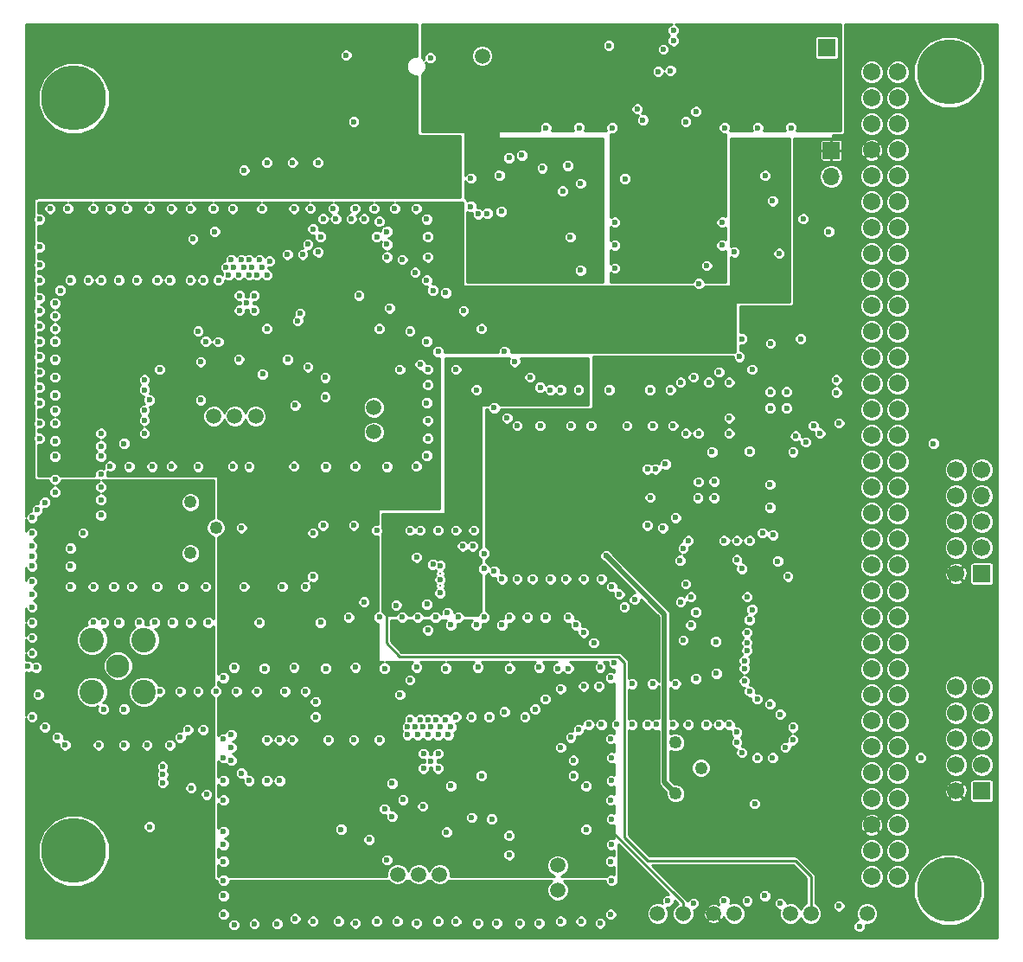
<source format=gbr>
G04 #@! TF.FileFunction,Copper,L3,Inr,Plane*
%FSLAX46Y46*%
G04 Gerber Fmt 4.6, Leading zero omitted, Abs format (unit mm)*
G04 Created by KiCad (PCBNEW 4.0.7-e2-6376~58~ubuntu16.04.1) date Fri Apr 27 16:15:58 2018*
%MOMM*%
%LPD*%
G01*
G04 APERTURE LIST*
%ADD10C,0.100000*%
%ADD11C,1.500000*%
%ADD12C,1.250000*%
%ADD13R,1.700000X1.700000*%
%ADD14C,1.700000*%
%ADD15O,1.700000X1.700000*%
%ADD16C,0.300000*%
%ADD17C,1.720000*%
%ADD18C,6.350000*%
%ADD19C,2.400000*%
%ADD20C,2.300000*%
%ADD21C,0.600000*%
%ADD22C,0.254000*%
%ADD23C,0.508000*%
G04 APERTURE END LIST*
D10*
D11*
X189750000Y-145750000D03*
X195250000Y-145750000D03*
X187750000Y-145750000D03*
X182250000Y-145750000D03*
X157580000Y-61820000D03*
X148920000Y-107420000D03*
X174750000Y-145750000D03*
X180250000Y-145750000D03*
X177250000Y-145750000D03*
D12*
X176500000Y-134000000D03*
X179000000Y-131500000D03*
X176500000Y-129000000D03*
D11*
X146960000Y-98620000D03*
X164970000Y-143450000D03*
X133340000Y-97070000D03*
X131280000Y-97070000D03*
X135400000Y-97070000D03*
X146960000Y-96220000D03*
X151350000Y-141900000D03*
X149290000Y-141900000D03*
X153410000Y-141900000D03*
X164970000Y-141050000D03*
D13*
X206500000Y-112500000D03*
D14*
X203960000Y-112500000D03*
X206500000Y-109960000D03*
X203960000Y-109960000D03*
X206500000Y-107420000D03*
X203960000Y-107420000D03*
D15*
X206500000Y-104880000D03*
D14*
X203960000Y-104880000D03*
X206500000Y-102340000D03*
X203960000Y-102340000D03*
D13*
X206500000Y-133750000D03*
D14*
X203960000Y-133750000D03*
X206500000Y-131210000D03*
X203960000Y-131210000D03*
X206500000Y-128670000D03*
X203960000Y-128670000D03*
D15*
X206500000Y-126130000D03*
D14*
X203960000Y-126130000D03*
X206500000Y-123590000D03*
X203960000Y-123590000D03*
D16*
X153450000Y-113670000D03*
X153450000Y-113060000D03*
X153450000Y-112480000D03*
D17*
X195690000Y-63410000D03*
X195690000Y-65950000D03*
X195690000Y-68490000D03*
X195690000Y-71030000D03*
X195690000Y-73570000D03*
X195690000Y-76110000D03*
X195690000Y-78650000D03*
X195690000Y-81190000D03*
X195690000Y-83730000D03*
X195690000Y-86270000D03*
X195690000Y-88810000D03*
X195690000Y-91350000D03*
X195690000Y-93890000D03*
X195690000Y-96430000D03*
X195690000Y-98970000D03*
X195690000Y-101510000D03*
X195690000Y-104050000D03*
X195690000Y-106590000D03*
X195690000Y-109130000D03*
X195690000Y-111670000D03*
X195690000Y-114210000D03*
X195690000Y-116750000D03*
X195690000Y-119290000D03*
X195690000Y-121830000D03*
X195690000Y-124370000D03*
X195690000Y-126910000D03*
X195690000Y-129450000D03*
X195690000Y-131990000D03*
X195690000Y-134530000D03*
X195690000Y-137070000D03*
X195690000Y-139610000D03*
X195690000Y-142150000D03*
X198230000Y-63410000D03*
X198230000Y-65950000D03*
X198230000Y-68490000D03*
X198230000Y-71030000D03*
X198230000Y-73570000D03*
X198230000Y-76110000D03*
X198230000Y-78650000D03*
X198230000Y-81190000D03*
X198230000Y-83730000D03*
X198230000Y-86270000D03*
X198230000Y-88810000D03*
X198230000Y-91350000D03*
X198230000Y-93890000D03*
X198230000Y-96430000D03*
X198230000Y-98970000D03*
X198230000Y-101510000D03*
X198230000Y-104050000D03*
X198230000Y-106590000D03*
X198230000Y-109130000D03*
X198230000Y-111670000D03*
X198230000Y-114210000D03*
X198230000Y-116750000D03*
X198230000Y-119290000D03*
X198230000Y-121830000D03*
X198230000Y-124370000D03*
X198230000Y-126910000D03*
X198230000Y-129450000D03*
X198230000Y-131990000D03*
X198230000Y-134530000D03*
X198230000Y-137070000D03*
X198230000Y-139610000D03*
X198230000Y-142150000D03*
D18*
X117580000Y-65950000D03*
X203310000Y-63410000D03*
X203310000Y-143420000D03*
X117580000Y-139610000D03*
D19*
X124460000Y-124040000D03*
X124460000Y-118960000D03*
X119380000Y-118960000D03*
D20*
X121920000Y-121500000D03*
D19*
X119380000Y-124040000D03*
D12*
X129000000Y-110480000D03*
X131500000Y-107980000D03*
X129000000Y-105480000D03*
D13*
X191310000Y-61000000D03*
D15*
X191310000Y-63540000D03*
D13*
X191750000Y-71050000D03*
D15*
X191750000Y-73590000D03*
D21*
X136250000Y-121750000D03*
X142250000Y-121750000D03*
X148000000Y-121750000D03*
X142250000Y-102000000D03*
X148250000Y-102000000D03*
X155750000Y-86750000D03*
X157500000Y-88500000D03*
X159250000Y-73500000D03*
X186000000Y-76000000D03*
X152500000Y-62000000D03*
X145000000Y-68250000D03*
X144250000Y-61750000D03*
X132250000Y-128645000D03*
X132250000Y-130500000D03*
X132250000Y-132750000D03*
X132250000Y-134645000D03*
X132250000Y-137750000D03*
X132250000Y-139000000D03*
X132250000Y-140645000D03*
X132250000Y-142500000D03*
X132250000Y-144000000D03*
X132250000Y-145820000D03*
X133275000Y-146845000D03*
X135250000Y-146750000D03*
X137500000Y-146750000D03*
X139250000Y-146250000D03*
X141000000Y-146500000D03*
X143500000Y-146500000D03*
X145150000Y-146691390D03*
X147250000Y-146500000D03*
X149250000Y-146500000D03*
X151150000Y-146691390D03*
X153250000Y-146500000D03*
X155000000Y-146500000D03*
X157150000Y-146691390D03*
X159000000Y-146691390D03*
X161250000Y-146691390D03*
X163150000Y-146691390D03*
X165250000Y-146500000D03*
X167250000Y-146500000D03*
X169125000Y-146691390D03*
X170150000Y-145820000D03*
X170250000Y-142500000D03*
X170150000Y-140645000D03*
X170250000Y-139000000D03*
X170250000Y-136500000D03*
X167750000Y-137500000D03*
X167750000Y-133250000D03*
X170150000Y-134645000D03*
X170250000Y-132750000D03*
X170250000Y-130500000D03*
X170150000Y-128645000D03*
X170150000Y-122670000D03*
X169125000Y-121645000D03*
X166000000Y-121750000D03*
X165000000Y-121750000D03*
X163150000Y-121645000D03*
X160250000Y-121750000D03*
X157150000Y-121645000D03*
X153999990Y-121750000D03*
X151150000Y-121645000D03*
X145150000Y-121645000D03*
X139150000Y-121645000D03*
X133275000Y-121645000D03*
X132250000Y-122670000D03*
X121140000Y-101960000D03*
X123000000Y-102000000D03*
X125250000Y-102000000D03*
X127140000Y-101960000D03*
X129750000Y-102000000D03*
X133140000Y-101960000D03*
X134750000Y-102000000D03*
X139140000Y-101960000D03*
X145140000Y-101960000D03*
X151115000Y-101960000D03*
X152140000Y-100935000D03*
X152250000Y-99246000D03*
X152250000Y-97500000D03*
X152140000Y-95760000D03*
X152250000Y-94000000D03*
X152250000Y-92500000D03*
X152140000Y-89760000D03*
X152250000Y-81500000D03*
X152250000Y-79500000D03*
X152140000Y-77785000D03*
X151115000Y-76760000D03*
X149000000Y-76750000D03*
X147000000Y-76750000D03*
X145140000Y-76760000D03*
X143000000Y-76750000D03*
X140750000Y-76750000D03*
X139140000Y-76760000D03*
X136000000Y-76750000D03*
X133140000Y-76760000D03*
X131250000Y-76750000D03*
X129000000Y-76750000D03*
X127140000Y-76760000D03*
X125000000Y-76750000D03*
X122750000Y-76750000D03*
X121140000Y-76760000D03*
X119500000Y-76750000D03*
X117000000Y-76750000D03*
X115265000Y-76760000D03*
X114240000Y-77785000D03*
X114250000Y-80500000D03*
X114250000Y-82250000D03*
X114240000Y-83760000D03*
X114250000Y-85500000D03*
X114250000Y-86750000D03*
X114250000Y-88250000D03*
X114240000Y-89760000D03*
X114250000Y-91250000D03*
X114250000Y-92750000D03*
X114250000Y-94250000D03*
X114240000Y-95760000D03*
X114250000Y-97750000D03*
X114250000Y-99250000D03*
X151750000Y-135250000D03*
X148750000Y-136250000D03*
X148250000Y-140500000D03*
X146500000Y-138500000D03*
X148000000Y-135500000D03*
X148750000Y-133000000D03*
X143750000Y-137500000D03*
X137750000Y-132750000D03*
X136500000Y-132750000D03*
X134750000Y-132750000D03*
X134000000Y-132000000D03*
X133000000Y-130750000D03*
X133000000Y-129500000D03*
X133000000Y-128250000D03*
X130250000Y-127750000D03*
X128750000Y-127750000D03*
X128000000Y-128500000D03*
X127000000Y-129250000D03*
X124750000Y-129250000D03*
X122500000Y-129250000D03*
X120000000Y-129250000D03*
X116740735Y-129259265D03*
X115990735Y-128509265D03*
X114750000Y-127500000D03*
X136500000Y-128750000D03*
X137750000Y-128750000D03*
X139000000Y-128750000D03*
X147500000Y-128750000D03*
X145000000Y-128750000D03*
X142500000Y-128750000D03*
X141250000Y-126500000D03*
X141250000Y-125000000D03*
X140250000Y-124000000D03*
X138250000Y-124000000D03*
X135500000Y-124000000D03*
X133500000Y-124000000D03*
X131500000Y-124000000D03*
X129750000Y-124000000D03*
X128000000Y-124000000D03*
X126000000Y-124000000D03*
X122500000Y-125750000D03*
X120500000Y-125750000D03*
X145500000Y-85250000D03*
X146000000Y-115250000D03*
X144500000Y-116750000D03*
X141750000Y-117250000D03*
X135750000Y-117250000D03*
X130750000Y-117250000D03*
X129000000Y-117250000D03*
X127250000Y-117250000D03*
X125500000Y-117250000D03*
X124000000Y-117250000D03*
X122000000Y-117250000D03*
X120500000Y-117250000D03*
X119500000Y-117250000D03*
X129750000Y-88750000D03*
X130500000Y-89750000D03*
X133750000Y-91500000D03*
X139750000Y-87000000D03*
X139500000Y-87750000D03*
X153250000Y-90750000D03*
X155000000Y-92500000D03*
X157000000Y-94500000D03*
X158750000Y-96250000D03*
X160000000Y-97250000D03*
X161000000Y-98000000D03*
X163250000Y-98000000D03*
X166250000Y-98000000D03*
X168250000Y-98000000D03*
X171750000Y-98000000D03*
X174250000Y-98000000D03*
X176250000Y-98000000D03*
X181750000Y-98750000D03*
X180750000Y-92750000D03*
X179750000Y-93750000D03*
X177000000Y-93750000D03*
X176000000Y-94500000D03*
X174000000Y-94500000D03*
X170000000Y-94500000D03*
X167000000Y-94500000D03*
X165250000Y-94500000D03*
X164250000Y-94500000D03*
X163250000Y-94250000D03*
X162250000Y-93250000D03*
X160750000Y-91750000D03*
X159750000Y-90750000D03*
X154000000Y-85000000D03*
X152750000Y-84750000D03*
X152140000Y-83760000D03*
X151000000Y-83000000D03*
X149750000Y-81750000D03*
X148250000Y-81500000D03*
X148250000Y-80250000D03*
X148250000Y-79000000D03*
X147500000Y-78000000D03*
X146000000Y-77750000D03*
X144750000Y-77750000D03*
X143250000Y-77750000D03*
X142000000Y-77750000D03*
X141000000Y-78750000D03*
X140500000Y-80250000D03*
X140000000Y-81250000D03*
X138500000Y-81250000D03*
X136750000Y-81900002D03*
X135746445Y-81753555D03*
X134750000Y-81750000D03*
X134000000Y-81750000D03*
X133000000Y-81750000D03*
X132500000Y-82500000D03*
X133250000Y-82500000D03*
X134250000Y-82500000D03*
X135000000Y-82500000D03*
X136000000Y-82500000D03*
X136500000Y-83250000D03*
X135500000Y-83250000D03*
X134750000Y-83250000D03*
X133750000Y-83250000D03*
X132750000Y-83250000D03*
X131750000Y-83750000D03*
X130250000Y-83750000D03*
X129000000Y-83750000D03*
X127000000Y-83750000D03*
X125750000Y-83750000D03*
X123750000Y-83750000D03*
X122000000Y-83750000D03*
X120250000Y-83750000D03*
X119000000Y-83750000D03*
X117250000Y-83750000D03*
X116250000Y-84750000D03*
X115750000Y-86000000D03*
X115750000Y-87250000D03*
X115750000Y-88500000D03*
X115750000Y-89750000D03*
X115750000Y-91500000D03*
X115750000Y-93250000D03*
X115750000Y-95000000D03*
X115750000Y-96500000D03*
X115750000Y-97750000D03*
X115750000Y-99500000D03*
X115750000Y-101000000D03*
X113500000Y-120250000D03*
X113500000Y-118750000D03*
X113500000Y-117250000D03*
X113500000Y-115750000D03*
X113500000Y-114500000D03*
X113500000Y-113250000D03*
X113500000Y-111750000D03*
X113500000Y-110750000D03*
X113500000Y-109750000D03*
X113500000Y-108500000D03*
X113500000Y-107000000D03*
X114000000Y-106250000D03*
X114750000Y-105500000D03*
X115750000Y-104500000D03*
X115750000Y-103250000D03*
X124500000Y-93500000D03*
X124500000Y-94500000D03*
X124500000Y-96500000D03*
X124500000Y-97500000D03*
X124500000Y-98750000D03*
X120250000Y-98750000D03*
X120250000Y-100000000D03*
X120250000Y-101000000D03*
X120250000Y-102750000D03*
X120250000Y-104000000D03*
X120250000Y-105250000D03*
X120250000Y-106750000D03*
X118500000Y-108500000D03*
X117250000Y-110000000D03*
X117250000Y-111750000D03*
X117250000Y-113750000D03*
X119500000Y-113750000D03*
X121500000Y-113750000D03*
X123250000Y-113750000D03*
X125750000Y-113750000D03*
X128250000Y-113750000D03*
X130500000Y-113750000D03*
X134250000Y-113750000D03*
X138000000Y-113750000D03*
X140250000Y-113750000D03*
X140983374Y-112766626D03*
X141000000Y-108500000D03*
X142000000Y-107750000D03*
X145000000Y-107750000D03*
X147250000Y-108250000D03*
X150500000Y-108250000D03*
X151500000Y-108250000D03*
X153250000Y-108250000D03*
X155000000Y-108250000D03*
X156750000Y-108250000D03*
X157750000Y-110500000D03*
X147500000Y-116750000D03*
X149750000Y-116750000D03*
X151250000Y-116750000D03*
X153000000Y-116750000D03*
X157750000Y-112000000D03*
X158750000Y-112250000D03*
X159500000Y-113000000D03*
X161000000Y-113000000D03*
X162500000Y-113000000D03*
X164250000Y-113000000D03*
X165750000Y-113000000D03*
X167500000Y-113000000D03*
X169250000Y-113000000D03*
X170250000Y-113750000D03*
X171000000Y-114500000D03*
X172500000Y-115000000D03*
X177250000Y-110000000D03*
X176941644Y-111191644D03*
X178000000Y-114750000D03*
X182500000Y-109250000D03*
X182500000Y-111111010D03*
X183500000Y-114750000D03*
X183750000Y-117000000D03*
X183500000Y-119250000D03*
X183250000Y-121000000D03*
X183250000Y-121750000D03*
X183250000Y-123000000D03*
X183750000Y-124000000D03*
X184500000Y-124750000D03*
X185750000Y-125250000D03*
X188000000Y-127500000D03*
X188000000Y-128750000D03*
X187250000Y-129500000D03*
X186000000Y-130500000D03*
X184500000Y-130500000D03*
X182500000Y-129000000D03*
X182500000Y-128000000D03*
X181750000Y-127250000D03*
X180750000Y-127250000D03*
X179500000Y-127250000D03*
X177750000Y-127250000D03*
X176250000Y-127250000D03*
X174666999Y-127250000D03*
X173750000Y-127250000D03*
X172250000Y-127250000D03*
X170750000Y-127250000D03*
X169250000Y-127250000D03*
X168000000Y-127250000D03*
X167000000Y-127750000D03*
X166250000Y-128500000D03*
X165250000Y-129500000D03*
X166500000Y-130750000D03*
X166500000Y-132250000D03*
X150497844Y-126747844D03*
X151500000Y-126750000D03*
X152250000Y-126750000D03*
X153000000Y-126750000D03*
X154000000Y-126750000D03*
X154500000Y-127500000D03*
X153500000Y-127500000D03*
X152500000Y-127500000D03*
X151750000Y-127500000D03*
X151000000Y-127500000D03*
X150250000Y-127500000D03*
X150250000Y-128250000D03*
X151250000Y-128250000D03*
X152250000Y-128250000D03*
X153250000Y-128250000D03*
X154250000Y-128250000D03*
X155000000Y-126500000D03*
X156500000Y-126500000D03*
X158250000Y-126500000D03*
X161750000Y-126500000D03*
X162750000Y-125750000D03*
X163750000Y-124750000D03*
X165250000Y-123750000D03*
X167500000Y-123500000D03*
X169000000Y-123500000D03*
X155250000Y-116750000D03*
X157750000Y-116750000D03*
X160250000Y-116750000D03*
X162000000Y-116750000D03*
X163750000Y-116750000D03*
X166000000Y-116750000D03*
X166750000Y-117500000D03*
X167500000Y-118250000D03*
X168500000Y-119250000D03*
X170500000Y-121227000D03*
X178500000Y-122750000D03*
X176500000Y-123250000D03*
X174250000Y-123250000D03*
X172250000Y-123250000D03*
X186500000Y-111250000D03*
X183000000Y-130000000D03*
X186750000Y-126250000D03*
X178000000Y-117500000D03*
X183500000Y-120000000D03*
X183500000Y-118250000D03*
X180445000Y-119125000D03*
X171500000Y-115750000D03*
X177000000Y-115250000D03*
X178250000Y-93250000D03*
X177500000Y-113500000D03*
X183000000Y-112000000D03*
X158500000Y-136500000D03*
X159750000Y-126000000D03*
X122500000Y-99750000D03*
X124985000Y-95485000D03*
X130000000Y-91750000D03*
X130000000Y-95500000D03*
X147500000Y-88500000D03*
X149500000Y-92500000D03*
X150500000Y-88750000D03*
X151500000Y-92000000D03*
X148500000Y-86500000D03*
X147250000Y-79500000D03*
X141750000Y-79500000D03*
X141500000Y-81000000D03*
X180500000Y-122250000D03*
X134000000Y-108000000D03*
X184250000Y-135000000D03*
X159500000Y-117500000D03*
X141500000Y-72250000D03*
X139000000Y-72250000D03*
X174020000Y-105020000D03*
X188000237Y-100558944D03*
X183750000Y-100500000D03*
X134530000Y-85990000D03*
X135255000Y-86715000D03*
X135255000Y-85265000D03*
X133805000Y-85265000D03*
X133805000Y-86715000D03*
X153265000Y-130095000D03*
X153265000Y-131545000D03*
X151815000Y-131545000D03*
X152540000Y-130820000D03*
X151815000Y-130095000D03*
X192500000Y-145000000D03*
X185250000Y-144000000D03*
X183508948Y-144502982D03*
X181250000Y-144500000D03*
X175750000Y-144500000D03*
X157500000Y-132250000D03*
X154500000Y-133250000D03*
X178500000Y-116250000D03*
X177250000Y-119000000D03*
X184000000Y-116000000D03*
X140500000Y-92250000D03*
X136500000Y-88500000D03*
X126000000Y-92500000D03*
X181250000Y-109250000D03*
X177750000Y-109250000D03*
X188750000Y-89500000D03*
X183000000Y-89500000D03*
X187370000Y-96280000D03*
X187370000Y-94680000D03*
X185770000Y-94680000D03*
X185770000Y-96280000D03*
X178690000Y-105060000D03*
X180290000Y-105060000D03*
X180290000Y-103460000D03*
X178750000Y-103500000D03*
X173750000Y-102250000D03*
X173750000Y-107750000D03*
X175250000Y-108000000D03*
X176500000Y-107000000D03*
X185750000Y-106000000D03*
X185750000Y-103750000D03*
X178750000Y-98750000D03*
X177500000Y-98750000D03*
X181750000Y-97250000D03*
X181750000Y-93750000D03*
X192250000Y-94750000D03*
X192250000Y-93500000D03*
X184000000Y-92500000D03*
X182750000Y-91250000D03*
X177500000Y-68250000D03*
X178500000Y-67250000D03*
X172750000Y-67000000D03*
X176000000Y-63250000D03*
X125000000Y-137250000D03*
X113500000Y-126500000D03*
X178250000Y-144750000D03*
X134250000Y-73000000D03*
X152250000Y-118000000D03*
X136500000Y-72250000D03*
X157000000Y-117500000D03*
X154500000Y-117500000D03*
X189000000Y-77750000D03*
X186634898Y-81138344D03*
X185270000Y-73520000D03*
X185810000Y-89960000D03*
X155650000Y-109780000D03*
X156650000Y-109780000D03*
X153450000Y-111680000D03*
X153450000Y-114380000D03*
X153450000Y-113060000D03*
X152750000Y-111580000D03*
X149150000Y-115580000D03*
X154170000Y-116300000D03*
X165950000Y-72540000D03*
X163450000Y-72790000D03*
X166200000Y-79540000D03*
X167200000Y-82790000D03*
X156450000Y-76540000D03*
X160200000Y-71790000D03*
X161450000Y-71540000D03*
X181050000Y-80340000D03*
X181050000Y-78090000D03*
X170550000Y-82590000D03*
X170550000Y-80340000D03*
X170550000Y-78090000D03*
X187800000Y-68840000D03*
X184550000Y-68840000D03*
X181300000Y-68840000D03*
X163800000Y-68840000D03*
X167050000Y-68840000D03*
X170300000Y-68840000D03*
X182250000Y-81000000D03*
X176300000Y-59310000D03*
X169970000Y-60800000D03*
X190000000Y-98000000D03*
X190638002Y-98750000D03*
X188250000Y-99000000D03*
X189250000Y-99600000D03*
X192500000Y-97750000D03*
X152150000Y-115480000D03*
X151150000Y-110880000D03*
X174750000Y-105760002D03*
X187997018Y-99758948D03*
X183994862Y-102992788D03*
X191550000Y-102030000D03*
X191550000Y-98730000D03*
X188750000Y-144250000D03*
X191750000Y-144250000D03*
X185815687Y-143434313D03*
X182750000Y-144250000D03*
X114110010Y-123250000D03*
X123750000Y-137250000D03*
X142750000Y-72000000D03*
X140250000Y-72000000D03*
X137750000Y-72250000D03*
X135250000Y-73000000D03*
X160750000Y-117500000D03*
X158250000Y-117500000D03*
X155750000Y-117500000D03*
X153250000Y-118000000D03*
X184480000Y-114280000D03*
X182460000Y-115160000D03*
X183750000Y-107000000D03*
X176750000Y-109000000D03*
X179500000Y-100000000D03*
X186750000Y-91000000D03*
X191000000Y-95500000D03*
X183750000Y-99500000D03*
X181750000Y-92500000D03*
X149820000Y-134610000D03*
X142750000Y-89250000D03*
X160750000Y-134000000D03*
X161750000Y-133500000D03*
X163000000Y-137500000D03*
X133820000Y-88880000D03*
X151780000Y-133710000D03*
X175230000Y-84550000D03*
X175230000Y-85420000D03*
X175230000Y-86360000D03*
X176240000Y-86350000D03*
X176240000Y-85420000D03*
X176240000Y-84550000D03*
X139000000Y-137840000D03*
X139000000Y-132560000D03*
X145500000Y-92750000D03*
X144250000Y-88750000D03*
X121000000Y-87250000D03*
X121000000Y-93250000D03*
X183250000Y-71250000D03*
X184750000Y-79000000D03*
X154310000Y-135810000D03*
X158410000Y-135380000D03*
X136300000Y-90980000D03*
X140400000Y-90550000D03*
X160210000Y-138110000D03*
X160210000Y-140010000D03*
X154080000Y-137780000D03*
X156540000Y-136350000D03*
X131720000Y-89780000D03*
X142200000Y-93280000D03*
X142200000Y-95180000D03*
X136070000Y-92950000D03*
X138530000Y-91520000D03*
X149510000Y-124330000D03*
X129240000Y-79720000D03*
X150500000Y-122890000D03*
X131380000Y-79000000D03*
X175500000Y-101750000D03*
X186049265Y-108700735D03*
X174550003Y-102250000D03*
X185000000Y-108500000D03*
X169700000Y-110740000D03*
X191500000Y-79000000D03*
X139250000Y-96000000D03*
X167370000Y-91900000D03*
X166510000Y-91900000D03*
X164030000Y-91900000D03*
X164860000Y-91900000D03*
X165690000Y-91900000D03*
X194500000Y-147000000D03*
X180065687Y-100565687D03*
X183750000Y-109250000D03*
X187500000Y-112750000D03*
X200500000Y-130500000D03*
X130590000Y-134090000D03*
X186750000Y-144750000D03*
X129060000Y-133450000D03*
X157200000Y-77290000D03*
X165450000Y-75040000D03*
X156450000Y-73790000D03*
X167200000Y-74290000D03*
X126294382Y-132939981D03*
X113110000Y-121550000D03*
X113904648Y-121660000D03*
X126300000Y-132140000D03*
X114110010Y-124307208D03*
X126285915Y-131340123D03*
X152720000Y-64400000D03*
X152720000Y-65560000D03*
X152720000Y-66810000D03*
X160250000Y-63500000D03*
X161790000Y-63540000D03*
X160750000Y-62500000D03*
X157250000Y-70750000D03*
X159450000Y-77040000D03*
X158073000Y-77224154D03*
X201750000Y-99750000D03*
X174800000Y-63340000D03*
X173300000Y-68090000D03*
X171550000Y-73840000D03*
X175300000Y-61165002D03*
X179550000Y-82340000D03*
X176300000Y-60340000D03*
X178800000Y-84090000D03*
D22*
X177250000Y-145750000D02*
X177250000Y-144689340D01*
X167940660Y-135380000D02*
X158834264Y-135380000D01*
X177250000Y-144689340D02*
X167940660Y-135380000D01*
X158834264Y-135380000D02*
X158410000Y-135380000D01*
D23*
X175420999Y-116450999D02*
X175410999Y-116450999D01*
X175410999Y-116450999D02*
X169700000Y-110740000D01*
X176500000Y-134000000D02*
X175420999Y-132920999D01*
X175420999Y-132920999D02*
X175420999Y-116450999D01*
D22*
X148920000Y-107420000D02*
X148170001Y-108169999D01*
X148170001Y-108169999D02*
X148170001Y-119270001D01*
X148170001Y-119270001D02*
X149500000Y-120600000D01*
X170900000Y-120600000D02*
X171470000Y-121170000D01*
X149500000Y-120600000D02*
X170900000Y-120600000D01*
X171470000Y-121170000D02*
X171470000Y-138267274D01*
X171470000Y-138267274D02*
X173762726Y-140560000D01*
X173762726Y-140560000D02*
X188220000Y-140560000D01*
X188220000Y-140560000D02*
X189750000Y-142090000D01*
X189750000Y-142090000D02*
X189750000Y-145750000D01*
G36*
X151193000Y-61808064D02*
X150921564Y-61807827D01*
X150553154Y-61960051D01*
X150271041Y-62241672D01*
X150118175Y-62609816D01*
X150117827Y-63008436D01*
X150270051Y-63376846D01*
X150551672Y-63658959D01*
X150919816Y-63811825D01*
X151193000Y-63812063D01*
X151193000Y-69320000D01*
X151215084Y-69438132D01*
X151285067Y-69547454D01*
X151392069Y-69620936D01*
X151519229Y-69646999D01*
X155432781Y-69656229D01*
X155428748Y-75673000D01*
X114000000Y-75673000D01*
X113881149Y-75695363D01*
X113771992Y-75765604D01*
X113698763Y-75872779D01*
X113673000Y-76000000D01*
X113673000Y-77515501D01*
X113613109Y-77659735D01*
X113612891Y-77909171D01*
X113673000Y-78054646D01*
X113673000Y-80254584D01*
X113623109Y-80374735D01*
X113622891Y-80624171D01*
X113673000Y-80745444D01*
X113673000Y-82004584D01*
X113623109Y-82124735D01*
X113622891Y-82374171D01*
X113673000Y-82495444D01*
X113673000Y-83490501D01*
X113613109Y-83634735D01*
X113612891Y-83884171D01*
X113673000Y-84029646D01*
X113673000Y-85254584D01*
X113623109Y-85374735D01*
X113622891Y-85624171D01*
X113673000Y-85745444D01*
X113673000Y-86504584D01*
X113623109Y-86624735D01*
X113622891Y-86874171D01*
X113673000Y-86995444D01*
X113673000Y-88004584D01*
X113623109Y-88124735D01*
X113622891Y-88374171D01*
X113673000Y-88495444D01*
X113673000Y-89490501D01*
X113613109Y-89634735D01*
X113612891Y-89884171D01*
X113673000Y-90029646D01*
X113673000Y-91004584D01*
X113623109Y-91124735D01*
X113622891Y-91374171D01*
X113673000Y-91495444D01*
X113673000Y-92504584D01*
X113623109Y-92624735D01*
X113622891Y-92874171D01*
X113673000Y-92995444D01*
X113673000Y-94004584D01*
X113623109Y-94124735D01*
X113622891Y-94374171D01*
X113673000Y-94495444D01*
X113673000Y-95490501D01*
X113613109Y-95634735D01*
X113612891Y-95884171D01*
X113673000Y-96029646D01*
X113673000Y-97504584D01*
X113623109Y-97624735D01*
X113622891Y-97874171D01*
X113673000Y-97995444D01*
X113673000Y-99004584D01*
X113623109Y-99124735D01*
X113622891Y-99374171D01*
X113673000Y-99495444D01*
X113673000Y-103000000D01*
X113695363Y-103118851D01*
X113765604Y-103228008D01*
X113872779Y-103301237D01*
X114000000Y-103327000D01*
X115122932Y-103327000D01*
X115122891Y-103374171D01*
X115218145Y-103604703D01*
X115394369Y-103781235D01*
X115620452Y-103875113D01*
X115395297Y-103968145D01*
X115218765Y-104144369D01*
X115123109Y-104374735D01*
X115122891Y-104624171D01*
X115218145Y-104854703D01*
X115394369Y-105031235D01*
X115624735Y-105126891D01*
X115874171Y-105127109D01*
X116104703Y-105031855D01*
X116281235Y-104855631D01*
X116376891Y-104625265D01*
X116377109Y-104375829D01*
X116281855Y-104145297D01*
X116105631Y-103968765D01*
X115879548Y-103874887D01*
X116104703Y-103781855D01*
X116281235Y-103605631D01*
X116376891Y-103375265D01*
X116376933Y-103327000D01*
X120004584Y-103327000D01*
X120120452Y-103375113D01*
X119895297Y-103468145D01*
X119718765Y-103644369D01*
X119623109Y-103874735D01*
X119622891Y-104124171D01*
X119718145Y-104354703D01*
X119894369Y-104531235D01*
X120120452Y-104625113D01*
X119895297Y-104718145D01*
X119718765Y-104894369D01*
X119623109Y-105124735D01*
X119622891Y-105374171D01*
X119718145Y-105604703D01*
X119894369Y-105781235D01*
X120124735Y-105876891D01*
X120374171Y-105877109D01*
X120604703Y-105781855D01*
X120718222Y-105668534D01*
X128047835Y-105668534D01*
X128192463Y-106018560D01*
X128460031Y-106286596D01*
X128809805Y-106431835D01*
X129188534Y-106432165D01*
X129538560Y-106287537D01*
X129806596Y-106019969D01*
X129951835Y-105670195D01*
X129952165Y-105291466D01*
X129807537Y-104941440D01*
X129539969Y-104673404D01*
X129190195Y-104528165D01*
X128811466Y-104527835D01*
X128461440Y-104672463D01*
X128193404Y-104940031D01*
X128048165Y-105289805D01*
X128047835Y-105668534D01*
X120718222Y-105668534D01*
X120781235Y-105605631D01*
X120876891Y-105375265D01*
X120877109Y-105125829D01*
X120781855Y-104895297D01*
X120605631Y-104718765D01*
X120379548Y-104624887D01*
X120604703Y-104531855D01*
X120781235Y-104355631D01*
X120876891Y-104125265D01*
X120877109Y-103875829D01*
X120781855Y-103645297D01*
X120605631Y-103468765D01*
X120379548Y-103374887D01*
X120495444Y-103327000D01*
X131273000Y-103327000D01*
X131273000Y-107043729D01*
X130961440Y-107172463D01*
X130693404Y-107440031D01*
X130548165Y-107789805D01*
X130547835Y-108168534D01*
X130692463Y-108518560D01*
X130960031Y-108786596D01*
X131273000Y-108916552D01*
X131273000Y-116886427D01*
X131105631Y-116718765D01*
X130875265Y-116623109D01*
X130625829Y-116622891D01*
X130395297Y-116718145D01*
X130218765Y-116894369D01*
X130123109Y-117124735D01*
X130122891Y-117374171D01*
X130218145Y-117604703D01*
X130394369Y-117781235D01*
X130624735Y-117876891D01*
X130874171Y-117877109D01*
X131104703Y-117781855D01*
X131273000Y-117613852D01*
X131273000Y-123415379D01*
X131145297Y-123468145D01*
X130968765Y-123644369D01*
X130873109Y-123874735D01*
X130872891Y-124124171D01*
X130968145Y-124354703D01*
X131144369Y-124531235D01*
X131273000Y-124584647D01*
X131273000Y-142200000D01*
X131295363Y-142318851D01*
X131365604Y-142428008D01*
X131472779Y-142501237D01*
X131600000Y-142527000D01*
X131622976Y-142527000D01*
X131622891Y-142624171D01*
X131718145Y-142854703D01*
X131894369Y-143031235D01*
X132124735Y-143126891D01*
X132374171Y-143127109D01*
X132604703Y-143031855D01*
X132781235Y-142855631D01*
X132876891Y-142625265D01*
X132876977Y-142527000D01*
X148394125Y-142527000D01*
X148679132Y-142812504D01*
X149074832Y-142976813D01*
X149503289Y-142977187D01*
X149899275Y-142813569D01*
X150186344Y-142527000D01*
X150454125Y-142527000D01*
X150739132Y-142812504D01*
X151134832Y-142976813D01*
X151563289Y-142977187D01*
X151959275Y-142813569D01*
X152246344Y-142527000D01*
X152514125Y-142527000D01*
X152799132Y-142812504D01*
X153194832Y-142976813D01*
X153623289Y-142977187D01*
X154019275Y-142813569D01*
X154306344Y-142527000D01*
X164383550Y-142527000D01*
X164360725Y-142536431D01*
X164057496Y-142839132D01*
X163893187Y-143234832D01*
X163892813Y-143663289D01*
X164056431Y-144059275D01*
X164359132Y-144362504D01*
X164754832Y-144526813D01*
X165183289Y-144527187D01*
X165579275Y-144363569D01*
X165882504Y-144060868D01*
X166046813Y-143665168D01*
X166047187Y-143236711D01*
X165883569Y-142840725D01*
X165580868Y-142537496D01*
X165555591Y-142527000D01*
X169622976Y-142527000D01*
X169622891Y-142624171D01*
X169718145Y-142854703D01*
X169894369Y-143031235D01*
X170124735Y-143126891D01*
X170374171Y-143127109D01*
X170604703Y-143031855D01*
X170781235Y-142855631D01*
X170876891Y-142625265D01*
X170877109Y-142375829D01*
X170873686Y-142367544D01*
X170901237Y-142327221D01*
X170927000Y-142200000D01*
X170927000Y-139008392D01*
X175791643Y-143873036D01*
X175625829Y-143872891D01*
X175395297Y-143968145D01*
X175218765Y-144144369D01*
X175123109Y-144374735D01*
X175122891Y-144624171D01*
X175180004Y-144762395D01*
X174965168Y-144673187D01*
X174536711Y-144672813D01*
X174140725Y-144836431D01*
X173837496Y-145139132D01*
X173673187Y-145534832D01*
X173672813Y-145963289D01*
X173836431Y-146359275D01*
X174139132Y-146662504D01*
X174534832Y-146826813D01*
X174963289Y-146827187D01*
X175359275Y-146663569D01*
X175662504Y-146360868D01*
X175826813Y-145965168D01*
X175827187Y-145536711D01*
X175663569Y-145140725D01*
X175649781Y-145126913D01*
X175874171Y-145127109D01*
X176104703Y-145031855D01*
X176281235Y-144855631D01*
X176376891Y-144625265D01*
X176377037Y-144458430D01*
X176721615Y-144803008D01*
X176640725Y-144836431D01*
X176337496Y-145139132D01*
X176173187Y-145534832D01*
X176172813Y-145963289D01*
X176336431Y-146359275D01*
X176639132Y-146662504D01*
X177034832Y-146826813D01*
X177463289Y-146827187D01*
X177859275Y-146663569D01*
X178092188Y-146431061D01*
X179573182Y-146431061D01*
X179650731Y-146579927D01*
X180013947Y-146746082D01*
X180413101Y-146760593D01*
X180787423Y-146621251D01*
X180849269Y-146579927D01*
X180926818Y-146431061D01*
X180250000Y-145754243D01*
X179573182Y-146431061D01*
X178092188Y-146431061D01*
X178162504Y-146360868D01*
X178326813Y-145965168D01*
X178326858Y-145913101D01*
X179239407Y-145913101D01*
X179378749Y-146287423D01*
X179420073Y-146349269D01*
X179568939Y-146426818D01*
X180245757Y-145750000D01*
X179568939Y-145073182D01*
X179420073Y-145150731D01*
X179253918Y-145513947D01*
X179239407Y-145913101D01*
X178326858Y-145913101D01*
X178327187Y-145536711D01*
X178261200Y-145377010D01*
X178374171Y-145377109D01*
X178604703Y-145281855D01*
X178781235Y-145105631D01*
X178796470Y-145068939D01*
X179573182Y-145068939D01*
X180250000Y-145745757D01*
X180264142Y-145731615D01*
X180268385Y-145735858D01*
X180254243Y-145750000D01*
X180931061Y-146426818D01*
X181079927Y-146349269D01*
X181212527Y-146059404D01*
X181336431Y-146359275D01*
X181639132Y-146662504D01*
X182034832Y-146826813D01*
X182463289Y-146827187D01*
X182859275Y-146663569D01*
X183162504Y-146360868D01*
X183326813Y-145965168D01*
X183327187Y-145536711D01*
X183163569Y-145140725D01*
X182860868Y-144837496D01*
X182465168Y-144673187D01*
X182036711Y-144672813D01*
X181819959Y-144762373D01*
X181876107Y-144627153D01*
X182881839Y-144627153D01*
X182977093Y-144857685D01*
X183153317Y-145034217D01*
X183383683Y-145129873D01*
X183633119Y-145130091D01*
X183863651Y-145034837D01*
X184040183Y-144858613D01*
X184135839Y-144628247D01*
X184136057Y-144378811D01*
X184040803Y-144148279D01*
X184016738Y-144124171D01*
X184622891Y-144124171D01*
X184718145Y-144354703D01*
X184894369Y-144531235D01*
X185124735Y-144626891D01*
X185374171Y-144627109D01*
X185604703Y-144531855D01*
X185781235Y-144355631D01*
X185876891Y-144125265D01*
X185877109Y-143875829D01*
X185781855Y-143645297D01*
X185605631Y-143468765D01*
X185375265Y-143373109D01*
X185125829Y-143372891D01*
X184895297Y-143468145D01*
X184718765Y-143644369D01*
X184623109Y-143874735D01*
X184622891Y-144124171D01*
X184016738Y-144124171D01*
X183864579Y-143971747D01*
X183634213Y-143876091D01*
X183384777Y-143875873D01*
X183154245Y-143971127D01*
X182977713Y-144147351D01*
X182882057Y-144377717D01*
X182881839Y-144627153D01*
X181876107Y-144627153D01*
X181876891Y-144625265D01*
X181877109Y-144375829D01*
X181781855Y-144145297D01*
X181605631Y-143968765D01*
X181375265Y-143873109D01*
X181125829Y-143872891D01*
X180895297Y-143968145D01*
X180718765Y-144144369D01*
X180623109Y-144374735D01*
X180622891Y-144624171D01*
X180718145Y-144854703D01*
X180728042Y-144864617D01*
X180486053Y-144753918D01*
X180086899Y-144739407D01*
X179712577Y-144878749D01*
X179650731Y-144920073D01*
X179573182Y-145068939D01*
X178796470Y-145068939D01*
X178876891Y-144875265D01*
X178877109Y-144625829D01*
X178781855Y-144395297D01*
X178605631Y-144218765D01*
X178375265Y-144123109D01*
X178125829Y-144122891D01*
X177895297Y-144218145D01*
X177718765Y-144394369D01*
X177668814Y-144514664D01*
X177571027Y-144368314D01*
X174216713Y-141014000D01*
X188031948Y-141014000D01*
X189296000Y-142278053D01*
X189296000Y-144772273D01*
X189140725Y-144836431D01*
X188837496Y-145139132D01*
X188749988Y-145349875D01*
X188663569Y-145140725D01*
X188360868Y-144837496D01*
X187965168Y-144673187D01*
X187536711Y-144672813D01*
X187377010Y-144738800D01*
X187377109Y-144625829D01*
X187281855Y-144395297D01*
X187105631Y-144218765D01*
X186875265Y-144123109D01*
X186625829Y-144122891D01*
X186395297Y-144218145D01*
X186218765Y-144394369D01*
X186123109Y-144624735D01*
X186122891Y-144874171D01*
X186218145Y-145104703D01*
X186394369Y-145281235D01*
X186624735Y-145376891D01*
X186738728Y-145376991D01*
X186673187Y-145534832D01*
X186672813Y-145963289D01*
X186836431Y-146359275D01*
X187139132Y-146662504D01*
X187534832Y-146826813D01*
X187963289Y-146827187D01*
X188359275Y-146663569D01*
X188662504Y-146360868D01*
X188750012Y-146150125D01*
X188836431Y-146359275D01*
X189139132Y-146662504D01*
X189534832Y-146826813D01*
X189963289Y-146827187D01*
X190359275Y-146663569D01*
X190662504Y-146360868D01*
X190826813Y-145965168D01*
X190827187Y-145536711D01*
X190663569Y-145140725D01*
X190647044Y-145124171D01*
X191872891Y-145124171D01*
X191968145Y-145354703D01*
X192144369Y-145531235D01*
X192374735Y-145626891D01*
X192624171Y-145627109D01*
X192854703Y-145531855D01*
X193031235Y-145355631D01*
X193126891Y-145125265D01*
X193127109Y-144875829D01*
X193031855Y-144645297D01*
X192855631Y-144468765D01*
X192625265Y-144373109D01*
X192375829Y-144372891D01*
X192145297Y-144468145D01*
X191968765Y-144644369D01*
X191873109Y-144874735D01*
X191872891Y-145124171D01*
X190647044Y-145124171D01*
X190360868Y-144837496D01*
X190204000Y-144772359D01*
X190204000Y-144113535D01*
X199807394Y-144113535D01*
X200339418Y-145401132D01*
X201323686Y-146387120D01*
X202610353Y-146921391D01*
X204003535Y-146922606D01*
X205291132Y-146390582D01*
X206277120Y-145406314D01*
X206811391Y-144119647D01*
X206812606Y-142726465D01*
X206280582Y-141438868D01*
X205296314Y-140452880D01*
X204009647Y-139918609D01*
X202616465Y-139917394D01*
X201328868Y-140449418D01*
X200342880Y-141433686D01*
X199808609Y-142720353D01*
X199807394Y-144113535D01*
X190204000Y-144113535D01*
X190204000Y-142385073D01*
X194502794Y-142385073D01*
X194683123Y-142821503D01*
X195016740Y-143155703D01*
X195452855Y-143336794D01*
X195925073Y-143337206D01*
X196361503Y-143156877D01*
X196695703Y-142823260D01*
X196876794Y-142387145D01*
X196876795Y-142385073D01*
X197042794Y-142385073D01*
X197223123Y-142821503D01*
X197556740Y-143155703D01*
X197992855Y-143336794D01*
X198465073Y-143337206D01*
X198901503Y-143156877D01*
X199235703Y-142823260D01*
X199416794Y-142387145D01*
X199417206Y-141914927D01*
X199236877Y-141478497D01*
X198903260Y-141144297D01*
X198467145Y-140963206D01*
X197994927Y-140962794D01*
X197558497Y-141143123D01*
X197224297Y-141476740D01*
X197043206Y-141912855D01*
X197042794Y-142385073D01*
X196876795Y-142385073D01*
X196877206Y-141914927D01*
X196696877Y-141478497D01*
X196363260Y-141144297D01*
X195927145Y-140963206D01*
X195454927Y-140962794D01*
X195018497Y-141143123D01*
X194684297Y-141476740D01*
X194503206Y-141912855D01*
X194502794Y-142385073D01*
X190204000Y-142385073D01*
X190204000Y-142090000D01*
X190169441Y-141916262D01*
X190140607Y-141873109D01*
X190071027Y-141768974D01*
X188541026Y-140238974D01*
X188393738Y-140140559D01*
X188372985Y-140136431D01*
X188220000Y-140106000D01*
X173950779Y-140106000D01*
X173689852Y-139845073D01*
X194502794Y-139845073D01*
X194683123Y-140281503D01*
X195016740Y-140615703D01*
X195452855Y-140796794D01*
X195925073Y-140797206D01*
X196361503Y-140616877D01*
X196695703Y-140283260D01*
X196876794Y-139847145D01*
X196876795Y-139845073D01*
X197042794Y-139845073D01*
X197223123Y-140281503D01*
X197556740Y-140615703D01*
X197992855Y-140796794D01*
X198465073Y-140797206D01*
X198901503Y-140616877D01*
X199235703Y-140283260D01*
X199416794Y-139847145D01*
X199417206Y-139374927D01*
X199236877Y-138938497D01*
X198903260Y-138604297D01*
X198467145Y-138423206D01*
X197994927Y-138422794D01*
X197558497Y-138603123D01*
X197224297Y-138936740D01*
X197043206Y-139372855D01*
X197042794Y-139845073D01*
X196876795Y-139845073D01*
X196877206Y-139374927D01*
X196696877Y-138938497D01*
X196363260Y-138604297D01*
X195927145Y-138423206D01*
X195454927Y-138422794D01*
X195018497Y-138603123D01*
X194684297Y-138936740D01*
X194503206Y-139372855D01*
X194502794Y-139845073D01*
X173689852Y-139845073D01*
X171924000Y-138079222D01*
X171924000Y-137830367D01*
X194933876Y-137830367D01*
X195024808Y-137990662D01*
X195427765Y-138175139D01*
X195870645Y-138191368D01*
X196286023Y-138036879D01*
X196355192Y-137990662D01*
X196446124Y-137830367D01*
X195690000Y-137074243D01*
X194933876Y-137830367D01*
X171924000Y-137830367D01*
X171924000Y-137250645D01*
X194568632Y-137250645D01*
X194723121Y-137666023D01*
X194769338Y-137735192D01*
X194929633Y-137826124D01*
X195685757Y-137070000D01*
X195694243Y-137070000D01*
X196450367Y-137826124D01*
X196610662Y-137735192D01*
X196795139Y-137332235D01*
X196796134Y-137305073D01*
X197042794Y-137305073D01*
X197223123Y-137741503D01*
X197556740Y-138075703D01*
X197992855Y-138256794D01*
X198465073Y-138257206D01*
X198901503Y-138076877D01*
X199235703Y-137743260D01*
X199416794Y-137307145D01*
X199417206Y-136834927D01*
X199236877Y-136398497D01*
X198903260Y-136064297D01*
X198467145Y-135883206D01*
X197994927Y-135882794D01*
X197558497Y-136063123D01*
X197224297Y-136396740D01*
X197043206Y-136832855D01*
X197042794Y-137305073D01*
X196796134Y-137305073D01*
X196811368Y-136889355D01*
X196656879Y-136473977D01*
X196610662Y-136404808D01*
X196450367Y-136313876D01*
X195694243Y-137070000D01*
X195685757Y-137070000D01*
X194929633Y-136313876D01*
X194769338Y-136404808D01*
X194584861Y-136807765D01*
X194568632Y-137250645D01*
X171924000Y-137250645D01*
X171924000Y-136309633D01*
X194933876Y-136309633D01*
X195690000Y-137065757D01*
X196446124Y-136309633D01*
X196355192Y-136149338D01*
X195952235Y-135964861D01*
X195509355Y-135948632D01*
X195093977Y-136103121D01*
X195024808Y-136149338D01*
X194933876Y-136309633D01*
X171924000Y-136309633D01*
X171924000Y-135124171D01*
X183622891Y-135124171D01*
X183718145Y-135354703D01*
X183894369Y-135531235D01*
X184124735Y-135626891D01*
X184374171Y-135627109D01*
X184604703Y-135531855D01*
X184781235Y-135355631D01*
X184876891Y-135125265D01*
X184877109Y-134875829D01*
X184831346Y-134765073D01*
X194502794Y-134765073D01*
X194683123Y-135201503D01*
X195016740Y-135535703D01*
X195452855Y-135716794D01*
X195925073Y-135717206D01*
X196361503Y-135536877D01*
X196695703Y-135203260D01*
X196876794Y-134767145D01*
X196876795Y-134765073D01*
X197042794Y-134765073D01*
X197223123Y-135201503D01*
X197556740Y-135535703D01*
X197992855Y-135716794D01*
X198465073Y-135717206D01*
X198901503Y-135536877D01*
X199235703Y-135203260D01*
X199416794Y-134767145D01*
X199417024Y-134503157D01*
X203211086Y-134503157D01*
X203300802Y-134662413D01*
X203700146Y-134845224D01*
X204139050Y-134861297D01*
X204550696Y-134708185D01*
X204619198Y-134662413D01*
X204708914Y-134503157D01*
X203960000Y-133754243D01*
X203211086Y-134503157D01*
X199417024Y-134503157D01*
X199417206Y-134294927D01*
X199266029Y-133929050D01*
X202848703Y-133929050D01*
X203001815Y-134340696D01*
X203047587Y-134409198D01*
X203206843Y-134498914D01*
X203955757Y-133750000D01*
X203964243Y-133750000D01*
X204713157Y-134498914D01*
X204872413Y-134409198D01*
X205055224Y-134009854D01*
X205071297Y-133570950D01*
X204918185Y-133159304D01*
X204872413Y-133090802D01*
X204713157Y-133001086D01*
X203964243Y-133750000D01*
X203955757Y-133750000D01*
X203206843Y-133001086D01*
X203047587Y-133090802D01*
X202864776Y-133490146D01*
X202848703Y-133929050D01*
X199266029Y-133929050D01*
X199236877Y-133858497D01*
X198903260Y-133524297D01*
X198467145Y-133343206D01*
X197994927Y-133342794D01*
X197558497Y-133523123D01*
X197224297Y-133856740D01*
X197043206Y-134292855D01*
X197042794Y-134765073D01*
X196876795Y-134765073D01*
X196877206Y-134294927D01*
X196696877Y-133858497D01*
X196363260Y-133524297D01*
X195927145Y-133343206D01*
X195454927Y-133342794D01*
X195018497Y-133523123D01*
X194684297Y-133856740D01*
X194503206Y-134292855D01*
X194502794Y-134765073D01*
X184831346Y-134765073D01*
X184781855Y-134645297D01*
X184605631Y-134468765D01*
X184375265Y-134373109D01*
X184125829Y-134372891D01*
X183895297Y-134468145D01*
X183718765Y-134644369D01*
X183623109Y-134874735D01*
X183622891Y-135124171D01*
X171924000Y-135124171D01*
X171924000Y-127793539D01*
X172124735Y-127876891D01*
X172374171Y-127877109D01*
X172604703Y-127781855D01*
X172781235Y-127605631D01*
X172876891Y-127375265D01*
X172877109Y-127125829D01*
X172781855Y-126895297D01*
X172605631Y-126718765D01*
X172375265Y-126623109D01*
X172125829Y-126622891D01*
X171924000Y-126706285D01*
X171924000Y-123793539D01*
X172124735Y-123876891D01*
X172374171Y-123877109D01*
X172604703Y-123781855D01*
X172781235Y-123605631D01*
X172876891Y-123375265D01*
X172877109Y-123125829D01*
X172781855Y-122895297D01*
X172605631Y-122718765D01*
X172375265Y-122623109D01*
X172125829Y-122622891D01*
X171924000Y-122706285D01*
X171924000Y-121170000D01*
X171889441Y-120996262D01*
X171840416Y-120922891D01*
X171791027Y-120848974D01*
X171221026Y-120278974D01*
X171073738Y-120180559D01*
X170900000Y-120146000D01*
X149688053Y-120146000D01*
X148916224Y-119374171D01*
X167872891Y-119374171D01*
X167968145Y-119604703D01*
X168144369Y-119781235D01*
X168374735Y-119876891D01*
X168624171Y-119877109D01*
X168854703Y-119781855D01*
X169031235Y-119605631D01*
X169126891Y-119375265D01*
X169127109Y-119125829D01*
X169031855Y-118895297D01*
X168855631Y-118718765D01*
X168625265Y-118623109D01*
X168375829Y-118622891D01*
X168145297Y-118718145D01*
X167968765Y-118894369D01*
X167873109Y-119124735D01*
X167872891Y-119374171D01*
X148916224Y-119374171D01*
X148624001Y-119081949D01*
X148624001Y-118124171D01*
X151622891Y-118124171D01*
X151718145Y-118354703D01*
X151894369Y-118531235D01*
X152124735Y-118626891D01*
X152374171Y-118627109D01*
X152604703Y-118531855D01*
X152781235Y-118355631D01*
X152876891Y-118125265D01*
X152877109Y-117875829D01*
X152781855Y-117645297D01*
X152605631Y-117468765D01*
X152375265Y-117373109D01*
X152125829Y-117372891D01*
X151895297Y-117468145D01*
X151718765Y-117644369D01*
X151623109Y-117874735D01*
X151622891Y-118124171D01*
X148624001Y-118124171D01*
X148624001Y-117027000D01*
X149186039Y-117027000D01*
X149218145Y-117104703D01*
X149394369Y-117281235D01*
X149624735Y-117376891D01*
X149874171Y-117377109D01*
X150104703Y-117281855D01*
X150281235Y-117105631D01*
X150313885Y-117027000D01*
X150686039Y-117027000D01*
X150718145Y-117104703D01*
X150894369Y-117281235D01*
X151124735Y-117376891D01*
X151374171Y-117377109D01*
X151604703Y-117281855D01*
X151781235Y-117105631D01*
X151813885Y-117027000D01*
X152436039Y-117027000D01*
X152468145Y-117104703D01*
X152644369Y-117281235D01*
X152874735Y-117376891D01*
X153124171Y-117377109D01*
X153354703Y-117281855D01*
X153531235Y-117105631D01*
X153563885Y-117027000D01*
X154086339Y-117027000D01*
X153968765Y-117144369D01*
X153873109Y-117374735D01*
X153872891Y-117624171D01*
X153968145Y-117854703D01*
X154144369Y-118031235D01*
X154374735Y-118126891D01*
X154624171Y-118127109D01*
X154854703Y-118031855D01*
X155031235Y-117855631D01*
X155126891Y-117625265D01*
X155127108Y-117376893D01*
X155374171Y-117377109D01*
X155604703Y-117281855D01*
X155781235Y-117105631D01*
X155813885Y-117027000D01*
X156586339Y-117027000D01*
X156468765Y-117144369D01*
X156373109Y-117374735D01*
X156372891Y-117624171D01*
X156468145Y-117854703D01*
X156644369Y-118031235D01*
X156874735Y-118126891D01*
X157124171Y-118127109D01*
X157354703Y-118031855D01*
X157531235Y-117855631D01*
X157626891Y-117625265D01*
X157626891Y-117624171D01*
X158872891Y-117624171D01*
X158968145Y-117854703D01*
X159144369Y-118031235D01*
X159374735Y-118126891D01*
X159624171Y-118127109D01*
X159854703Y-118031855D01*
X160031235Y-117855631D01*
X160126891Y-117625265D01*
X160127108Y-117376893D01*
X160374171Y-117377109D01*
X160604703Y-117281855D01*
X160781235Y-117105631D01*
X160876891Y-116875265D01*
X160876891Y-116874171D01*
X161372891Y-116874171D01*
X161468145Y-117104703D01*
X161644369Y-117281235D01*
X161874735Y-117376891D01*
X162124171Y-117377109D01*
X162354703Y-117281855D01*
X162531235Y-117105631D01*
X162626891Y-116875265D01*
X162626891Y-116874171D01*
X163122891Y-116874171D01*
X163218145Y-117104703D01*
X163394369Y-117281235D01*
X163624735Y-117376891D01*
X163874171Y-117377109D01*
X164104703Y-117281855D01*
X164281235Y-117105631D01*
X164376891Y-116875265D01*
X164376891Y-116874171D01*
X165372891Y-116874171D01*
X165468145Y-117104703D01*
X165644369Y-117281235D01*
X165874735Y-117376891D01*
X166123107Y-117377108D01*
X166122891Y-117624171D01*
X166218145Y-117854703D01*
X166394369Y-118031235D01*
X166624735Y-118126891D01*
X166873107Y-118127108D01*
X166872891Y-118374171D01*
X166968145Y-118604703D01*
X167144369Y-118781235D01*
X167374735Y-118876891D01*
X167624171Y-118877109D01*
X167854703Y-118781855D01*
X168031235Y-118605631D01*
X168126891Y-118375265D01*
X168127109Y-118125829D01*
X168031855Y-117895297D01*
X167855631Y-117718765D01*
X167625265Y-117623109D01*
X167376893Y-117622892D01*
X167377109Y-117375829D01*
X167281855Y-117145297D01*
X167105631Y-116968765D01*
X166875265Y-116873109D01*
X166626893Y-116872892D01*
X166627109Y-116625829D01*
X166531855Y-116395297D01*
X166355631Y-116218765D01*
X166125265Y-116123109D01*
X165875829Y-116122891D01*
X165645297Y-116218145D01*
X165468765Y-116394369D01*
X165373109Y-116624735D01*
X165372891Y-116874171D01*
X164376891Y-116874171D01*
X164377109Y-116625829D01*
X164281855Y-116395297D01*
X164105631Y-116218765D01*
X163875265Y-116123109D01*
X163625829Y-116122891D01*
X163395297Y-116218145D01*
X163218765Y-116394369D01*
X163123109Y-116624735D01*
X163122891Y-116874171D01*
X162626891Y-116874171D01*
X162627109Y-116625829D01*
X162531855Y-116395297D01*
X162355631Y-116218765D01*
X162125265Y-116123109D01*
X161875829Y-116122891D01*
X161645297Y-116218145D01*
X161468765Y-116394369D01*
X161373109Y-116624735D01*
X161372891Y-116874171D01*
X160876891Y-116874171D01*
X160877109Y-116625829D01*
X160781855Y-116395297D01*
X160605631Y-116218765D01*
X160375265Y-116123109D01*
X160125829Y-116122891D01*
X159895297Y-116218145D01*
X159718765Y-116394369D01*
X159623109Y-116624735D01*
X159622892Y-116873107D01*
X159375829Y-116872891D01*
X159145297Y-116968145D01*
X158968765Y-117144369D01*
X158873109Y-117374735D01*
X158872891Y-117624171D01*
X157626891Y-117624171D01*
X157627108Y-117376893D01*
X157874171Y-117377109D01*
X158104703Y-117281855D01*
X158281235Y-117105631D01*
X158376891Y-116875265D01*
X158377109Y-116625829D01*
X158281855Y-116395297D01*
X158105631Y-116218765D01*
X157926461Y-116144367D01*
X157923028Y-112606922D01*
X158104703Y-112531855D01*
X158163707Y-112472954D01*
X158218145Y-112604703D01*
X158394369Y-112781235D01*
X158624735Y-112876891D01*
X158873107Y-112877108D01*
X158872891Y-113124171D01*
X158968145Y-113354703D01*
X159144369Y-113531235D01*
X159374735Y-113626891D01*
X159624171Y-113627109D01*
X159854703Y-113531855D01*
X160031235Y-113355631D01*
X160126891Y-113125265D01*
X160126891Y-113124171D01*
X160372891Y-113124171D01*
X160468145Y-113354703D01*
X160644369Y-113531235D01*
X160874735Y-113626891D01*
X161124171Y-113627109D01*
X161354703Y-113531855D01*
X161531235Y-113355631D01*
X161626891Y-113125265D01*
X161626891Y-113124171D01*
X161872891Y-113124171D01*
X161968145Y-113354703D01*
X162144369Y-113531235D01*
X162374735Y-113626891D01*
X162624171Y-113627109D01*
X162854703Y-113531855D01*
X163031235Y-113355631D01*
X163126891Y-113125265D01*
X163126891Y-113124171D01*
X163622891Y-113124171D01*
X163718145Y-113354703D01*
X163894369Y-113531235D01*
X164124735Y-113626891D01*
X164374171Y-113627109D01*
X164604703Y-113531855D01*
X164781235Y-113355631D01*
X164876891Y-113125265D01*
X164876891Y-113124171D01*
X165122891Y-113124171D01*
X165218145Y-113354703D01*
X165394369Y-113531235D01*
X165624735Y-113626891D01*
X165874171Y-113627109D01*
X166104703Y-113531855D01*
X166281235Y-113355631D01*
X166376891Y-113125265D01*
X166376891Y-113124171D01*
X166872891Y-113124171D01*
X166968145Y-113354703D01*
X167144369Y-113531235D01*
X167374735Y-113626891D01*
X167624171Y-113627109D01*
X167854703Y-113531855D01*
X168031235Y-113355631D01*
X168126891Y-113125265D01*
X168126891Y-113124171D01*
X168622891Y-113124171D01*
X168718145Y-113354703D01*
X168894369Y-113531235D01*
X169124735Y-113626891D01*
X169374171Y-113627109D01*
X169604703Y-113531855D01*
X169702011Y-113434716D01*
X169623109Y-113624735D01*
X169622891Y-113874171D01*
X169718145Y-114104703D01*
X169894369Y-114281235D01*
X170124735Y-114376891D01*
X170373107Y-114377108D01*
X170372891Y-114624171D01*
X170468145Y-114854703D01*
X170644369Y-115031235D01*
X170874735Y-115126891D01*
X171124171Y-115127109D01*
X171354703Y-115031855D01*
X171531235Y-114855631D01*
X171626891Y-114625265D01*
X171627109Y-114375829D01*
X171531855Y-114145297D01*
X171355631Y-113968765D01*
X171125265Y-113873109D01*
X170876893Y-113872892D01*
X170877109Y-113625829D01*
X170781855Y-113395297D01*
X170605631Y-113218765D01*
X170375265Y-113123109D01*
X170125829Y-113122891D01*
X169895297Y-113218145D01*
X169797989Y-113315284D01*
X169876891Y-113125265D01*
X169877109Y-112875829D01*
X169781855Y-112645297D01*
X169605631Y-112468765D01*
X169375265Y-112373109D01*
X169125829Y-112372891D01*
X168895297Y-112468145D01*
X168718765Y-112644369D01*
X168623109Y-112874735D01*
X168622891Y-113124171D01*
X168126891Y-113124171D01*
X168127109Y-112875829D01*
X168031855Y-112645297D01*
X167855631Y-112468765D01*
X167625265Y-112373109D01*
X167375829Y-112372891D01*
X167145297Y-112468145D01*
X166968765Y-112644369D01*
X166873109Y-112874735D01*
X166872891Y-113124171D01*
X166376891Y-113124171D01*
X166377109Y-112875829D01*
X166281855Y-112645297D01*
X166105631Y-112468765D01*
X165875265Y-112373109D01*
X165625829Y-112372891D01*
X165395297Y-112468145D01*
X165218765Y-112644369D01*
X165123109Y-112874735D01*
X165122891Y-113124171D01*
X164876891Y-113124171D01*
X164877109Y-112875829D01*
X164781855Y-112645297D01*
X164605631Y-112468765D01*
X164375265Y-112373109D01*
X164125829Y-112372891D01*
X163895297Y-112468145D01*
X163718765Y-112644369D01*
X163623109Y-112874735D01*
X163622891Y-113124171D01*
X163126891Y-113124171D01*
X163127109Y-112875829D01*
X163031855Y-112645297D01*
X162855631Y-112468765D01*
X162625265Y-112373109D01*
X162375829Y-112372891D01*
X162145297Y-112468145D01*
X161968765Y-112644369D01*
X161873109Y-112874735D01*
X161872891Y-113124171D01*
X161626891Y-113124171D01*
X161627109Y-112875829D01*
X161531855Y-112645297D01*
X161355631Y-112468765D01*
X161125265Y-112373109D01*
X160875829Y-112372891D01*
X160645297Y-112468145D01*
X160468765Y-112644369D01*
X160373109Y-112874735D01*
X160372891Y-113124171D01*
X160126891Y-113124171D01*
X160127109Y-112875829D01*
X160031855Y-112645297D01*
X159855631Y-112468765D01*
X159625265Y-112373109D01*
X159376893Y-112372892D01*
X159377109Y-112125829D01*
X159281855Y-111895297D01*
X159105631Y-111718765D01*
X158875265Y-111623109D01*
X158625829Y-111622891D01*
X158395297Y-111718145D01*
X158336293Y-111777046D01*
X158281855Y-111645297D01*
X158105631Y-111468765D01*
X157921850Y-111392453D01*
X157921573Y-111107523D01*
X158104703Y-111031855D01*
X158272680Y-110864171D01*
X169072891Y-110864171D01*
X169168145Y-111094703D01*
X169344369Y-111271235D01*
X169455880Y-111317538D01*
X172511351Y-114373009D01*
X172375829Y-114372891D01*
X172145297Y-114468145D01*
X171968765Y-114644369D01*
X171873109Y-114874735D01*
X171872891Y-115124171D01*
X171951770Y-115315072D01*
X171855631Y-115218765D01*
X171625265Y-115123109D01*
X171375829Y-115122891D01*
X171145297Y-115218145D01*
X170968765Y-115394369D01*
X170873109Y-115624735D01*
X170872891Y-115874171D01*
X170968145Y-116104703D01*
X171144369Y-116281235D01*
X171374735Y-116376891D01*
X171624171Y-116377109D01*
X171854703Y-116281855D01*
X172031235Y-116105631D01*
X172126891Y-115875265D01*
X172127109Y-115625829D01*
X172048230Y-115434928D01*
X172144369Y-115531235D01*
X172374735Y-115626891D01*
X172624171Y-115627109D01*
X172854703Y-115531855D01*
X173031235Y-115355631D01*
X173126891Y-115125265D01*
X173127010Y-114988668D01*
X174839999Y-116701657D01*
X174839999Y-123036016D01*
X174781855Y-122895297D01*
X174605631Y-122718765D01*
X174375265Y-122623109D01*
X174125829Y-122622891D01*
X173895297Y-122718145D01*
X173718765Y-122894369D01*
X173623109Y-123124735D01*
X173622891Y-123374171D01*
X173718145Y-123604703D01*
X173894369Y-123781235D01*
X174124735Y-123876891D01*
X174374171Y-123877109D01*
X174604703Y-123781855D01*
X174781235Y-123605631D01*
X174839999Y-123464111D01*
X174839999Y-126642930D01*
X174792264Y-126623109D01*
X174542828Y-126622891D01*
X174312296Y-126718145D01*
X174208473Y-126821787D01*
X174105631Y-126718765D01*
X173875265Y-126623109D01*
X173625829Y-126622891D01*
X173395297Y-126718145D01*
X173218765Y-126894369D01*
X173123109Y-127124735D01*
X173122891Y-127374171D01*
X173218145Y-127604703D01*
X173394369Y-127781235D01*
X173624735Y-127876891D01*
X173874171Y-127877109D01*
X174104703Y-127781855D01*
X174208526Y-127678213D01*
X174311368Y-127781235D01*
X174541734Y-127876891D01*
X174791170Y-127877109D01*
X174839999Y-127856933D01*
X174839999Y-132920999D01*
X174884225Y-133143338D01*
X175010170Y-133331828D01*
X175548113Y-133869771D01*
X175547835Y-134188534D01*
X175692463Y-134538560D01*
X175960031Y-134806596D01*
X176309805Y-134951835D01*
X176688534Y-134952165D01*
X177038560Y-134807537D01*
X177306596Y-134539969D01*
X177451835Y-134190195D01*
X177452165Y-133811466D01*
X177307537Y-133461440D01*
X177039969Y-133193404D01*
X176690195Y-133048165D01*
X176369544Y-133047886D01*
X176001999Y-132680341D01*
X176001999Y-131688534D01*
X178047835Y-131688534D01*
X178192463Y-132038560D01*
X178460031Y-132306596D01*
X178809805Y-132451835D01*
X179188534Y-132452165D01*
X179538560Y-132307537D01*
X179621168Y-132225073D01*
X194502794Y-132225073D01*
X194683123Y-132661503D01*
X195016740Y-132995703D01*
X195452855Y-133176794D01*
X195925073Y-133177206D01*
X196361503Y-132996877D01*
X196695703Y-132663260D01*
X196876794Y-132227145D01*
X196876795Y-132225073D01*
X197042794Y-132225073D01*
X197223123Y-132661503D01*
X197556740Y-132995703D01*
X197992855Y-133176794D01*
X198465073Y-133177206D01*
X198901503Y-132996877D01*
X198901537Y-132996843D01*
X203211086Y-132996843D01*
X203960000Y-133745757D01*
X204708914Y-132996843D01*
X204654359Y-132900000D01*
X205316594Y-132900000D01*
X205316594Y-134600000D01*
X205339395Y-134721179D01*
X205411012Y-134832474D01*
X205520286Y-134907138D01*
X205650000Y-134933406D01*
X207350000Y-134933406D01*
X207471179Y-134910605D01*
X207582474Y-134838988D01*
X207657138Y-134729714D01*
X207683406Y-134600000D01*
X207683406Y-132900000D01*
X207660605Y-132778821D01*
X207588988Y-132667526D01*
X207479714Y-132592862D01*
X207350000Y-132566594D01*
X205650000Y-132566594D01*
X205528821Y-132589395D01*
X205417526Y-132661012D01*
X205342862Y-132770286D01*
X205316594Y-132900000D01*
X204654359Y-132900000D01*
X204619198Y-132837587D01*
X204219854Y-132654776D01*
X203780950Y-132638703D01*
X203369304Y-132791815D01*
X203300802Y-132837587D01*
X203211086Y-132996843D01*
X198901537Y-132996843D01*
X199235703Y-132663260D01*
X199416794Y-132227145D01*
X199417206Y-131754927D01*
X199288359Y-131443093D01*
X202782796Y-131443093D01*
X202961606Y-131875846D01*
X203292412Y-132207230D01*
X203724853Y-132386795D01*
X204193093Y-132387204D01*
X204625846Y-132208394D01*
X204957230Y-131877588D01*
X205136795Y-131445147D01*
X205136796Y-131443093D01*
X205322796Y-131443093D01*
X205501606Y-131875846D01*
X205832412Y-132207230D01*
X206264853Y-132386795D01*
X206733093Y-132387204D01*
X207165846Y-132208394D01*
X207497230Y-131877588D01*
X207676795Y-131445147D01*
X207677204Y-130976907D01*
X207498394Y-130544154D01*
X207167588Y-130212770D01*
X206735147Y-130033205D01*
X206266907Y-130032796D01*
X205834154Y-130211606D01*
X205502770Y-130542412D01*
X205323205Y-130974853D01*
X205322796Y-131443093D01*
X205136796Y-131443093D01*
X205137204Y-130976907D01*
X204958394Y-130544154D01*
X204627588Y-130212770D01*
X204195147Y-130033205D01*
X203726907Y-130032796D01*
X203294154Y-130211606D01*
X202962770Y-130542412D01*
X202783205Y-130974853D01*
X202782796Y-131443093D01*
X199288359Y-131443093D01*
X199236877Y-131318497D01*
X198903260Y-130984297D01*
X198467145Y-130803206D01*
X197994927Y-130802794D01*
X197558497Y-130983123D01*
X197224297Y-131316740D01*
X197043206Y-131752855D01*
X197042794Y-132225073D01*
X196876795Y-132225073D01*
X196877206Y-131754927D01*
X196696877Y-131318497D01*
X196363260Y-130984297D01*
X195927145Y-130803206D01*
X195454927Y-130802794D01*
X195018497Y-130983123D01*
X194684297Y-131316740D01*
X194503206Y-131752855D01*
X194502794Y-132225073D01*
X179621168Y-132225073D01*
X179806596Y-132039969D01*
X179951835Y-131690195D01*
X179952165Y-131311466D01*
X179807537Y-130961440D01*
X179539969Y-130693404D01*
X179190195Y-130548165D01*
X178811466Y-130547835D01*
X178461440Y-130692463D01*
X178193404Y-130960031D01*
X178048165Y-131309805D01*
X178047835Y-131688534D01*
X176001999Y-131688534D01*
X176001999Y-129824023D01*
X176309805Y-129951835D01*
X176688534Y-129952165D01*
X177038560Y-129807537D01*
X177306596Y-129539969D01*
X177451835Y-129190195D01*
X177452165Y-128811466D01*
X177307537Y-128461440D01*
X177039969Y-128193404D01*
X176690195Y-128048165D01*
X176311466Y-128047835D01*
X176001999Y-128175704D01*
X176001999Y-127825927D01*
X176124735Y-127876891D01*
X176374171Y-127877109D01*
X176604703Y-127781855D01*
X176781235Y-127605631D01*
X176876891Y-127375265D01*
X176876891Y-127374171D01*
X177122891Y-127374171D01*
X177218145Y-127604703D01*
X177394369Y-127781235D01*
X177624735Y-127876891D01*
X177874171Y-127877109D01*
X178104703Y-127781855D01*
X178281235Y-127605631D01*
X178376891Y-127375265D01*
X178376891Y-127374171D01*
X178872891Y-127374171D01*
X178968145Y-127604703D01*
X179144369Y-127781235D01*
X179374735Y-127876891D01*
X179624171Y-127877109D01*
X179854703Y-127781855D01*
X180031235Y-127605631D01*
X180125113Y-127379548D01*
X180218145Y-127604703D01*
X180394369Y-127781235D01*
X180624735Y-127876891D01*
X180874171Y-127877109D01*
X181104703Y-127781855D01*
X181250099Y-127636713D01*
X181394369Y-127781235D01*
X181624735Y-127876891D01*
X181873107Y-127877108D01*
X181872891Y-128124171D01*
X181968145Y-128354703D01*
X182113287Y-128500099D01*
X181968765Y-128644369D01*
X181873109Y-128874735D01*
X181872891Y-129124171D01*
X181968145Y-129354703D01*
X182144369Y-129531235D01*
X182374735Y-129626891D01*
X182486176Y-129626988D01*
X182468765Y-129644369D01*
X182373109Y-129874735D01*
X182372891Y-130124171D01*
X182468145Y-130354703D01*
X182644369Y-130531235D01*
X182874735Y-130626891D01*
X183124171Y-130627109D01*
X183131281Y-130624171D01*
X183872891Y-130624171D01*
X183968145Y-130854703D01*
X184144369Y-131031235D01*
X184374735Y-131126891D01*
X184624171Y-131127109D01*
X184854703Y-131031855D01*
X185031235Y-130855631D01*
X185126891Y-130625265D01*
X185126891Y-130624171D01*
X185372891Y-130624171D01*
X185468145Y-130854703D01*
X185644369Y-131031235D01*
X185874735Y-131126891D01*
X186124171Y-131127109D01*
X186354703Y-131031855D01*
X186531235Y-130855631D01*
X186626891Y-130625265D01*
X186627109Y-130375829D01*
X186531855Y-130145297D01*
X186355631Y-129968765D01*
X186125265Y-129873109D01*
X185875829Y-129872891D01*
X185645297Y-129968145D01*
X185468765Y-130144369D01*
X185373109Y-130374735D01*
X185372891Y-130624171D01*
X185126891Y-130624171D01*
X185127109Y-130375829D01*
X185031855Y-130145297D01*
X184855631Y-129968765D01*
X184625265Y-129873109D01*
X184375829Y-129872891D01*
X184145297Y-129968145D01*
X183968765Y-130144369D01*
X183873109Y-130374735D01*
X183872891Y-130624171D01*
X183131281Y-130624171D01*
X183354703Y-130531855D01*
X183531235Y-130355631D01*
X183626891Y-130125265D01*
X183627109Y-129875829D01*
X183531855Y-129645297D01*
X183510766Y-129624171D01*
X186622891Y-129624171D01*
X186718145Y-129854703D01*
X186894369Y-130031235D01*
X187124735Y-130126891D01*
X187374171Y-130127109D01*
X187604703Y-130031855D01*
X187781235Y-129855631D01*
X187852056Y-129685073D01*
X194502794Y-129685073D01*
X194683123Y-130121503D01*
X195016740Y-130455703D01*
X195452855Y-130636794D01*
X195925073Y-130637206D01*
X196361503Y-130456877D01*
X196695703Y-130123260D01*
X196876794Y-129687145D01*
X196876795Y-129685073D01*
X197042794Y-129685073D01*
X197223123Y-130121503D01*
X197556740Y-130455703D01*
X197992855Y-130636794D01*
X198465073Y-130637206D01*
X198496620Y-130624171D01*
X199872891Y-130624171D01*
X199968145Y-130854703D01*
X200144369Y-131031235D01*
X200374735Y-131126891D01*
X200624171Y-131127109D01*
X200854703Y-131031855D01*
X201031235Y-130855631D01*
X201126891Y-130625265D01*
X201127109Y-130375829D01*
X201031855Y-130145297D01*
X200855631Y-129968765D01*
X200625265Y-129873109D01*
X200375829Y-129872891D01*
X200145297Y-129968145D01*
X199968765Y-130144369D01*
X199873109Y-130374735D01*
X199872891Y-130624171D01*
X198496620Y-130624171D01*
X198901503Y-130456877D01*
X199235703Y-130123260D01*
X199416794Y-129687145D01*
X199417206Y-129214927D01*
X199288359Y-128903093D01*
X202782796Y-128903093D01*
X202961606Y-129335846D01*
X203292412Y-129667230D01*
X203724853Y-129846795D01*
X204193093Y-129847204D01*
X204625846Y-129668394D01*
X204957230Y-129337588D01*
X205136795Y-128905147D01*
X205136796Y-128903093D01*
X205322796Y-128903093D01*
X205501606Y-129335846D01*
X205832412Y-129667230D01*
X206264853Y-129846795D01*
X206733093Y-129847204D01*
X207165846Y-129668394D01*
X207497230Y-129337588D01*
X207676795Y-128905147D01*
X207677204Y-128436907D01*
X207498394Y-128004154D01*
X207167588Y-127672770D01*
X206735147Y-127493205D01*
X206266907Y-127492796D01*
X205834154Y-127671606D01*
X205502770Y-128002412D01*
X205323205Y-128434853D01*
X205322796Y-128903093D01*
X205136796Y-128903093D01*
X205137204Y-128436907D01*
X204958394Y-128004154D01*
X204627588Y-127672770D01*
X204195147Y-127493205D01*
X203726907Y-127492796D01*
X203294154Y-127671606D01*
X202962770Y-128002412D01*
X202783205Y-128434853D01*
X202782796Y-128903093D01*
X199288359Y-128903093D01*
X199236877Y-128778497D01*
X198903260Y-128444297D01*
X198467145Y-128263206D01*
X197994927Y-128262794D01*
X197558497Y-128443123D01*
X197224297Y-128776740D01*
X197043206Y-129212855D01*
X197042794Y-129685073D01*
X196876795Y-129685073D01*
X196877206Y-129214927D01*
X196696877Y-128778497D01*
X196363260Y-128444297D01*
X195927145Y-128263206D01*
X195454927Y-128262794D01*
X195018497Y-128443123D01*
X194684297Y-128776740D01*
X194503206Y-129212855D01*
X194502794Y-129685073D01*
X187852056Y-129685073D01*
X187876891Y-129625265D01*
X187877108Y-129376893D01*
X188124171Y-129377109D01*
X188354703Y-129281855D01*
X188531235Y-129105631D01*
X188626891Y-128875265D01*
X188627109Y-128625829D01*
X188531855Y-128395297D01*
X188355631Y-128218765D01*
X188129548Y-128124887D01*
X188354703Y-128031855D01*
X188531235Y-127855631D01*
X188626891Y-127625265D01*
X188627109Y-127375829D01*
X188531855Y-127145297D01*
X188531632Y-127145073D01*
X194502794Y-127145073D01*
X194683123Y-127581503D01*
X195016740Y-127915703D01*
X195452855Y-128096794D01*
X195925073Y-128097206D01*
X196361503Y-127916877D01*
X196695703Y-127583260D01*
X196876794Y-127147145D01*
X196876795Y-127145073D01*
X197042794Y-127145073D01*
X197223123Y-127581503D01*
X197556740Y-127915703D01*
X197992855Y-128096794D01*
X198465073Y-128097206D01*
X198901503Y-127916877D01*
X199235703Y-127583260D01*
X199416794Y-127147145D01*
X199417206Y-126674927D01*
X199288359Y-126363093D01*
X202782796Y-126363093D01*
X202961606Y-126795846D01*
X203292412Y-127127230D01*
X203724853Y-127306795D01*
X204193093Y-127307204D01*
X204625846Y-127128394D01*
X204957230Y-126797588D01*
X205136795Y-126365147D01*
X205137020Y-126106941D01*
X205323000Y-126106941D01*
X205323000Y-126153059D01*
X205412594Y-126603477D01*
X205667735Y-126985324D01*
X206049582Y-127240465D01*
X206500000Y-127330059D01*
X206950418Y-127240465D01*
X207332265Y-126985324D01*
X207587406Y-126603477D01*
X207677000Y-126153059D01*
X207677000Y-126106941D01*
X207587406Y-125656523D01*
X207332265Y-125274676D01*
X206950418Y-125019535D01*
X206500000Y-124929941D01*
X206049582Y-125019535D01*
X205667735Y-125274676D01*
X205412594Y-125656523D01*
X205323000Y-126106941D01*
X205137020Y-126106941D01*
X205137204Y-125896907D01*
X204958394Y-125464154D01*
X204627588Y-125132770D01*
X204195147Y-124953205D01*
X203726907Y-124952796D01*
X203294154Y-125131606D01*
X202962770Y-125462412D01*
X202783205Y-125894853D01*
X202782796Y-126363093D01*
X199288359Y-126363093D01*
X199236877Y-126238497D01*
X198903260Y-125904297D01*
X198467145Y-125723206D01*
X197994927Y-125722794D01*
X197558497Y-125903123D01*
X197224297Y-126236740D01*
X197043206Y-126672855D01*
X197042794Y-127145073D01*
X196876795Y-127145073D01*
X196877206Y-126674927D01*
X196696877Y-126238497D01*
X196363260Y-125904297D01*
X195927145Y-125723206D01*
X195454927Y-125722794D01*
X195018497Y-125903123D01*
X194684297Y-126236740D01*
X194503206Y-126672855D01*
X194502794Y-127145073D01*
X188531632Y-127145073D01*
X188355631Y-126968765D01*
X188125265Y-126873109D01*
X187875829Y-126872891D01*
X187645297Y-126968145D01*
X187468765Y-127144369D01*
X187373109Y-127374735D01*
X187372891Y-127624171D01*
X187468145Y-127854703D01*
X187644369Y-128031235D01*
X187870452Y-128125113D01*
X187645297Y-128218145D01*
X187468765Y-128394369D01*
X187373109Y-128624735D01*
X187372892Y-128873107D01*
X187125829Y-128872891D01*
X186895297Y-128968145D01*
X186718765Y-129144369D01*
X186623109Y-129374735D01*
X186622891Y-129624171D01*
X183510766Y-129624171D01*
X183355631Y-129468765D01*
X183125265Y-129373109D01*
X183013824Y-129373012D01*
X183031235Y-129355631D01*
X183126891Y-129125265D01*
X183127109Y-128875829D01*
X183031855Y-128645297D01*
X182886713Y-128499901D01*
X183031235Y-128355631D01*
X183126891Y-128125265D01*
X183127109Y-127875829D01*
X183031855Y-127645297D01*
X182855631Y-127468765D01*
X182625265Y-127373109D01*
X182376893Y-127372892D01*
X182377109Y-127125829D01*
X182281855Y-126895297D01*
X182105631Y-126718765D01*
X181875265Y-126623109D01*
X181625829Y-126622891D01*
X181395297Y-126718145D01*
X181249901Y-126863287D01*
X181105631Y-126718765D01*
X180875265Y-126623109D01*
X180625829Y-126622891D01*
X180395297Y-126718145D01*
X180218765Y-126894369D01*
X180124887Y-127120452D01*
X180031855Y-126895297D01*
X179855631Y-126718765D01*
X179625265Y-126623109D01*
X179375829Y-126622891D01*
X179145297Y-126718145D01*
X178968765Y-126894369D01*
X178873109Y-127124735D01*
X178872891Y-127374171D01*
X178376891Y-127374171D01*
X178377109Y-127125829D01*
X178281855Y-126895297D01*
X178105631Y-126718765D01*
X177875265Y-126623109D01*
X177625829Y-126622891D01*
X177395297Y-126718145D01*
X177218765Y-126894369D01*
X177123109Y-127124735D01*
X177122891Y-127374171D01*
X176876891Y-127374171D01*
X176877109Y-127125829D01*
X176781855Y-126895297D01*
X176605631Y-126718765D01*
X176375265Y-126623109D01*
X176125829Y-126622891D01*
X176001999Y-126674057D01*
X176001999Y-126374171D01*
X186122891Y-126374171D01*
X186218145Y-126604703D01*
X186394369Y-126781235D01*
X186624735Y-126876891D01*
X186874171Y-126877109D01*
X187104703Y-126781855D01*
X187281235Y-126605631D01*
X187376891Y-126375265D01*
X187377109Y-126125829D01*
X187281855Y-125895297D01*
X187105631Y-125718765D01*
X186875265Y-125623109D01*
X186625829Y-125622891D01*
X186395297Y-125718145D01*
X186218765Y-125894369D01*
X186123109Y-126124735D01*
X186122891Y-126374171D01*
X176001999Y-126374171D01*
X176001999Y-123638616D01*
X176144369Y-123781235D01*
X176374735Y-123876891D01*
X176624171Y-123877109D01*
X176854703Y-123781855D01*
X177031235Y-123605631D01*
X177126891Y-123375265D01*
X177127109Y-123125829D01*
X177031855Y-122895297D01*
X177010766Y-122874171D01*
X177872891Y-122874171D01*
X177968145Y-123104703D01*
X178144369Y-123281235D01*
X178374735Y-123376891D01*
X178624171Y-123377109D01*
X178854703Y-123281855D01*
X179031235Y-123105631D01*
X179126891Y-122875265D01*
X179127109Y-122625829D01*
X179031855Y-122395297D01*
X179010766Y-122374171D01*
X179872891Y-122374171D01*
X179968145Y-122604703D01*
X180144369Y-122781235D01*
X180374735Y-122876891D01*
X180624171Y-122877109D01*
X180854703Y-122781855D01*
X181031235Y-122605631D01*
X181126891Y-122375265D01*
X181127109Y-122125829D01*
X181031855Y-121895297D01*
X180855631Y-121718765D01*
X180625265Y-121623109D01*
X180375829Y-121622891D01*
X180145297Y-121718145D01*
X179968765Y-121894369D01*
X179873109Y-122124735D01*
X179872891Y-122374171D01*
X179010766Y-122374171D01*
X178855631Y-122218765D01*
X178625265Y-122123109D01*
X178375829Y-122122891D01*
X178145297Y-122218145D01*
X177968765Y-122394369D01*
X177873109Y-122624735D01*
X177872891Y-122874171D01*
X177010766Y-122874171D01*
X176855631Y-122718765D01*
X176625265Y-122623109D01*
X176375829Y-122622891D01*
X176145297Y-122718145D01*
X176001999Y-122861193D01*
X176001999Y-121124171D01*
X182622891Y-121124171D01*
X182718145Y-121354703D01*
X182738287Y-121374881D01*
X182718765Y-121394369D01*
X182623109Y-121624735D01*
X182622891Y-121874171D01*
X182718145Y-122104703D01*
X182894369Y-122281235D01*
X183120452Y-122375113D01*
X182895297Y-122468145D01*
X182718765Y-122644369D01*
X182623109Y-122874735D01*
X182622891Y-123124171D01*
X182718145Y-123354703D01*
X182894369Y-123531235D01*
X183124735Y-123626891D01*
X183236176Y-123626988D01*
X183218765Y-123644369D01*
X183123109Y-123874735D01*
X183122891Y-124124171D01*
X183218145Y-124354703D01*
X183394369Y-124531235D01*
X183624735Y-124626891D01*
X183873107Y-124627108D01*
X183872891Y-124874171D01*
X183968145Y-125104703D01*
X184144369Y-125281235D01*
X184374735Y-125376891D01*
X184624171Y-125377109D01*
X184631281Y-125374171D01*
X185122891Y-125374171D01*
X185218145Y-125604703D01*
X185394369Y-125781235D01*
X185624735Y-125876891D01*
X185874171Y-125877109D01*
X186104703Y-125781855D01*
X186281235Y-125605631D01*
X186376891Y-125375265D01*
X186377109Y-125125829D01*
X186281855Y-124895297D01*
X186105631Y-124718765D01*
X185875265Y-124623109D01*
X185625829Y-124622891D01*
X185395297Y-124718145D01*
X185218765Y-124894369D01*
X185123109Y-125124735D01*
X185122891Y-125374171D01*
X184631281Y-125374171D01*
X184854703Y-125281855D01*
X185031235Y-125105631D01*
X185126891Y-124875265D01*
X185127109Y-124625829D01*
X185118533Y-124605073D01*
X194502794Y-124605073D01*
X194683123Y-125041503D01*
X195016740Y-125375703D01*
X195452855Y-125556794D01*
X195925073Y-125557206D01*
X196361503Y-125376877D01*
X196695703Y-125043260D01*
X196876794Y-124607145D01*
X196876795Y-124605073D01*
X197042794Y-124605073D01*
X197223123Y-125041503D01*
X197556740Y-125375703D01*
X197992855Y-125556794D01*
X198465073Y-125557206D01*
X198901503Y-125376877D01*
X199235703Y-125043260D01*
X199416794Y-124607145D01*
X199417206Y-124134927D01*
X199288359Y-123823093D01*
X202782796Y-123823093D01*
X202961606Y-124255846D01*
X203292412Y-124587230D01*
X203724853Y-124766795D01*
X204193093Y-124767204D01*
X204625846Y-124588394D01*
X204957230Y-124257588D01*
X205136795Y-123825147D01*
X205136796Y-123823093D01*
X205322796Y-123823093D01*
X205501606Y-124255846D01*
X205832412Y-124587230D01*
X206264853Y-124766795D01*
X206733093Y-124767204D01*
X207165846Y-124588394D01*
X207497230Y-124257588D01*
X207676795Y-123825147D01*
X207677204Y-123356907D01*
X207498394Y-122924154D01*
X207167588Y-122592770D01*
X206735147Y-122413205D01*
X206266907Y-122412796D01*
X205834154Y-122591606D01*
X205502770Y-122922412D01*
X205323205Y-123354853D01*
X205322796Y-123823093D01*
X205136796Y-123823093D01*
X205137204Y-123356907D01*
X204958394Y-122924154D01*
X204627588Y-122592770D01*
X204195147Y-122413205D01*
X203726907Y-122412796D01*
X203294154Y-122591606D01*
X202962770Y-122922412D01*
X202783205Y-123354853D01*
X202782796Y-123823093D01*
X199288359Y-123823093D01*
X199236877Y-123698497D01*
X198903260Y-123364297D01*
X198467145Y-123183206D01*
X197994927Y-123182794D01*
X197558497Y-123363123D01*
X197224297Y-123696740D01*
X197043206Y-124132855D01*
X197042794Y-124605073D01*
X196876795Y-124605073D01*
X196877206Y-124134927D01*
X196696877Y-123698497D01*
X196363260Y-123364297D01*
X195927145Y-123183206D01*
X195454927Y-123182794D01*
X195018497Y-123363123D01*
X194684297Y-123696740D01*
X194503206Y-124132855D01*
X194502794Y-124605073D01*
X185118533Y-124605073D01*
X185031855Y-124395297D01*
X184855631Y-124218765D01*
X184625265Y-124123109D01*
X184376893Y-124122892D01*
X184377109Y-123875829D01*
X184281855Y-123645297D01*
X184105631Y-123468765D01*
X183875265Y-123373109D01*
X183763824Y-123373012D01*
X183781235Y-123355631D01*
X183876891Y-123125265D01*
X183877109Y-122875829D01*
X183781855Y-122645297D01*
X183605631Y-122468765D01*
X183379548Y-122374887D01*
X183604703Y-122281855D01*
X183781235Y-122105631D01*
X183798076Y-122065073D01*
X194502794Y-122065073D01*
X194683123Y-122501503D01*
X195016740Y-122835703D01*
X195452855Y-123016794D01*
X195925073Y-123017206D01*
X196361503Y-122836877D01*
X196695703Y-122503260D01*
X196876794Y-122067145D01*
X196876795Y-122065073D01*
X197042794Y-122065073D01*
X197223123Y-122501503D01*
X197556740Y-122835703D01*
X197992855Y-123016794D01*
X198465073Y-123017206D01*
X198901503Y-122836877D01*
X199235703Y-122503260D01*
X199416794Y-122067145D01*
X199417206Y-121594927D01*
X199236877Y-121158497D01*
X198903260Y-120824297D01*
X198467145Y-120643206D01*
X197994927Y-120642794D01*
X197558497Y-120823123D01*
X197224297Y-121156740D01*
X197043206Y-121592855D01*
X197042794Y-122065073D01*
X196876795Y-122065073D01*
X196877206Y-121594927D01*
X196696877Y-121158497D01*
X196363260Y-120824297D01*
X195927145Y-120643206D01*
X195454927Y-120642794D01*
X195018497Y-120823123D01*
X194684297Y-121156740D01*
X194503206Y-121592855D01*
X194502794Y-122065073D01*
X183798076Y-122065073D01*
X183876891Y-121875265D01*
X183877109Y-121625829D01*
X183781855Y-121395297D01*
X183761713Y-121375119D01*
X183781235Y-121355631D01*
X183876891Y-121125265D01*
X183877109Y-120875829D01*
X183781855Y-120645297D01*
X183722954Y-120586293D01*
X183854703Y-120531855D01*
X184031235Y-120355631D01*
X184126891Y-120125265D01*
X184127109Y-119875829D01*
X184031855Y-119645297D01*
X184011713Y-119625119D01*
X184031235Y-119605631D01*
X184064685Y-119525073D01*
X194502794Y-119525073D01*
X194683123Y-119961503D01*
X195016740Y-120295703D01*
X195452855Y-120476794D01*
X195925073Y-120477206D01*
X196361503Y-120296877D01*
X196695703Y-119963260D01*
X196876794Y-119527145D01*
X196876795Y-119525073D01*
X197042794Y-119525073D01*
X197223123Y-119961503D01*
X197556740Y-120295703D01*
X197992855Y-120476794D01*
X198465073Y-120477206D01*
X198901503Y-120296877D01*
X199235703Y-119963260D01*
X199416794Y-119527145D01*
X199417206Y-119054927D01*
X199236877Y-118618497D01*
X198903260Y-118284297D01*
X198467145Y-118103206D01*
X197994927Y-118102794D01*
X197558497Y-118283123D01*
X197224297Y-118616740D01*
X197043206Y-119052855D01*
X197042794Y-119525073D01*
X196876795Y-119525073D01*
X196877206Y-119054927D01*
X196696877Y-118618497D01*
X196363260Y-118284297D01*
X195927145Y-118103206D01*
X195454927Y-118102794D01*
X195018497Y-118283123D01*
X194684297Y-118616740D01*
X194503206Y-119052855D01*
X194502794Y-119525073D01*
X184064685Y-119525073D01*
X184126891Y-119375265D01*
X184127109Y-119125829D01*
X184031855Y-118895297D01*
X183886713Y-118749901D01*
X184031235Y-118605631D01*
X184126891Y-118375265D01*
X184127109Y-118125829D01*
X184031855Y-117895297D01*
X183855631Y-117718765D01*
X183634393Y-117626899D01*
X183874171Y-117627109D01*
X184104703Y-117531855D01*
X184281235Y-117355631D01*
X184376891Y-117125265D01*
X184377013Y-116985073D01*
X194502794Y-116985073D01*
X194683123Y-117421503D01*
X195016740Y-117755703D01*
X195452855Y-117936794D01*
X195925073Y-117937206D01*
X196361503Y-117756877D01*
X196695703Y-117423260D01*
X196876794Y-116987145D01*
X196876795Y-116985073D01*
X197042794Y-116985073D01*
X197223123Y-117421503D01*
X197556740Y-117755703D01*
X197992855Y-117936794D01*
X198465073Y-117937206D01*
X198901503Y-117756877D01*
X199235703Y-117423260D01*
X199416794Y-116987145D01*
X199417206Y-116514927D01*
X199236877Y-116078497D01*
X198903260Y-115744297D01*
X198467145Y-115563206D01*
X197994927Y-115562794D01*
X197558497Y-115743123D01*
X197224297Y-116076740D01*
X197043206Y-116512855D01*
X197042794Y-116985073D01*
X196876795Y-116985073D01*
X196877206Y-116514927D01*
X196696877Y-116078497D01*
X196363260Y-115744297D01*
X195927145Y-115563206D01*
X195454927Y-115562794D01*
X195018497Y-115743123D01*
X194684297Y-116076740D01*
X194503206Y-116512855D01*
X194502794Y-116985073D01*
X184377013Y-116985073D01*
X184377109Y-116875829D01*
X184281855Y-116645297D01*
X184222954Y-116586293D01*
X184354703Y-116531855D01*
X184531235Y-116355631D01*
X184626891Y-116125265D01*
X184627109Y-115875829D01*
X184531855Y-115645297D01*
X184355631Y-115468765D01*
X184125265Y-115373109D01*
X183875829Y-115372891D01*
X183645297Y-115468145D01*
X183468765Y-115644369D01*
X183373109Y-115874735D01*
X183372891Y-116124171D01*
X183468145Y-116354703D01*
X183527046Y-116413707D01*
X183395297Y-116468145D01*
X183218765Y-116644369D01*
X183123109Y-116874735D01*
X183122891Y-117124171D01*
X183218145Y-117354703D01*
X183394369Y-117531235D01*
X183615607Y-117623101D01*
X183375829Y-117622891D01*
X183145297Y-117718145D01*
X182968765Y-117894369D01*
X182873109Y-118124735D01*
X182872891Y-118374171D01*
X182968145Y-118604703D01*
X183113287Y-118750099D01*
X182968765Y-118894369D01*
X182873109Y-119124735D01*
X182872891Y-119374171D01*
X182968145Y-119604703D01*
X182988287Y-119624881D01*
X182968765Y-119644369D01*
X182873109Y-119874735D01*
X182872891Y-120124171D01*
X182968145Y-120354703D01*
X183027046Y-120413707D01*
X182895297Y-120468145D01*
X182718765Y-120644369D01*
X182623109Y-120874735D01*
X182622891Y-121124171D01*
X176001999Y-121124171D01*
X176001999Y-119124171D01*
X176622891Y-119124171D01*
X176718145Y-119354703D01*
X176894369Y-119531235D01*
X177124735Y-119626891D01*
X177374171Y-119627109D01*
X177604703Y-119531855D01*
X177781235Y-119355631D01*
X177825440Y-119249171D01*
X179817891Y-119249171D01*
X179913145Y-119479703D01*
X180089369Y-119656235D01*
X180319735Y-119751891D01*
X180569171Y-119752109D01*
X180799703Y-119656855D01*
X180976235Y-119480631D01*
X181071891Y-119250265D01*
X181072109Y-119000829D01*
X180976855Y-118770297D01*
X180800631Y-118593765D01*
X180570265Y-118498109D01*
X180320829Y-118497891D01*
X180090297Y-118593145D01*
X179913765Y-118769369D01*
X179818109Y-118999735D01*
X179817891Y-119249171D01*
X177825440Y-119249171D01*
X177876891Y-119125265D01*
X177877109Y-118875829D01*
X177781855Y-118645297D01*
X177605631Y-118468765D01*
X177375265Y-118373109D01*
X177125829Y-118372891D01*
X176895297Y-118468145D01*
X176718765Y-118644369D01*
X176623109Y-118874735D01*
X176622891Y-119124171D01*
X176001999Y-119124171D01*
X176001999Y-117624171D01*
X177372891Y-117624171D01*
X177468145Y-117854703D01*
X177644369Y-118031235D01*
X177874735Y-118126891D01*
X178124171Y-118127109D01*
X178354703Y-118031855D01*
X178531235Y-117855631D01*
X178626891Y-117625265D01*
X178627109Y-117375829D01*
X178531855Y-117145297D01*
X178355631Y-116968765D01*
X178125265Y-116873109D01*
X177875829Y-116872891D01*
X177645297Y-116968145D01*
X177468765Y-117144369D01*
X177373109Y-117374735D01*
X177372891Y-117624171D01*
X176001999Y-117624171D01*
X176001999Y-116450999D01*
X175986717Y-116374171D01*
X177872891Y-116374171D01*
X177968145Y-116604703D01*
X178144369Y-116781235D01*
X178374735Y-116876891D01*
X178624171Y-116877109D01*
X178854703Y-116781855D01*
X179031235Y-116605631D01*
X179126891Y-116375265D01*
X179127109Y-116125829D01*
X179031855Y-115895297D01*
X178855631Y-115718765D01*
X178625265Y-115623109D01*
X178375829Y-115622891D01*
X178145297Y-115718145D01*
X177968765Y-115894369D01*
X177873109Y-116124735D01*
X177872891Y-116374171D01*
X175986717Y-116374171D01*
X175957773Y-116228660D01*
X175831828Y-116040170D01*
X175801691Y-116020033D01*
X175155829Y-115374171D01*
X176372891Y-115374171D01*
X176468145Y-115604703D01*
X176644369Y-115781235D01*
X176874735Y-115876891D01*
X177124171Y-115877109D01*
X177354703Y-115781855D01*
X177531235Y-115605631D01*
X177626891Y-115375265D01*
X177626988Y-115263824D01*
X177644369Y-115281235D01*
X177874735Y-115376891D01*
X178124171Y-115377109D01*
X178354703Y-115281855D01*
X178531235Y-115105631D01*
X178626891Y-114875265D01*
X178626891Y-114874171D01*
X182872891Y-114874171D01*
X182968145Y-115104703D01*
X183144369Y-115281235D01*
X183374735Y-115376891D01*
X183624171Y-115377109D01*
X183854703Y-115281855D01*
X184031235Y-115105631D01*
X184126891Y-114875265D01*
X184127109Y-114625829D01*
X184052423Y-114445073D01*
X194502794Y-114445073D01*
X194683123Y-114881503D01*
X195016740Y-115215703D01*
X195452855Y-115396794D01*
X195925073Y-115397206D01*
X196361503Y-115216877D01*
X196695703Y-114883260D01*
X196876794Y-114447145D01*
X196876795Y-114445073D01*
X197042794Y-114445073D01*
X197223123Y-114881503D01*
X197556740Y-115215703D01*
X197992855Y-115396794D01*
X198465073Y-115397206D01*
X198901503Y-115216877D01*
X199235703Y-114883260D01*
X199416794Y-114447145D01*
X199417206Y-113974927D01*
X199236877Y-113538497D01*
X198952035Y-113253157D01*
X203211086Y-113253157D01*
X203300802Y-113412413D01*
X203700146Y-113595224D01*
X204139050Y-113611297D01*
X204550696Y-113458185D01*
X204619198Y-113412413D01*
X204708914Y-113253157D01*
X203960000Y-112504243D01*
X203211086Y-113253157D01*
X198952035Y-113253157D01*
X198903260Y-113204297D01*
X198467145Y-113023206D01*
X197994927Y-113022794D01*
X197558497Y-113203123D01*
X197224297Y-113536740D01*
X197043206Y-113972855D01*
X197042794Y-114445073D01*
X196876795Y-114445073D01*
X196877206Y-113974927D01*
X196696877Y-113538497D01*
X196363260Y-113204297D01*
X195927145Y-113023206D01*
X195454927Y-113022794D01*
X195018497Y-113203123D01*
X194684297Y-113536740D01*
X194503206Y-113972855D01*
X194502794Y-114445073D01*
X184052423Y-114445073D01*
X184031855Y-114395297D01*
X183855631Y-114218765D01*
X183625265Y-114123109D01*
X183375829Y-114122891D01*
X183145297Y-114218145D01*
X182968765Y-114394369D01*
X182873109Y-114624735D01*
X182872891Y-114874171D01*
X178626891Y-114874171D01*
X178627109Y-114625829D01*
X178531855Y-114395297D01*
X178355631Y-114218765D01*
X178125265Y-114123109D01*
X177875829Y-114122891D01*
X177645297Y-114218145D01*
X177468765Y-114394369D01*
X177373109Y-114624735D01*
X177373012Y-114736176D01*
X177355631Y-114718765D01*
X177125265Y-114623109D01*
X176875829Y-114622891D01*
X176645297Y-114718145D01*
X176468765Y-114894369D01*
X176373109Y-115124735D01*
X176372891Y-115374171D01*
X175155829Y-115374171D01*
X173405829Y-113624171D01*
X176872891Y-113624171D01*
X176968145Y-113854703D01*
X177144369Y-114031235D01*
X177374735Y-114126891D01*
X177624171Y-114127109D01*
X177854703Y-114031855D01*
X178031235Y-113855631D01*
X178126891Y-113625265D01*
X178127109Y-113375829D01*
X178031855Y-113145297D01*
X177855631Y-112968765D01*
X177627823Y-112874171D01*
X186872891Y-112874171D01*
X186968145Y-113104703D01*
X187144369Y-113281235D01*
X187374735Y-113376891D01*
X187624171Y-113377109D01*
X187854703Y-113281855D01*
X188031235Y-113105631D01*
X188126891Y-112875265D01*
X188127109Y-112625829D01*
X188031855Y-112395297D01*
X187855631Y-112218765D01*
X187625265Y-112123109D01*
X187375829Y-112122891D01*
X187145297Y-112218145D01*
X186968765Y-112394369D01*
X186873109Y-112624735D01*
X186872891Y-112874171D01*
X177627823Y-112874171D01*
X177625265Y-112873109D01*
X177375829Y-112872891D01*
X177145297Y-112968145D01*
X176968765Y-113144369D01*
X176873109Y-113374735D01*
X176872891Y-113624171D01*
X173405829Y-113624171D01*
X171097473Y-111315815D01*
X176314535Y-111315815D01*
X176409789Y-111546347D01*
X176586013Y-111722879D01*
X176816379Y-111818535D01*
X177065815Y-111818753D01*
X177296347Y-111723499D01*
X177472879Y-111547275D01*
X177568535Y-111316909D01*
X177568606Y-111235181D01*
X181872891Y-111235181D01*
X181968145Y-111465713D01*
X182144369Y-111642245D01*
X182374735Y-111737901D01*
X182429907Y-111737949D01*
X182373109Y-111874735D01*
X182372891Y-112124171D01*
X182468145Y-112354703D01*
X182644369Y-112531235D01*
X182874735Y-112626891D01*
X183124171Y-112627109D01*
X183354703Y-112531855D01*
X183531235Y-112355631D01*
X183626891Y-112125265D01*
X183627083Y-111905073D01*
X194502794Y-111905073D01*
X194683123Y-112341503D01*
X195016740Y-112675703D01*
X195452855Y-112856794D01*
X195925073Y-112857206D01*
X196361503Y-112676877D01*
X196695703Y-112343260D01*
X196876794Y-111907145D01*
X196876795Y-111905073D01*
X197042794Y-111905073D01*
X197223123Y-112341503D01*
X197556740Y-112675703D01*
X197992855Y-112856794D01*
X198465073Y-112857206D01*
X198896243Y-112679050D01*
X202848703Y-112679050D01*
X203001815Y-113090696D01*
X203047587Y-113159198D01*
X203206843Y-113248914D01*
X203955757Y-112500000D01*
X203964243Y-112500000D01*
X204713157Y-113248914D01*
X204872413Y-113159198D01*
X205055224Y-112759854D01*
X205071297Y-112320950D01*
X204918185Y-111909304D01*
X204872413Y-111840802D01*
X204713157Y-111751086D01*
X203964243Y-112500000D01*
X203955757Y-112500000D01*
X203206843Y-111751086D01*
X203047587Y-111840802D01*
X202864776Y-112240146D01*
X202848703Y-112679050D01*
X198896243Y-112679050D01*
X198901503Y-112676877D01*
X199235703Y-112343260D01*
X199416794Y-111907145D01*
X199416933Y-111746843D01*
X203211086Y-111746843D01*
X203960000Y-112495757D01*
X204708914Y-111746843D01*
X204654359Y-111650000D01*
X205316594Y-111650000D01*
X205316594Y-113350000D01*
X205339395Y-113471179D01*
X205411012Y-113582474D01*
X205520286Y-113657138D01*
X205650000Y-113683406D01*
X207350000Y-113683406D01*
X207471179Y-113660605D01*
X207582474Y-113588988D01*
X207657138Y-113479714D01*
X207683406Y-113350000D01*
X207683406Y-111650000D01*
X207660605Y-111528821D01*
X207588988Y-111417526D01*
X207479714Y-111342862D01*
X207350000Y-111316594D01*
X205650000Y-111316594D01*
X205528821Y-111339395D01*
X205417526Y-111411012D01*
X205342862Y-111520286D01*
X205316594Y-111650000D01*
X204654359Y-111650000D01*
X204619198Y-111587587D01*
X204219854Y-111404776D01*
X203780950Y-111388703D01*
X203369304Y-111541815D01*
X203300802Y-111587587D01*
X203211086Y-111746843D01*
X199416933Y-111746843D01*
X199417206Y-111434927D01*
X199236877Y-110998497D01*
X198903260Y-110664297D01*
X198467145Y-110483206D01*
X197994927Y-110482794D01*
X197558497Y-110663123D01*
X197224297Y-110996740D01*
X197043206Y-111432855D01*
X197042794Y-111905073D01*
X196876795Y-111905073D01*
X196877206Y-111434927D01*
X196696877Y-110998497D01*
X196363260Y-110664297D01*
X195927145Y-110483206D01*
X195454927Y-110482794D01*
X195018497Y-110663123D01*
X194684297Y-110996740D01*
X194503206Y-111432855D01*
X194502794Y-111905073D01*
X183627083Y-111905073D01*
X183627109Y-111875829D01*
X183531855Y-111645297D01*
X183355631Y-111468765D01*
X183127823Y-111374171D01*
X185872891Y-111374171D01*
X185968145Y-111604703D01*
X186144369Y-111781235D01*
X186374735Y-111876891D01*
X186624171Y-111877109D01*
X186854703Y-111781855D01*
X187031235Y-111605631D01*
X187126891Y-111375265D01*
X187127109Y-111125829D01*
X187031855Y-110895297D01*
X186855631Y-110718765D01*
X186625265Y-110623109D01*
X186375829Y-110622891D01*
X186145297Y-110718145D01*
X185968765Y-110894369D01*
X185873109Y-111124735D01*
X185872891Y-111374171D01*
X183127823Y-111374171D01*
X183125265Y-111373109D01*
X183070093Y-111373061D01*
X183126891Y-111236275D01*
X183127109Y-110986839D01*
X183031855Y-110756307D01*
X182855631Y-110579775D01*
X182625265Y-110484119D01*
X182375829Y-110483901D01*
X182145297Y-110579155D01*
X181968765Y-110755379D01*
X181873109Y-110985745D01*
X181872891Y-111235181D01*
X177568606Y-111235181D01*
X177568753Y-111067473D01*
X177473499Y-110836941D01*
X177297275Y-110660409D01*
X177216748Y-110626971D01*
X177374171Y-110627109D01*
X177604703Y-110531855D01*
X177781235Y-110355631D01*
X177876891Y-110125265D01*
X177877109Y-109875895D01*
X178104703Y-109781855D01*
X178281235Y-109605631D01*
X178376891Y-109375265D01*
X178376891Y-109374171D01*
X180622891Y-109374171D01*
X180718145Y-109604703D01*
X180894369Y-109781235D01*
X181124735Y-109876891D01*
X181374171Y-109877109D01*
X181604703Y-109781855D01*
X181781235Y-109605631D01*
X181875113Y-109379548D01*
X181968145Y-109604703D01*
X182144369Y-109781235D01*
X182374735Y-109876891D01*
X182624171Y-109877109D01*
X182854703Y-109781855D01*
X183031235Y-109605631D01*
X183125113Y-109379548D01*
X183218145Y-109604703D01*
X183394369Y-109781235D01*
X183624735Y-109876891D01*
X183874171Y-109877109D01*
X184104703Y-109781855D01*
X184281235Y-109605631D01*
X184376891Y-109375265D01*
X184376899Y-109365073D01*
X194502794Y-109365073D01*
X194683123Y-109801503D01*
X195016740Y-110135703D01*
X195452855Y-110316794D01*
X195925073Y-110317206D01*
X196361503Y-110136877D01*
X196695703Y-109803260D01*
X196876794Y-109367145D01*
X196876795Y-109365073D01*
X197042794Y-109365073D01*
X197223123Y-109801503D01*
X197556740Y-110135703D01*
X197992855Y-110316794D01*
X198465073Y-110317206D01*
X198765449Y-110193093D01*
X202782796Y-110193093D01*
X202961606Y-110625846D01*
X203292412Y-110957230D01*
X203724853Y-111136795D01*
X204193093Y-111137204D01*
X204625846Y-110958394D01*
X204957230Y-110627588D01*
X205136795Y-110195147D01*
X205136796Y-110193093D01*
X205322796Y-110193093D01*
X205501606Y-110625846D01*
X205832412Y-110957230D01*
X206264853Y-111136795D01*
X206733093Y-111137204D01*
X207165846Y-110958394D01*
X207497230Y-110627588D01*
X207676795Y-110195147D01*
X207677204Y-109726907D01*
X207498394Y-109294154D01*
X207167588Y-108962770D01*
X206735147Y-108783205D01*
X206266907Y-108782796D01*
X205834154Y-108961606D01*
X205502770Y-109292412D01*
X205323205Y-109724853D01*
X205322796Y-110193093D01*
X205136796Y-110193093D01*
X205137204Y-109726907D01*
X204958394Y-109294154D01*
X204627588Y-108962770D01*
X204195147Y-108783205D01*
X203726907Y-108782796D01*
X203294154Y-108961606D01*
X202962770Y-109292412D01*
X202783205Y-109724853D01*
X202782796Y-110193093D01*
X198765449Y-110193093D01*
X198901503Y-110136877D01*
X199235703Y-109803260D01*
X199416794Y-109367145D01*
X199417206Y-108894927D01*
X199236877Y-108458497D01*
X198903260Y-108124297D01*
X198467145Y-107943206D01*
X197994927Y-107942794D01*
X197558497Y-108123123D01*
X197224297Y-108456740D01*
X197043206Y-108892855D01*
X197042794Y-109365073D01*
X196876795Y-109365073D01*
X196877206Y-108894927D01*
X196696877Y-108458497D01*
X196363260Y-108124297D01*
X195927145Y-107943206D01*
X195454927Y-107942794D01*
X195018497Y-108123123D01*
X194684297Y-108456740D01*
X194503206Y-108892855D01*
X194502794Y-109365073D01*
X184376899Y-109365073D01*
X184377109Y-109125829D01*
X184281855Y-108895297D01*
X184105631Y-108718765D01*
X183877823Y-108624171D01*
X184372891Y-108624171D01*
X184468145Y-108854703D01*
X184644369Y-109031235D01*
X184874735Y-109126891D01*
X185124171Y-109127109D01*
X185354703Y-109031855D01*
X185462997Y-108923750D01*
X185517410Y-109055438D01*
X185693634Y-109231970D01*
X185924000Y-109327626D01*
X186173436Y-109327844D01*
X186403968Y-109232590D01*
X186580500Y-109056366D01*
X186676156Y-108826000D01*
X186676374Y-108576564D01*
X186581120Y-108346032D01*
X186404896Y-108169500D01*
X186174530Y-108073844D01*
X185925094Y-108073626D01*
X185694562Y-108168880D01*
X185586268Y-108276985D01*
X185531855Y-108145297D01*
X185355631Y-107968765D01*
X185125265Y-107873109D01*
X184875829Y-107872891D01*
X184645297Y-107968145D01*
X184468765Y-108144369D01*
X184373109Y-108374735D01*
X184372891Y-108624171D01*
X183877823Y-108624171D01*
X183875265Y-108623109D01*
X183625829Y-108622891D01*
X183395297Y-108718145D01*
X183218765Y-108894369D01*
X183124887Y-109120452D01*
X183031855Y-108895297D01*
X182855631Y-108718765D01*
X182625265Y-108623109D01*
X182375829Y-108622891D01*
X182145297Y-108718145D01*
X181968765Y-108894369D01*
X181874887Y-109120452D01*
X181781855Y-108895297D01*
X181605631Y-108718765D01*
X181375265Y-108623109D01*
X181125829Y-108622891D01*
X180895297Y-108718145D01*
X180718765Y-108894369D01*
X180623109Y-109124735D01*
X180622891Y-109374171D01*
X178376891Y-109374171D01*
X178377109Y-109125829D01*
X178281855Y-108895297D01*
X178105631Y-108718765D01*
X177875265Y-108623109D01*
X177625829Y-108622891D01*
X177395297Y-108718145D01*
X177218765Y-108894369D01*
X177123109Y-109124735D01*
X177122891Y-109374105D01*
X176895297Y-109468145D01*
X176718765Y-109644369D01*
X176623109Y-109874735D01*
X176622891Y-110124171D01*
X176718145Y-110354703D01*
X176894369Y-110531235D01*
X176974896Y-110564673D01*
X176817473Y-110564535D01*
X176586941Y-110659789D01*
X176410409Y-110836013D01*
X176314753Y-111066379D01*
X176314535Y-111315815D01*
X171097473Y-111315815D01*
X170277553Y-110495895D01*
X170231855Y-110385297D01*
X170055631Y-110208765D01*
X169825265Y-110113109D01*
X169575829Y-110112891D01*
X169345297Y-110208145D01*
X169168765Y-110384369D01*
X169073109Y-110614735D01*
X169072891Y-110864171D01*
X158272680Y-110864171D01*
X158281235Y-110855631D01*
X158376891Y-110625265D01*
X158377109Y-110375829D01*
X158281855Y-110145297D01*
X158105631Y-109968765D01*
X157920394Y-109891848D01*
X157918437Y-107874171D01*
X173122891Y-107874171D01*
X173218145Y-108104703D01*
X173394369Y-108281235D01*
X173624735Y-108376891D01*
X173874171Y-108377109D01*
X174104703Y-108281855D01*
X174262662Y-108124171D01*
X174622891Y-108124171D01*
X174718145Y-108354703D01*
X174894369Y-108531235D01*
X175124735Y-108626891D01*
X175374171Y-108627109D01*
X175604703Y-108531855D01*
X175781235Y-108355631D01*
X175876891Y-108125265D01*
X175877109Y-107875829D01*
X175781855Y-107645297D01*
X175605631Y-107468765D01*
X175375265Y-107373109D01*
X175125829Y-107372891D01*
X174895297Y-107468145D01*
X174718765Y-107644369D01*
X174623109Y-107874735D01*
X174622891Y-108124171D01*
X174262662Y-108124171D01*
X174281235Y-108105631D01*
X174376891Y-107875265D01*
X174377109Y-107625829D01*
X174281855Y-107395297D01*
X174105631Y-107218765D01*
X173877823Y-107124171D01*
X175872891Y-107124171D01*
X175968145Y-107354703D01*
X176144369Y-107531235D01*
X176374735Y-107626891D01*
X176624171Y-107627109D01*
X176854703Y-107531855D01*
X177031235Y-107355631D01*
X177126891Y-107125265D01*
X177127109Y-106875829D01*
X177106138Y-106825073D01*
X194502794Y-106825073D01*
X194683123Y-107261503D01*
X195016740Y-107595703D01*
X195452855Y-107776794D01*
X195925073Y-107777206D01*
X196361503Y-107596877D01*
X196695703Y-107263260D01*
X196876794Y-106827145D01*
X196876795Y-106825073D01*
X197042794Y-106825073D01*
X197223123Y-107261503D01*
X197556740Y-107595703D01*
X197992855Y-107776794D01*
X198465073Y-107777206D01*
X198765449Y-107653093D01*
X202782796Y-107653093D01*
X202961606Y-108085846D01*
X203292412Y-108417230D01*
X203724853Y-108596795D01*
X204193093Y-108597204D01*
X204625846Y-108418394D01*
X204957230Y-108087588D01*
X205136795Y-107655147D01*
X205136796Y-107653093D01*
X205322796Y-107653093D01*
X205501606Y-108085846D01*
X205832412Y-108417230D01*
X206264853Y-108596795D01*
X206733093Y-108597204D01*
X207165846Y-108418394D01*
X207497230Y-108087588D01*
X207676795Y-107655147D01*
X207677204Y-107186907D01*
X207498394Y-106754154D01*
X207167588Y-106422770D01*
X206735147Y-106243205D01*
X206266907Y-106242796D01*
X205834154Y-106421606D01*
X205502770Y-106752412D01*
X205323205Y-107184853D01*
X205322796Y-107653093D01*
X205136796Y-107653093D01*
X205137204Y-107186907D01*
X204958394Y-106754154D01*
X204627588Y-106422770D01*
X204195147Y-106243205D01*
X203726907Y-106242796D01*
X203294154Y-106421606D01*
X202962770Y-106752412D01*
X202783205Y-107184853D01*
X202782796Y-107653093D01*
X198765449Y-107653093D01*
X198901503Y-107596877D01*
X199235703Y-107263260D01*
X199416794Y-106827145D01*
X199417206Y-106354927D01*
X199236877Y-105918497D01*
X198903260Y-105584297D01*
X198467145Y-105403206D01*
X197994927Y-105402794D01*
X197558497Y-105583123D01*
X197224297Y-105916740D01*
X197043206Y-106352855D01*
X197042794Y-106825073D01*
X196876795Y-106825073D01*
X196877206Y-106354927D01*
X196696877Y-105918497D01*
X196363260Y-105584297D01*
X195927145Y-105403206D01*
X195454927Y-105402794D01*
X195018497Y-105583123D01*
X194684297Y-105916740D01*
X194503206Y-106352855D01*
X194502794Y-106825073D01*
X177106138Y-106825073D01*
X177031855Y-106645297D01*
X176855631Y-106468765D01*
X176625265Y-106373109D01*
X176375829Y-106372891D01*
X176145297Y-106468145D01*
X175968765Y-106644369D01*
X175873109Y-106874735D01*
X175872891Y-107124171D01*
X173877823Y-107124171D01*
X173875265Y-107123109D01*
X173625829Y-107122891D01*
X173395297Y-107218145D01*
X173218765Y-107394369D01*
X173123109Y-107624735D01*
X173122891Y-107874171D01*
X157918437Y-107874171D01*
X157916739Y-106124171D01*
X185122891Y-106124171D01*
X185218145Y-106354703D01*
X185394369Y-106531235D01*
X185624735Y-106626891D01*
X185874171Y-106627109D01*
X186104703Y-106531855D01*
X186281235Y-106355631D01*
X186376891Y-106125265D01*
X186377109Y-105875829D01*
X186281855Y-105645297D01*
X186105631Y-105468765D01*
X185875265Y-105373109D01*
X185625829Y-105372891D01*
X185395297Y-105468145D01*
X185218765Y-105644369D01*
X185123109Y-105874735D01*
X185122891Y-106124171D01*
X157916739Y-106124171D01*
X157915788Y-105144171D01*
X173392891Y-105144171D01*
X173488145Y-105374703D01*
X173664369Y-105551235D01*
X173894735Y-105646891D01*
X174144171Y-105647109D01*
X174374703Y-105551855D01*
X174551235Y-105375631D01*
X174630735Y-105184171D01*
X178062891Y-105184171D01*
X178158145Y-105414703D01*
X178334369Y-105591235D01*
X178564735Y-105686891D01*
X178814171Y-105687109D01*
X179044703Y-105591855D01*
X179221235Y-105415631D01*
X179316891Y-105185265D01*
X179316891Y-105184171D01*
X179662891Y-105184171D01*
X179758145Y-105414703D01*
X179934369Y-105591235D01*
X180164735Y-105686891D01*
X180414171Y-105687109D01*
X180644703Y-105591855D01*
X180821235Y-105415631D01*
X180916891Y-105185265D01*
X180917109Y-104935829D01*
X180821855Y-104705297D01*
X180645631Y-104528765D01*
X180415265Y-104433109D01*
X180165829Y-104432891D01*
X179935297Y-104528145D01*
X179758765Y-104704369D01*
X179663109Y-104934735D01*
X179662891Y-105184171D01*
X179316891Y-105184171D01*
X179317109Y-104935829D01*
X179221855Y-104705297D01*
X179045631Y-104528765D01*
X178815265Y-104433109D01*
X178565829Y-104432891D01*
X178335297Y-104528145D01*
X178158765Y-104704369D01*
X178063109Y-104934735D01*
X178062891Y-105184171D01*
X174630735Y-105184171D01*
X174646891Y-105145265D01*
X174647109Y-104895829D01*
X174551855Y-104665297D01*
X174375631Y-104488765D01*
X174145265Y-104393109D01*
X173895829Y-104392891D01*
X173665297Y-104488145D01*
X173488765Y-104664369D01*
X173393109Y-104894735D01*
X173392891Y-105144171D01*
X157915788Y-105144171D01*
X157914313Y-103624171D01*
X178122891Y-103624171D01*
X178218145Y-103854703D01*
X178394369Y-104031235D01*
X178624735Y-104126891D01*
X178874171Y-104127109D01*
X179104703Y-104031855D01*
X179281235Y-103855631D01*
X179376891Y-103625265D01*
X179376926Y-103584171D01*
X179662891Y-103584171D01*
X179758145Y-103814703D01*
X179934369Y-103991235D01*
X180164735Y-104086891D01*
X180414171Y-104087109D01*
X180644703Y-103991855D01*
X180762592Y-103874171D01*
X185122891Y-103874171D01*
X185218145Y-104104703D01*
X185394369Y-104281235D01*
X185624735Y-104376891D01*
X185874171Y-104377109D01*
X186096914Y-104285073D01*
X194502794Y-104285073D01*
X194683123Y-104721503D01*
X195016740Y-105055703D01*
X195452855Y-105236794D01*
X195925073Y-105237206D01*
X196361503Y-105056877D01*
X196695703Y-104723260D01*
X196876794Y-104287145D01*
X196876795Y-104285073D01*
X197042794Y-104285073D01*
X197223123Y-104721503D01*
X197556740Y-105055703D01*
X197992855Y-105236794D01*
X198465073Y-105237206D01*
X198765449Y-105113093D01*
X202782796Y-105113093D01*
X202961606Y-105545846D01*
X203292412Y-105877230D01*
X203724853Y-106056795D01*
X204193093Y-106057204D01*
X204625846Y-105878394D01*
X204957230Y-105547588D01*
X205136795Y-105115147D01*
X205137020Y-104856941D01*
X205323000Y-104856941D01*
X205323000Y-104903059D01*
X205412594Y-105353477D01*
X205667735Y-105735324D01*
X206049582Y-105990465D01*
X206500000Y-106080059D01*
X206950418Y-105990465D01*
X207332265Y-105735324D01*
X207587406Y-105353477D01*
X207677000Y-104903059D01*
X207677000Y-104856941D01*
X207587406Y-104406523D01*
X207332265Y-104024676D01*
X206950418Y-103769535D01*
X206500000Y-103679941D01*
X206049582Y-103769535D01*
X205667735Y-104024676D01*
X205412594Y-104406523D01*
X205323000Y-104856941D01*
X205137020Y-104856941D01*
X205137204Y-104646907D01*
X204958394Y-104214154D01*
X204627588Y-103882770D01*
X204195147Y-103703205D01*
X203726907Y-103702796D01*
X203294154Y-103881606D01*
X202962770Y-104212412D01*
X202783205Y-104644853D01*
X202782796Y-105113093D01*
X198765449Y-105113093D01*
X198901503Y-105056877D01*
X199235703Y-104723260D01*
X199416794Y-104287145D01*
X199417206Y-103814927D01*
X199236877Y-103378497D01*
X198903260Y-103044297D01*
X198467145Y-102863206D01*
X197994927Y-102862794D01*
X197558497Y-103043123D01*
X197224297Y-103376740D01*
X197043206Y-103812855D01*
X197042794Y-104285073D01*
X196876795Y-104285073D01*
X196877206Y-103814927D01*
X196696877Y-103378497D01*
X196363260Y-103044297D01*
X195927145Y-102863206D01*
X195454927Y-102862794D01*
X195018497Y-103043123D01*
X194684297Y-103376740D01*
X194503206Y-103812855D01*
X194502794Y-104285073D01*
X186096914Y-104285073D01*
X186104703Y-104281855D01*
X186281235Y-104105631D01*
X186376891Y-103875265D01*
X186377109Y-103625829D01*
X186281855Y-103395297D01*
X186105631Y-103218765D01*
X185875265Y-103123109D01*
X185625829Y-103122891D01*
X185395297Y-103218145D01*
X185218765Y-103394369D01*
X185123109Y-103624735D01*
X185122891Y-103874171D01*
X180762592Y-103874171D01*
X180821235Y-103815631D01*
X180916891Y-103585265D01*
X180917109Y-103335829D01*
X180821855Y-103105297D01*
X180645631Y-102928765D01*
X180415265Y-102833109D01*
X180165829Y-102832891D01*
X179935297Y-102928145D01*
X179758765Y-103104369D01*
X179663109Y-103334735D01*
X179662891Y-103584171D01*
X179376926Y-103584171D01*
X179377109Y-103375829D01*
X179281855Y-103145297D01*
X179105631Y-102968765D01*
X178875265Y-102873109D01*
X178625829Y-102872891D01*
X178395297Y-102968145D01*
X178218765Y-103144369D01*
X178123109Y-103374735D01*
X178122891Y-103624171D01*
X157914313Y-103624171D01*
X157913100Y-102374171D01*
X173122891Y-102374171D01*
X173218145Y-102604703D01*
X173394369Y-102781235D01*
X173624735Y-102876891D01*
X173874171Y-102877109D01*
X174104703Y-102781855D01*
X174149926Y-102736711D01*
X174194372Y-102781235D01*
X174424738Y-102876891D01*
X174674174Y-102877109D01*
X174904706Y-102781855D01*
X175081238Y-102605631D01*
X175176894Y-102375265D01*
X175176964Y-102294770D01*
X175374735Y-102376891D01*
X175624171Y-102377109D01*
X175854703Y-102281855D01*
X176031235Y-102105631D01*
X176126891Y-101875265D01*
X176127004Y-101745073D01*
X194502794Y-101745073D01*
X194683123Y-102181503D01*
X195016740Y-102515703D01*
X195452855Y-102696794D01*
X195925073Y-102697206D01*
X196361503Y-102516877D01*
X196695703Y-102183260D01*
X196876794Y-101747145D01*
X196876795Y-101745073D01*
X197042794Y-101745073D01*
X197223123Y-102181503D01*
X197556740Y-102515703D01*
X197992855Y-102696794D01*
X198465073Y-102697206D01*
X198765449Y-102573093D01*
X202782796Y-102573093D01*
X202961606Y-103005846D01*
X203292412Y-103337230D01*
X203724853Y-103516795D01*
X204193093Y-103517204D01*
X204625846Y-103338394D01*
X204957230Y-103007588D01*
X205136795Y-102575147D01*
X205136796Y-102573093D01*
X205322796Y-102573093D01*
X205501606Y-103005846D01*
X205832412Y-103337230D01*
X206264853Y-103516795D01*
X206733093Y-103517204D01*
X207165846Y-103338394D01*
X207497230Y-103007588D01*
X207676795Y-102575147D01*
X207677204Y-102106907D01*
X207498394Y-101674154D01*
X207167588Y-101342770D01*
X206735147Y-101163205D01*
X206266907Y-101162796D01*
X205834154Y-101341606D01*
X205502770Y-101672412D01*
X205323205Y-102104853D01*
X205322796Y-102573093D01*
X205136796Y-102573093D01*
X205137204Y-102106907D01*
X204958394Y-101674154D01*
X204627588Y-101342770D01*
X204195147Y-101163205D01*
X203726907Y-101162796D01*
X203294154Y-101341606D01*
X202962770Y-101672412D01*
X202783205Y-102104853D01*
X202782796Y-102573093D01*
X198765449Y-102573093D01*
X198901503Y-102516877D01*
X199235703Y-102183260D01*
X199416794Y-101747145D01*
X199417206Y-101274927D01*
X199236877Y-100838497D01*
X198903260Y-100504297D01*
X198467145Y-100323206D01*
X197994927Y-100322794D01*
X197558497Y-100503123D01*
X197224297Y-100836740D01*
X197043206Y-101272855D01*
X197042794Y-101745073D01*
X196876795Y-101745073D01*
X196877206Y-101274927D01*
X196696877Y-100838497D01*
X196363260Y-100504297D01*
X195927145Y-100323206D01*
X195454927Y-100322794D01*
X195018497Y-100503123D01*
X194684297Y-100836740D01*
X194503206Y-101272855D01*
X194502794Y-101745073D01*
X176127004Y-101745073D01*
X176127109Y-101625829D01*
X176031855Y-101395297D01*
X175855631Y-101218765D01*
X175625265Y-101123109D01*
X175375829Y-101122891D01*
X175145297Y-101218145D01*
X174968765Y-101394369D01*
X174873109Y-101624735D01*
X174873039Y-101705230D01*
X174675268Y-101623109D01*
X174425832Y-101622891D01*
X174195300Y-101718145D01*
X174150077Y-101763289D01*
X174105631Y-101718765D01*
X173875265Y-101623109D01*
X173625829Y-101622891D01*
X173395297Y-101718145D01*
X173218765Y-101894369D01*
X173123109Y-102124735D01*
X173122891Y-102374171D01*
X157913100Y-102374171D01*
X157911466Y-100689858D01*
X179438578Y-100689858D01*
X179533832Y-100920390D01*
X179710056Y-101096922D01*
X179940422Y-101192578D01*
X180189858Y-101192796D01*
X180420390Y-101097542D01*
X180596922Y-100921318D01*
X180692578Y-100690952D01*
X180692636Y-100624171D01*
X183122891Y-100624171D01*
X183218145Y-100854703D01*
X183394369Y-101031235D01*
X183624735Y-101126891D01*
X183874171Y-101127109D01*
X184104703Y-101031855D01*
X184281235Y-100855631D01*
X184352869Y-100683115D01*
X187373128Y-100683115D01*
X187468382Y-100913647D01*
X187644606Y-101090179D01*
X187874972Y-101185835D01*
X188124408Y-101186053D01*
X188354940Y-101090799D01*
X188531472Y-100914575D01*
X188627128Y-100684209D01*
X188627346Y-100434773D01*
X188532092Y-100204241D01*
X188355868Y-100027709D01*
X188125502Y-99932053D01*
X187876066Y-99931835D01*
X187645534Y-100027089D01*
X187469002Y-100203313D01*
X187373346Y-100433679D01*
X187373128Y-100683115D01*
X184352869Y-100683115D01*
X184376891Y-100625265D01*
X184377109Y-100375829D01*
X184281855Y-100145297D01*
X184105631Y-99968765D01*
X183875265Y-99873109D01*
X183625829Y-99872891D01*
X183395297Y-99968145D01*
X183218765Y-100144369D01*
X183123109Y-100374735D01*
X183122891Y-100624171D01*
X180692636Y-100624171D01*
X180692796Y-100441516D01*
X180597542Y-100210984D01*
X180421318Y-100034452D01*
X180190952Y-99938796D01*
X179941516Y-99938578D01*
X179710984Y-100033832D01*
X179534452Y-100210056D01*
X179438796Y-100440422D01*
X179438578Y-100689858D01*
X157911466Y-100689858D01*
X157909703Y-98874171D01*
X176872891Y-98874171D01*
X176968145Y-99104703D01*
X177144369Y-99281235D01*
X177374735Y-99376891D01*
X177624171Y-99377109D01*
X177854703Y-99281855D01*
X178031235Y-99105631D01*
X178125113Y-98879548D01*
X178218145Y-99104703D01*
X178394369Y-99281235D01*
X178624735Y-99376891D01*
X178874171Y-99377109D01*
X179104703Y-99281855D01*
X179281235Y-99105631D01*
X179376891Y-98875265D01*
X179376891Y-98874171D01*
X181122891Y-98874171D01*
X181218145Y-99104703D01*
X181394369Y-99281235D01*
X181624735Y-99376891D01*
X181874171Y-99377109D01*
X182104703Y-99281855D01*
X182262662Y-99124171D01*
X187622891Y-99124171D01*
X187718145Y-99354703D01*
X187894369Y-99531235D01*
X188124735Y-99626891D01*
X188374171Y-99627109D01*
X188604703Y-99531855D01*
X188623075Y-99513515D01*
X188622891Y-99724171D01*
X188718145Y-99954703D01*
X188894369Y-100131235D01*
X189124735Y-100226891D01*
X189374171Y-100227109D01*
X189604703Y-100131855D01*
X189781235Y-99955631D01*
X189876891Y-99725265D01*
X189877109Y-99475829D01*
X189781855Y-99245297D01*
X189605631Y-99068765D01*
X189375265Y-98973109D01*
X189125829Y-98972891D01*
X188895297Y-99068145D01*
X188876925Y-99086485D01*
X188877109Y-98875829D01*
X188781855Y-98645297D01*
X188605631Y-98468765D01*
X188375265Y-98373109D01*
X188125829Y-98372891D01*
X187895297Y-98468145D01*
X187718765Y-98644369D01*
X187623109Y-98874735D01*
X187622891Y-99124171D01*
X182262662Y-99124171D01*
X182281235Y-99105631D01*
X182376891Y-98875265D01*
X182377109Y-98625829D01*
X182281855Y-98395297D01*
X182105631Y-98218765D01*
X181877823Y-98124171D01*
X189372891Y-98124171D01*
X189468145Y-98354703D01*
X189644369Y-98531235D01*
X189874735Y-98626891D01*
X190011109Y-98627010D01*
X190010893Y-98874171D01*
X190106147Y-99104703D01*
X190282371Y-99281235D01*
X190512737Y-99376891D01*
X190762173Y-99377109D01*
X190992705Y-99281855D01*
X191069621Y-99205073D01*
X194502794Y-99205073D01*
X194683123Y-99641503D01*
X195016740Y-99975703D01*
X195452855Y-100156794D01*
X195925073Y-100157206D01*
X196361503Y-99976877D01*
X196695703Y-99643260D01*
X196876794Y-99207145D01*
X196876795Y-99205073D01*
X197042794Y-99205073D01*
X197223123Y-99641503D01*
X197556740Y-99975703D01*
X197992855Y-100156794D01*
X198465073Y-100157206D01*
X198901503Y-99976877D01*
X199004388Y-99874171D01*
X201122891Y-99874171D01*
X201218145Y-100104703D01*
X201394369Y-100281235D01*
X201624735Y-100376891D01*
X201874171Y-100377109D01*
X202104703Y-100281855D01*
X202281235Y-100105631D01*
X202376891Y-99875265D01*
X202377109Y-99625829D01*
X202281855Y-99395297D01*
X202105631Y-99218765D01*
X201875265Y-99123109D01*
X201625829Y-99122891D01*
X201395297Y-99218145D01*
X201218765Y-99394369D01*
X201123109Y-99624735D01*
X201122891Y-99874171D01*
X199004388Y-99874171D01*
X199235703Y-99643260D01*
X199416794Y-99207145D01*
X199417206Y-98734927D01*
X199236877Y-98298497D01*
X198903260Y-97964297D01*
X198467145Y-97783206D01*
X197994927Y-97782794D01*
X197558497Y-97963123D01*
X197224297Y-98296740D01*
X197043206Y-98732855D01*
X197042794Y-99205073D01*
X196876795Y-99205073D01*
X196877206Y-98734927D01*
X196696877Y-98298497D01*
X196363260Y-97964297D01*
X195927145Y-97783206D01*
X195454927Y-97782794D01*
X195018497Y-97963123D01*
X194684297Y-98296740D01*
X194503206Y-98732855D01*
X194502794Y-99205073D01*
X191069621Y-99205073D01*
X191169237Y-99105631D01*
X191264893Y-98875265D01*
X191265111Y-98625829D01*
X191169857Y-98395297D01*
X190993633Y-98218765D01*
X190763267Y-98123109D01*
X190626893Y-98122990D01*
X190627109Y-97875829D01*
X190626424Y-97874171D01*
X191872891Y-97874171D01*
X191968145Y-98104703D01*
X192144369Y-98281235D01*
X192374735Y-98376891D01*
X192624171Y-98377109D01*
X192854703Y-98281855D01*
X193031235Y-98105631D01*
X193126891Y-97875265D01*
X193127109Y-97625829D01*
X193031855Y-97395297D01*
X192855631Y-97218765D01*
X192625265Y-97123109D01*
X192375829Y-97122891D01*
X192145297Y-97218145D01*
X191968765Y-97394369D01*
X191873109Y-97624735D01*
X191872891Y-97874171D01*
X190626424Y-97874171D01*
X190531855Y-97645297D01*
X190355631Y-97468765D01*
X190125265Y-97373109D01*
X189875829Y-97372891D01*
X189645297Y-97468145D01*
X189468765Y-97644369D01*
X189373109Y-97874735D01*
X189372891Y-98124171D01*
X181877823Y-98124171D01*
X181875265Y-98123109D01*
X181625829Y-98122891D01*
X181395297Y-98218145D01*
X181218765Y-98394369D01*
X181123109Y-98624735D01*
X181122891Y-98874171D01*
X179376891Y-98874171D01*
X179377109Y-98625829D01*
X179281855Y-98395297D01*
X179105631Y-98218765D01*
X178875265Y-98123109D01*
X178625829Y-98122891D01*
X178395297Y-98218145D01*
X178218765Y-98394369D01*
X178124887Y-98620452D01*
X178031855Y-98395297D01*
X177855631Y-98218765D01*
X177625265Y-98123109D01*
X177375829Y-98122891D01*
X177145297Y-98218145D01*
X176968765Y-98394369D01*
X176873109Y-98624735D01*
X176872891Y-98874171D01*
X157909703Y-98874171D01*
X157908247Y-97374171D01*
X159372891Y-97374171D01*
X159468145Y-97604703D01*
X159644369Y-97781235D01*
X159874735Y-97876891D01*
X160124171Y-97877109D01*
X160354703Y-97781855D01*
X160452011Y-97684716D01*
X160373109Y-97874735D01*
X160372891Y-98124171D01*
X160468145Y-98354703D01*
X160644369Y-98531235D01*
X160874735Y-98626891D01*
X161124171Y-98627109D01*
X161354703Y-98531855D01*
X161531235Y-98355631D01*
X161626891Y-98125265D01*
X161626891Y-98124171D01*
X162622891Y-98124171D01*
X162718145Y-98354703D01*
X162894369Y-98531235D01*
X163124735Y-98626891D01*
X163374171Y-98627109D01*
X163604703Y-98531855D01*
X163781235Y-98355631D01*
X163876891Y-98125265D01*
X163876891Y-98124171D01*
X165622891Y-98124171D01*
X165718145Y-98354703D01*
X165894369Y-98531235D01*
X166124735Y-98626891D01*
X166374171Y-98627109D01*
X166604703Y-98531855D01*
X166781235Y-98355631D01*
X166876891Y-98125265D01*
X166876891Y-98124171D01*
X167622891Y-98124171D01*
X167718145Y-98354703D01*
X167894369Y-98531235D01*
X168124735Y-98626891D01*
X168374171Y-98627109D01*
X168604703Y-98531855D01*
X168781235Y-98355631D01*
X168876891Y-98125265D01*
X168876891Y-98124171D01*
X171122891Y-98124171D01*
X171218145Y-98354703D01*
X171394369Y-98531235D01*
X171624735Y-98626891D01*
X171874171Y-98627109D01*
X172104703Y-98531855D01*
X172281235Y-98355631D01*
X172376891Y-98125265D01*
X172376891Y-98124171D01*
X173622891Y-98124171D01*
X173718145Y-98354703D01*
X173894369Y-98531235D01*
X174124735Y-98626891D01*
X174374171Y-98627109D01*
X174604703Y-98531855D01*
X174781235Y-98355631D01*
X174876891Y-98125265D01*
X174876891Y-98124171D01*
X175622891Y-98124171D01*
X175718145Y-98354703D01*
X175894369Y-98531235D01*
X176124735Y-98626891D01*
X176374171Y-98627109D01*
X176604703Y-98531855D01*
X176781235Y-98355631D01*
X176876891Y-98125265D01*
X176877109Y-97875829D01*
X176781855Y-97645297D01*
X176605631Y-97468765D01*
X176377823Y-97374171D01*
X181122891Y-97374171D01*
X181218145Y-97604703D01*
X181394369Y-97781235D01*
X181624735Y-97876891D01*
X181874171Y-97877109D01*
X182104703Y-97781855D01*
X182281235Y-97605631D01*
X182376891Y-97375265D01*
X182377109Y-97125829D01*
X182281855Y-96895297D01*
X182105631Y-96718765D01*
X181875265Y-96623109D01*
X181625829Y-96622891D01*
X181395297Y-96718145D01*
X181218765Y-96894369D01*
X181123109Y-97124735D01*
X181122891Y-97374171D01*
X176377823Y-97374171D01*
X176375265Y-97373109D01*
X176125829Y-97372891D01*
X175895297Y-97468145D01*
X175718765Y-97644369D01*
X175623109Y-97874735D01*
X175622891Y-98124171D01*
X174876891Y-98124171D01*
X174877109Y-97875829D01*
X174781855Y-97645297D01*
X174605631Y-97468765D01*
X174375265Y-97373109D01*
X174125829Y-97372891D01*
X173895297Y-97468145D01*
X173718765Y-97644369D01*
X173623109Y-97874735D01*
X173622891Y-98124171D01*
X172376891Y-98124171D01*
X172377109Y-97875829D01*
X172281855Y-97645297D01*
X172105631Y-97468765D01*
X171875265Y-97373109D01*
X171625829Y-97372891D01*
X171395297Y-97468145D01*
X171218765Y-97644369D01*
X171123109Y-97874735D01*
X171122891Y-98124171D01*
X168876891Y-98124171D01*
X168877109Y-97875829D01*
X168781855Y-97645297D01*
X168605631Y-97468765D01*
X168375265Y-97373109D01*
X168125829Y-97372891D01*
X167895297Y-97468145D01*
X167718765Y-97644369D01*
X167623109Y-97874735D01*
X167622891Y-98124171D01*
X166876891Y-98124171D01*
X166877109Y-97875829D01*
X166781855Y-97645297D01*
X166605631Y-97468765D01*
X166375265Y-97373109D01*
X166125829Y-97372891D01*
X165895297Y-97468145D01*
X165718765Y-97644369D01*
X165623109Y-97874735D01*
X165622891Y-98124171D01*
X163876891Y-98124171D01*
X163877109Y-97875829D01*
X163781855Y-97645297D01*
X163605631Y-97468765D01*
X163375265Y-97373109D01*
X163125829Y-97372891D01*
X162895297Y-97468145D01*
X162718765Y-97644369D01*
X162623109Y-97874735D01*
X162622891Y-98124171D01*
X161626891Y-98124171D01*
X161627109Y-97875829D01*
X161531855Y-97645297D01*
X161355631Y-97468765D01*
X161125265Y-97373109D01*
X160875829Y-97372891D01*
X160645297Y-97468145D01*
X160547989Y-97565284D01*
X160626891Y-97375265D01*
X160627109Y-97125829D01*
X160531855Y-96895297D01*
X160355631Y-96718765D01*
X160125265Y-96623109D01*
X159875829Y-96622891D01*
X159645297Y-96718145D01*
X159468765Y-96894369D01*
X159373109Y-97124735D01*
X159372891Y-97374171D01*
X157908247Y-97374171D01*
X157907318Y-96417311D01*
X158140808Y-96417533D01*
X158218145Y-96604703D01*
X158394369Y-96781235D01*
X158624735Y-96876891D01*
X158874171Y-96877109D01*
X159104703Y-96781855D01*
X159281235Y-96605631D01*
X159358859Y-96418691D01*
X168099689Y-96427000D01*
X168218851Y-96404637D01*
X168219575Y-96404171D01*
X185142891Y-96404171D01*
X185238145Y-96634703D01*
X185414369Y-96811235D01*
X185644735Y-96906891D01*
X185894171Y-96907109D01*
X186124703Y-96811855D01*
X186301235Y-96635631D01*
X186396891Y-96405265D01*
X186396891Y-96404171D01*
X186742891Y-96404171D01*
X186838145Y-96634703D01*
X187014369Y-96811235D01*
X187244735Y-96906891D01*
X187494171Y-96907109D01*
X187724703Y-96811855D01*
X187871741Y-96665073D01*
X194502794Y-96665073D01*
X194683123Y-97101503D01*
X195016740Y-97435703D01*
X195452855Y-97616794D01*
X195925073Y-97617206D01*
X196361503Y-97436877D01*
X196695703Y-97103260D01*
X196876794Y-96667145D01*
X196876795Y-96665073D01*
X197042794Y-96665073D01*
X197223123Y-97101503D01*
X197556740Y-97435703D01*
X197992855Y-97616794D01*
X198465073Y-97617206D01*
X198901503Y-97436877D01*
X199235703Y-97103260D01*
X199416794Y-96667145D01*
X199417206Y-96194927D01*
X199236877Y-95758497D01*
X198903260Y-95424297D01*
X198467145Y-95243206D01*
X197994927Y-95242794D01*
X197558497Y-95423123D01*
X197224297Y-95756740D01*
X197043206Y-96192855D01*
X197042794Y-96665073D01*
X196876795Y-96665073D01*
X196877206Y-96194927D01*
X196696877Y-95758497D01*
X196363260Y-95424297D01*
X195927145Y-95243206D01*
X195454927Y-95242794D01*
X195018497Y-95423123D01*
X194684297Y-95756740D01*
X194503206Y-96192855D01*
X194502794Y-96665073D01*
X187871741Y-96665073D01*
X187901235Y-96635631D01*
X187996891Y-96405265D01*
X187997109Y-96155829D01*
X187901855Y-95925297D01*
X187725631Y-95748765D01*
X187495265Y-95653109D01*
X187245829Y-95652891D01*
X187015297Y-95748145D01*
X186838765Y-95924369D01*
X186743109Y-96154735D01*
X186742891Y-96404171D01*
X186396891Y-96404171D01*
X186397109Y-96155829D01*
X186301855Y-95925297D01*
X186125631Y-95748765D01*
X185895265Y-95653109D01*
X185645829Y-95652891D01*
X185415297Y-95748145D01*
X185238765Y-95924369D01*
X185143109Y-96154735D01*
X185142891Y-96404171D01*
X168219575Y-96404171D01*
X168328008Y-96334396D01*
X168401237Y-96227221D01*
X168427000Y-96100000D01*
X168427000Y-94624171D01*
X169372891Y-94624171D01*
X169468145Y-94854703D01*
X169644369Y-95031235D01*
X169874735Y-95126891D01*
X170124171Y-95127109D01*
X170354703Y-95031855D01*
X170531235Y-94855631D01*
X170626891Y-94625265D01*
X170626891Y-94624171D01*
X173372891Y-94624171D01*
X173468145Y-94854703D01*
X173644369Y-95031235D01*
X173874735Y-95126891D01*
X174124171Y-95127109D01*
X174354703Y-95031855D01*
X174531235Y-94855631D01*
X174626891Y-94625265D01*
X174626891Y-94624171D01*
X175372891Y-94624171D01*
X175468145Y-94854703D01*
X175644369Y-95031235D01*
X175874735Y-95126891D01*
X176124171Y-95127109D01*
X176354703Y-95031855D01*
X176531235Y-94855631D01*
X176552602Y-94804171D01*
X185142891Y-94804171D01*
X185238145Y-95034703D01*
X185414369Y-95211235D01*
X185644735Y-95306891D01*
X185894171Y-95307109D01*
X186124703Y-95211855D01*
X186301235Y-95035631D01*
X186396891Y-94805265D01*
X186396891Y-94804171D01*
X186742891Y-94804171D01*
X186838145Y-95034703D01*
X187014369Y-95211235D01*
X187244735Y-95306891D01*
X187494171Y-95307109D01*
X187724703Y-95211855D01*
X187901235Y-95035631D01*
X187996891Y-94805265D01*
X187997109Y-94555829D01*
X187901855Y-94325297D01*
X187725631Y-94148765D01*
X187495265Y-94053109D01*
X187245829Y-94052891D01*
X187015297Y-94148145D01*
X186838765Y-94324369D01*
X186743109Y-94554735D01*
X186742891Y-94804171D01*
X186396891Y-94804171D01*
X186397109Y-94555829D01*
X186301855Y-94325297D01*
X186125631Y-94148765D01*
X185895265Y-94053109D01*
X185645829Y-94052891D01*
X185415297Y-94148145D01*
X185238765Y-94324369D01*
X185143109Y-94554735D01*
X185142891Y-94804171D01*
X176552602Y-94804171D01*
X176626891Y-94625265D01*
X176627109Y-94375829D01*
X176548230Y-94184928D01*
X176644369Y-94281235D01*
X176874735Y-94376891D01*
X177124171Y-94377109D01*
X177354703Y-94281855D01*
X177531235Y-94105631D01*
X177626891Y-93875265D01*
X177627109Y-93625829D01*
X177531855Y-93395297D01*
X177510766Y-93374171D01*
X177622891Y-93374171D01*
X177718145Y-93604703D01*
X177894369Y-93781235D01*
X178124735Y-93876891D01*
X178374171Y-93877109D01*
X178381281Y-93874171D01*
X179122891Y-93874171D01*
X179218145Y-94104703D01*
X179394369Y-94281235D01*
X179624735Y-94376891D01*
X179874171Y-94377109D01*
X180104703Y-94281855D01*
X180281235Y-94105631D01*
X180376891Y-93875265D01*
X180376891Y-93874171D01*
X181122891Y-93874171D01*
X181218145Y-94104703D01*
X181394369Y-94281235D01*
X181624735Y-94376891D01*
X181874171Y-94377109D01*
X182104703Y-94281855D01*
X182281235Y-94105631D01*
X182376891Y-93875265D01*
X182377109Y-93625829D01*
X182376424Y-93624171D01*
X191622891Y-93624171D01*
X191718145Y-93854703D01*
X191894369Y-94031235D01*
X192120452Y-94125113D01*
X191895297Y-94218145D01*
X191718765Y-94394369D01*
X191623109Y-94624735D01*
X191622891Y-94874171D01*
X191718145Y-95104703D01*
X191894369Y-95281235D01*
X192124735Y-95376891D01*
X192374171Y-95377109D01*
X192604703Y-95281855D01*
X192781235Y-95105631D01*
X192876891Y-94875265D01*
X192877109Y-94625829D01*
X192781855Y-94395297D01*
X192605631Y-94218765D01*
X192379996Y-94125073D01*
X194502794Y-94125073D01*
X194683123Y-94561503D01*
X195016740Y-94895703D01*
X195452855Y-95076794D01*
X195925073Y-95077206D01*
X196361503Y-94896877D01*
X196695703Y-94563260D01*
X196876794Y-94127145D01*
X196876795Y-94125073D01*
X197042794Y-94125073D01*
X197223123Y-94561503D01*
X197556740Y-94895703D01*
X197992855Y-95076794D01*
X198465073Y-95077206D01*
X198901503Y-94896877D01*
X199235703Y-94563260D01*
X199416794Y-94127145D01*
X199417206Y-93654927D01*
X199236877Y-93218497D01*
X198903260Y-92884297D01*
X198467145Y-92703206D01*
X197994927Y-92702794D01*
X197558497Y-92883123D01*
X197224297Y-93216740D01*
X197043206Y-93652855D01*
X197042794Y-94125073D01*
X196876795Y-94125073D01*
X196877206Y-93654927D01*
X196696877Y-93218497D01*
X196363260Y-92884297D01*
X195927145Y-92703206D01*
X195454927Y-92702794D01*
X195018497Y-92883123D01*
X194684297Y-93216740D01*
X194503206Y-93652855D01*
X194502794Y-94125073D01*
X192379996Y-94125073D01*
X192379548Y-94124887D01*
X192604703Y-94031855D01*
X192781235Y-93855631D01*
X192876891Y-93625265D01*
X192877109Y-93375829D01*
X192781855Y-93145297D01*
X192605631Y-92968765D01*
X192375265Y-92873109D01*
X192125829Y-92872891D01*
X191895297Y-92968145D01*
X191718765Y-93144369D01*
X191623109Y-93374735D01*
X191622891Y-93624171D01*
X182376424Y-93624171D01*
X182281855Y-93395297D01*
X182105631Y-93218765D01*
X181875265Y-93123109D01*
X181625829Y-93122891D01*
X181395297Y-93218145D01*
X181218765Y-93394369D01*
X181123109Y-93624735D01*
X181122891Y-93874171D01*
X180376891Y-93874171D01*
X180377109Y-93625829D01*
X180281855Y-93395297D01*
X180105631Y-93218765D01*
X179875265Y-93123109D01*
X179625829Y-93122891D01*
X179395297Y-93218145D01*
X179218765Y-93394369D01*
X179123109Y-93624735D01*
X179122891Y-93874171D01*
X178381281Y-93874171D01*
X178604703Y-93781855D01*
X178781235Y-93605631D01*
X178876891Y-93375265D01*
X178877109Y-93125829D01*
X178781855Y-92895297D01*
X178760766Y-92874171D01*
X180122891Y-92874171D01*
X180218145Y-93104703D01*
X180394369Y-93281235D01*
X180624735Y-93376891D01*
X180874171Y-93377109D01*
X181104703Y-93281855D01*
X181281235Y-93105631D01*
X181376891Y-92875265D01*
X181377109Y-92625829D01*
X181376424Y-92624171D01*
X183372891Y-92624171D01*
X183468145Y-92854703D01*
X183644369Y-93031235D01*
X183874735Y-93126891D01*
X184124171Y-93127109D01*
X184354703Y-93031855D01*
X184531235Y-92855631D01*
X184626891Y-92625265D01*
X184627109Y-92375829D01*
X184531855Y-92145297D01*
X184355631Y-91968765D01*
X184125265Y-91873109D01*
X183875829Y-91872891D01*
X183645297Y-91968145D01*
X183468765Y-92144369D01*
X183373109Y-92374735D01*
X183372891Y-92624171D01*
X181376424Y-92624171D01*
X181281855Y-92395297D01*
X181105631Y-92218765D01*
X180875265Y-92123109D01*
X180625829Y-92122891D01*
X180395297Y-92218145D01*
X180218765Y-92394369D01*
X180123109Y-92624735D01*
X180122891Y-92874171D01*
X178760766Y-92874171D01*
X178605631Y-92718765D01*
X178375265Y-92623109D01*
X178125829Y-92622891D01*
X177895297Y-92718145D01*
X177718765Y-92894369D01*
X177623109Y-93124735D01*
X177622891Y-93374171D01*
X177510766Y-93374171D01*
X177355631Y-93218765D01*
X177125265Y-93123109D01*
X176875829Y-93122891D01*
X176645297Y-93218145D01*
X176468765Y-93394369D01*
X176373109Y-93624735D01*
X176372891Y-93874171D01*
X176451770Y-94065072D01*
X176355631Y-93968765D01*
X176125265Y-93873109D01*
X175875829Y-93872891D01*
X175645297Y-93968145D01*
X175468765Y-94144369D01*
X175373109Y-94374735D01*
X175372891Y-94624171D01*
X174626891Y-94624171D01*
X174627109Y-94375829D01*
X174531855Y-94145297D01*
X174355631Y-93968765D01*
X174125265Y-93873109D01*
X173875829Y-93872891D01*
X173645297Y-93968145D01*
X173468765Y-94144369D01*
X173373109Y-94374735D01*
X173372891Y-94624171D01*
X170626891Y-94624171D01*
X170627109Y-94375829D01*
X170531855Y-94145297D01*
X170355631Y-93968765D01*
X170125265Y-93873109D01*
X169875829Y-93872891D01*
X169645297Y-93968145D01*
X169468765Y-94144369D01*
X169373109Y-94374735D01*
X169372891Y-94624171D01*
X168427000Y-94624171D01*
X168427000Y-91300000D01*
X168413264Y-91227000D01*
X182123020Y-91227000D01*
X182122891Y-91374171D01*
X182218145Y-91604703D01*
X182394369Y-91781235D01*
X182624735Y-91876891D01*
X182874171Y-91877109D01*
X183104703Y-91781855D01*
X183281235Y-91605631D01*
X183289771Y-91585073D01*
X194502794Y-91585073D01*
X194683123Y-92021503D01*
X195016740Y-92355703D01*
X195452855Y-92536794D01*
X195925073Y-92537206D01*
X196361503Y-92356877D01*
X196695703Y-92023260D01*
X196876794Y-91587145D01*
X196876795Y-91585073D01*
X197042794Y-91585073D01*
X197223123Y-92021503D01*
X197556740Y-92355703D01*
X197992855Y-92536794D01*
X198465073Y-92537206D01*
X198901503Y-92356877D01*
X199235703Y-92023260D01*
X199416794Y-91587145D01*
X199417206Y-91114927D01*
X199236877Y-90678497D01*
X198903260Y-90344297D01*
X198467145Y-90163206D01*
X197994927Y-90162794D01*
X197558497Y-90343123D01*
X197224297Y-90676740D01*
X197043206Y-91112855D01*
X197042794Y-91585073D01*
X196876795Y-91585073D01*
X196877206Y-91114927D01*
X196696877Y-90678497D01*
X196363260Y-90344297D01*
X195927145Y-90163206D01*
X195454927Y-90162794D01*
X195018497Y-90343123D01*
X194684297Y-90676740D01*
X194503206Y-91112855D01*
X194502794Y-91585073D01*
X183289771Y-91585073D01*
X183376891Y-91375265D01*
X183377109Y-91125829D01*
X183281855Y-90895297D01*
X183105631Y-90718765D01*
X182875265Y-90623109D01*
X182827000Y-90623067D01*
X182827000Y-90107070D01*
X182874735Y-90126891D01*
X183124171Y-90127109D01*
X183228088Y-90084171D01*
X185182891Y-90084171D01*
X185278145Y-90314703D01*
X185454369Y-90491235D01*
X185684735Y-90586891D01*
X185934171Y-90587109D01*
X186164703Y-90491855D01*
X186341235Y-90315631D01*
X186436891Y-90085265D01*
X186437109Y-89835829D01*
X186349654Y-89624171D01*
X188122891Y-89624171D01*
X188218145Y-89854703D01*
X188394369Y-90031235D01*
X188624735Y-90126891D01*
X188874171Y-90127109D01*
X189104703Y-90031855D01*
X189281235Y-89855631D01*
X189376891Y-89625265D01*
X189377109Y-89375829D01*
X189281855Y-89145297D01*
X189181806Y-89045073D01*
X194502794Y-89045073D01*
X194683123Y-89481503D01*
X195016740Y-89815703D01*
X195452855Y-89996794D01*
X195925073Y-89997206D01*
X196361503Y-89816877D01*
X196695703Y-89483260D01*
X196876794Y-89047145D01*
X196876795Y-89045073D01*
X197042794Y-89045073D01*
X197223123Y-89481503D01*
X197556740Y-89815703D01*
X197992855Y-89996794D01*
X198465073Y-89997206D01*
X198901503Y-89816877D01*
X199235703Y-89483260D01*
X199416794Y-89047145D01*
X199417206Y-88574927D01*
X199236877Y-88138497D01*
X198903260Y-87804297D01*
X198467145Y-87623206D01*
X197994927Y-87622794D01*
X197558497Y-87803123D01*
X197224297Y-88136740D01*
X197043206Y-88572855D01*
X197042794Y-89045073D01*
X196876795Y-89045073D01*
X196877206Y-88574927D01*
X196696877Y-88138497D01*
X196363260Y-87804297D01*
X195927145Y-87623206D01*
X195454927Y-87622794D01*
X195018497Y-87803123D01*
X194684297Y-88136740D01*
X194503206Y-88572855D01*
X194502794Y-89045073D01*
X189181806Y-89045073D01*
X189105631Y-88968765D01*
X188875265Y-88873109D01*
X188625829Y-88872891D01*
X188395297Y-88968145D01*
X188218765Y-89144369D01*
X188123109Y-89374735D01*
X188122891Y-89624171D01*
X186349654Y-89624171D01*
X186341855Y-89605297D01*
X186165631Y-89428765D01*
X185935265Y-89333109D01*
X185685829Y-89332891D01*
X185455297Y-89428145D01*
X185278765Y-89604369D01*
X185183109Y-89834735D01*
X185182891Y-90084171D01*
X183228088Y-90084171D01*
X183354703Y-90031855D01*
X183531235Y-89855631D01*
X183626891Y-89625265D01*
X183627109Y-89375829D01*
X183531855Y-89145297D01*
X183355631Y-88968765D01*
X183125265Y-88873109D01*
X182875829Y-88872891D01*
X182827000Y-88893067D01*
X182827000Y-86505073D01*
X194502794Y-86505073D01*
X194683123Y-86941503D01*
X195016740Y-87275703D01*
X195452855Y-87456794D01*
X195925073Y-87457206D01*
X196361503Y-87276877D01*
X196695703Y-86943260D01*
X196876794Y-86507145D01*
X196876795Y-86505073D01*
X197042794Y-86505073D01*
X197223123Y-86941503D01*
X197556740Y-87275703D01*
X197992855Y-87456794D01*
X198465073Y-87457206D01*
X198901503Y-87276877D01*
X199235703Y-86943260D01*
X199416794Y-86507145D01*
X199417206Y-86034927D01*
X199236877Y-85598497D01*
X198903260Y-85264297D01*
X198467145Y-85083206D01*
X197994927Y-85082794D01*
X197558497Y-85263123D01*
X197224297Y-85596740D01*
X197043206Y-86032855D01*
X197042794Y-86505073D01*
X196876795Y-86505073D01*
X196877206Y-86034927D01*
X196696877Y-85598497D01*
X196363260Y-85264297D01*
X195927145Y-85083206D01*
X195454927Y-85082794D01*
X195018497Y-85263123D01*
X194684297Y-85596740D01*
X194503206Y-86032855D01*
X194502794Y-86505073D01*
X182827000Y-86505073D01*
X182827000Y-86327000D01*
X187750000Y-86327000D01*
X187868851Y-86304637D01*
X187978008Y-86234396D01*
X188051237Y-86127221D01*
X188077000Y-86000000D01*
X188077000Y-83965073D01*
X194502794Y-83965073D01*
X194683123Y-84401503D01*
X195016740Y-84735703D01*
X195452855Y-84916794D01*
X195925073Y-84917206D01*
X196361503Y-84736877D01*
X196695703Y-84403260D01*
X196876794Y-83967145D01*
X196876795Y-83965073D01*
X197042794Y-83965073D01*
X197223123Y-84401503D01*
X197556740Y-84735703D01*
X197992855Y-84916794D01*
X198465073Y-84917206D01*
X198901503Y-84736877D01*
X199235703Y-84403260D01*
X199416794Y-83967145D01*
X199417206Y-83494927D01*
X199236877Y-83058497D01*
X198903260Y-82724297D01*
X198467145Y-82543206D01*
X197994927Y-82542794D01*
X197558497Y-82723123D01*
X197224297Y-83056740D01*
X197043206Y-83492855D01*
X197042794Y-83965073D01*
X196876795Y-83965073D01*
X196877206Y-83494927D01*
X196696877Y-83058497D01*
X196363260Y-82724297D01*
X195927145Y-82543206D01*
X195454927Y-82542794D01*
X195018497Y-82723123D01*
X194684297Y-83056740D01*
X194503206Y-83492855D01*
X194502794Y-83965073D01*
X188077000Y-83965073D01*
X188077000Y-81425073D01*
X194502794Y-81425073D01*
X194683123Y-81861503D01*
X195016740Y-82195703D01*
X195452855Y-82376794D01*
X195925073Y-82377206D01*
X196361503Y-82196877D01*
X196695703Y-81863260D01*
X196876794Y-81427145D01*
X196876795Y-81425073D01*
X197042794Y-81425073D01*
X197223123Y-81861503D01*
X197556740Y-82195703D01*
X197992855Y-82376794D01*
X198465073Y-82377206D01*
X198901503Y-82196877D01*
X199235703Y-81863260D01*
X199416794Y-81427145D01*
X199417206Y-80954927D01*
X199236877Y-80518497D01*
X198903260Y-80184297D01*
X198467145Y-80003206D01*
X197994927Y-80002794D01*
X197558497Y-80183123D01*
X197224297Y-80516740D01*
X197043206Y-80952855D01*
X197042794Y-81425073D01*
X196876795Y-81425073D01*
X196877206Y-80954927D01*
X196696877Y-80518497D01*
X196363260Y-80184297D01*
X195927145Y-80003206D01*
X195454927Y-80002794D01*
X195018497Y-80183123D01*
X194684297Y-80516740D01*
X194503206Y-80952855D01*
X194502794Y-81425073D01*
X188077000Y-81425073D01*
X188077000Y-79124171D01*
X190872891Y-79124171D01*
X190968145Y-79354703D01*
X191144369Y-79531235D01*
X191374735Y-79626891D01*
X191624171Y-79627109D01*
X191854703Y-79531855D01*
X192031235Y-79355631D01*
X192126891Y-79125265D01*
X192127100Y-78885073D01*
X194502794Y-78885073D01*
X194683123Y-79321503D01*
X195016740Y-79655703D01*
X195452855Y-79836794D01*
X195925073Y-79837206D01*
X196361503Y-79656877D01*
X196695703Y-79323260D01*
X196876794Y-78887145D01*
X196876795Y-78885073D01*
X197042794Y-78885073D01*
X197223123Y-79321503D01*
X197556740Y-79655703D01*
X197992855Y-79836794D01*
X198465073Y-79837206D01*
X198901503Y-79656877D01*
X199235703Y-79323260D01*
X199416794Y-78887145D01*
X199417206Y-78414927D01*
X199236877Y-77978497D01*
X198903260Y-77644297D01*
X198467145Y-77463206D01*
X197994927Y-77462794D01*
X197558497Y-77643123D01*
X197224297Y-77976740D01*
X197043206Y-78412855D01*
X197042794Y-78885073D01*
X196876795Y-78885073D01*
X196877206Y-78414927D01*
X196696877Y-77978497D01*
X196363260Y-77644297D01*
X195927145Y-77463206D01*
X195454927Y-77462794D01*
X195018497Y-77643123D01*
X194684297Y-77976740D01*
X194503206Y-78412855D01*
X194502794Y-78885073D01*
X192127100Y-78885073D01*
X192127109Y-78875829D01*
X192031855Y-78645297D01*
X191855631Y-78468765D01*
X191625265Y-78373109D01*
X191375829Y-78372891D01*
X191145297Y-78468145D01*
X190968765Y-78644369D01*
X190873109Y-78874735D01*
X190872891Y-79124171D01*
X188077000Y-79124171D01*
X188077000Y-77874171D01*
X188372891Y-77874171D01*
X188468145Y-78104703D01*
X188644369Y-78281235D01*
X188874735Y-78376891D01*
X189124171Y-78377109D01*
X189354703Y-78281855D01*
X189531235Y-78105631D01*
X189626891Y-77875265D01*
X189627109Y-77625829D01*
X189531855Y-77395297D01*
X189355631Y-77218765D01*
X189125265Y-77123109D01*
X188875829Y-77122891D01*
X188645297Y-77218145D01*
X188468765Y-77394369D01*
X188373109Y-77624735D01*
X188372891Y-77874171D01*
X188077000Y-77874171D01*
X188077000Y-76345073D01*
X194502794Y-76345073D01*
X194683123Y-76781503D01*
X195016740Y-77115703D01*
X195452855Y-77296794D01*
X195925073Y-77297206D01*
X196361503Y-77116877D01*
X196695703Y-76783260D01*
X196876794Y-76347145D01*
X196876795Y-76345073D01*
X197042794Y-76345073D01*
X197223123Y-76781503D01*
X197556740Y-77115703D01*
X197992855Y-77296794D01*
X198465073Y-77297206D01*
X198901503Y-77116877D01*
X199235703Y-76783260D01*
X199416794Y-76347145D01*
X199417206Y-75874927D01*
X199236877Y-75438497D01*
X198903260Y-75104297D01*
X198467145Y-74923206D01*
X197994927Y-74922794D01*
X197558497Y-75103123D01*
X197224297Y-75436740D01*
X197043206Y-75872855D01*
X197042794Y-76345073D01*
X196876795Y-76345073D01*
X196877206Y-75874927D01*
X196696877Y-75438497D01*
X196363260Y-75104297D01*
X195927145Y-74923206D01*
X195454927Y-74922794D01*
X195018497Y-75103123D01*
X194684297Y-75436740D01*
X194503206Y-75872855D01*
X194502794Y-76345073D01*
X188077000Y-76345073D01*
X188077000Y-73590000D01*
X190549941Y-73590000D01*
X190639535Y-74040418D01*
X190894676Y-74422265D01*
X191276523Y-74677406D01*
X191726941Y-74767000D01*
X191773059Y-74767000D01*
X192223477Y-74677406D01*
X192605324Y-74422265D01*
X192860465Y-74040418D01*
X192907278Y-73805073D01*
X194502794Y-73805073D01*
X194683123Y-74241503D01*
X195016740Y-74575703D01*
X195452855Y-74756794D01*
X195925073Y-74757206D01*
X196361503Y-74576877D01*
X196695703Y-74243260D01*
X196876794Y-73807145D01*
X196876795Y-73805073D01*
X197042794Y-73805073D01*
X197223123Y-74241503D01*
X197556740Y-74575703D01*
X197992855Y-74756794D01*
X198465073Y-74757206D01*
X198901503Y-74576877D01*
X199235703Y-74243260D01*
X199416794Y-73807145D01*
X199417206Y-73334927D01*
X199236877Y-72898497D01*
X198903260Y-72564297D01*
X198467145Y-72383206D01*
X197994927Y-72382794D01*
X197558497Y-72563123D01*
X197224297Y-72896740D01*
X197043206Y-73332855D01*
X197042794Y-73805073D01*
X196876795Y-73805073D01*
X196877206Y-73334927D01*
X196696877Y-72898497D01*
X196363260Y-72564297D01*
X195927145Y-72383206D01*
X195454927Y-72382794D01*
X195018497Y-72563123D01*
X194684297Y-72896740D01*
X194503206Y-73332855D01*
X194502794Y-73805073D01*
X192907278Y-73805073D01*
X192950059Y-73590000D01*
X192860465Y-73139582D01*
X192605324Y-72757735D01*
X192223477Y-72502594D01*
X191773059Y-72413000D01*
X191726941Y-72413000D01*
X191276523Y-72502594D01*
X190894676Y-72757735D01*
X190639535Y-73139582D01*
X190549941Y-73590000D01*
X188077000Y-73590000D01*
X188077000Y-71116500D01*
X190646000Y-71116500D01*
X190646000Y-71950524D01*
X190684669Y-72043879D01*
X190756120Y-72115331D01*
X190849476Y-72154000D01*
X191683500Y-72154000D01*
X191747000Y-72090500D01*
X191747000Y-71053000D01*
X191753000Y-71053000D01*
X191753000Y-72090500D01*
X191816500Y-72154000D01*
X192650524Y-72154000D01*
X192743880Y-72115331D01*
X192815331Y-72043879D01*
X192854000Y-71950524D01*
X192854000Y-71790367D01*
X194933876Y-71790367D01*
X195024808Y-71950662D01*
X195427765Y-72135139D01*
X195870645Y-72151368D01*
X196286023Y-71996879D01*
X196355192Y-71950662D01*
X196446124Y-71790367D01*
X195690000Y-71034243D01*
X194933876Y-71790367D01*
X192854000Y-71790367D01*
X192854000Y-71210645D01*
X194568632Y-71210645D01*
X194723121Y-71626023D01*
X194769338Y-71695192D01*
X194929633Y-71786124D01*
X195685757Y-71030000D01*
X195694243Y-71030000D01*
X196450367Y-71786124D01*
X196610662Y-71695192D01*
X196795139Y-71292235D01*
X196796134Y-71265073D01*
X197042794Y-71265073D01*
X197223123Y-71701503D01*
X197556740Y-72035703D01*
X197992855Y-72216794D01*
X198465073Y-72217206D01*
X198901503Y-72036877D01*
X199235703Y-71703260D01*
X199416794Y-71267145D01*
X199417206Y-70794927D01*
X199236877Y-70358497D01*
X198903260Y-70024297D01*
X198467145Y-69843206D01*
X197994927Y-69842794D01*
X197558497Y-70023123D01*
X197224297Y-70356740D01*
X197043206Y-70792855D01*
X197042794Y-71265073D01*
X196796134Y-71265073D01*
X196811368Y-70849355D01*
X196656879Y-70433977D01*
X196610662Y-70364808D01*
X196450367Y-70273876D01*
X195694243Y-71030000D01*
X195685757Y-71030000D01*
X194929633Y-70273876D01*
X194769338Y-70364808D01*
X194584861Y-70767765D01*
X194568632Y-71210645D01*
X192854000Y-71210645D01*
X192854000Y-71116500D01*
X192790500Y-71053000D01*
X191753000Y-71053000D01*
X191747000Y-71053000D01*
X190709500Y-71053000D01*
X190646000Y-71116500D01*
X188077000Y-71116500D01*
X188077000Y-70149476D01*
X190646000Y-70149476D01*
X190646000Y-70983500D01*
X190709500Y-71047000D01*
X191747000Y-71047000D01*
X191747000Y-70009500D01*
X191753000Y-70009500D01*
X191753000Y-71047000D01*
X192790500Y-71047000D01*
X192854000Y-70983500D01*
X192854000Y-70269633D01*
X194933876Y-70269633D01*
X195690000Y-71025757D01*
X196446124Y-70269633D01*
X196355192Y-70109338D01*
X195952235Y-69924861D01*
X195509355Y-69908632D01*
X195093977Y-70063121D01*
X195024808Y-70109338D01*
X194933876Y-70269633D01*
X192854000Y-70269633D01*
X192854000Y-70149476D01*
X192815331Y-70056121D01*
X192743880Y-69984669D01*
X192650524Y-69946000D01*
X191816500Y-69946000D01*
X191753000Y-70009500D01*
X191747000Y-70009500D01*
X191683500Y-69946000D01*
X190849476Y-69946000D01*
X190756120Y-69984669D01*
X190684669Y-70056121D01*
X190646000Y-70149476D01*
X188077000Y-70149476D01*
X188077000Y-69877000D01*
X191750000Y-69877000D01*
X191796159Y-69868315D01*
X191838553Y-69841035D01*
X191866994Y-69799410D01*
X191877000Y-69750000D01*
X191877000Y-69577000D01*
X192750000Y-69577000D01*
X192868851Y-69554637D01*
X192978008Y-69484396D01*
X193051237Y-69377221D01*
X193077000Y-69250000D01*
X193077000Y-68725073D01*
X194502794Y-68725073D01*
X194683123Y-69161503D01*
X195016740Y-69495703D01*
X195452855Y-69676794D01*
X195925073Y-69677206D01*
X196361503Y-69496877D01*
X196695703Y-69163260D01*
X196876794Y-68727145D01*
X196876795Y-68725073D01*
X197042794Y-68725073D01*
X197223123Y-69161503D01*
X197556740Y-69495703D01*
X197992855Y-69676794D01*
X198465073Y-69677206D01*
X198901503Y-69496877D01*
X199235703Y-69163260D01*
X199416794Y-68727145D01*
X199417206Y-68254927D01*
X199236877Y-67818497D01*
X198903260Y-67484297D01*
X198467145Y-67303206D01*
X197994927Y-67302794D01*
X197558497Y-67483123D01*
X197224297Y-67816740D01*
X197043206Y-68252855D01*
X197042794Y-68725073D01*
X196876795Y-68725073D01*
X196877206Y-68254927D01*
X196696877Y-67818497D01*
X196363260Y-67484297D01*
X195927145Y-67303206D01*
X195454927Y-67302794D01*
X195018497Y-67483123D01*
X194684297Y-67816740D01*
X194503206Y-68252855D01*
X194502794Y-68725073D01*
X193077000Y-68725073D01*
X193077000Y-66185073D01*
X194502794Y-66185073D01*
X194683123Y-66621503D01*
X195016740Y-66955703D01*
X195452855Y-67136794D01*
X195925073Y-67137206D01*
X196361503Y-66956877D01*
X196695703Y-66623260D01*
X196876794Y-66187145D01*
X196876795Y-66185073D01*
X197042794Y-66185073D01*
X197223123Y-66621503D01*
X197556740Y-66955703D01*
X197992855Y-67136794D01*
X198465073Y-67137206D01*
X198901503Y-66956877D01*
X199235703Y-66623260D01*
X199416794Y-66187145D01*
X199417206Y-65714927D01*
X199236877Y-65278497D01*
X198903260Y-64944297D01*
X198467145Y-64763206D01*
X197994927Y-64762794D01*
X197558497Y-64943123D01*
X197224297Y-65276740D01*
X197043206Y-65712855D01*
X197042794Y-66185073D01*
X196876795Y-66185073D01*
X196877206Y-65714927D01*
X196696877Y-65278497D01*
X196363260Y-64944297D01*
X195927145Y-64763206D01*
X195454927Y-64762794D01*
X195018497Y-64943123D01*
X194684297Y-65276740D01*
X194503206Y-65712855D01*
X194502794Y-66185073D01*
X193077000Y-66185073D01*
X193077000Y-63645073D01*
X194502794Y-63645073D01*
X194683123Y-64081503D01*
X195016740Y-64415703D01*
X195452855Y-64596794D01*
X195925073Y-64597206D01*
X196361503Y-64416877D01*
X196695703Y-64083260D01*
X196876794Y-63647145D01*
X196876795Y-63645073D01*
X197042794Y-63645073D01*
X197223123Y-64081503D01*
X197556740Y-64415703D01*
X197992855Y-64596794D01*
X198465073Y-64597206D01*
X198901503Y-64416877D01*
X199215392Y-64103535D01*
X199807394Y-64103535D01*
X200339418Y-65391132D01*
X201323686Y-66377120D01*
X202610353Y-66911391D01*
X204003535Y-66912606D01*
X205291132Y-66380582D01*
X206277120Y-65396314D01*
X206811391Y-64109647D01*
X206812606Y-62716465D01*
X206280582Y-61428868D01*
X205296314Y-60442880D01*
X204009647Y-59908609D01*
X202616465Y-59907394D01*
X201328868Y-60439418D01*
X200342880Y-61423686D01*
X199808609Y-62710353D01*
X199807394Y-64103535D01*
X199215392Y-64103535D01*
X199235703Y-64083260D01*
X199416794Y-63647145D01*
X199417206Y-63174927D01*
X199236877Y-62738497D01*
X198903260Y-62404297D01*
X198467145Y-62223206D01*
X197994927Y-62222794D01*
X197558497Y-62403123D01*
X197224297Y-62736740D01*
X197043206Y-63172855D01*
X197042794Y-63645073D01*
X196876795Y-63645073D01*
X196877206Y-63174927D01*
X196696877Y-62738497D01*
X196363260Y-62404297D01*
X195927145Y-62223206D01*
X195454927Y-62222794D01*
X195018497Y-62403123D01*
X194684297Y-62736740D01*
X194503206Y-63172855D01*
X194502794Y-63645073D01*
X193077000Y-63645073D01*
X193077000Y-58707000D01*
X208013000Y-58707000D01*
X208013000Y-148123000D01*
X112877000Y-148123000D01*
X112877000Y-146969171D01*
X132647891Y-146969171D01*
X132743145Y-147199703D01*
X132919369Y-147376235D01*
X133149735Y-147471891D01*
X133399171Y-147472109D01*
X133629703Y-147376855D01*
X133806235Y-147200631D01*
X133901891Y-146970265D01*
X133901974Y-146874171D01*
X134622891Y-146874171D01*
X134718145Y-147104703D01*
X134894369Y-147281235D01*
X135124735Y-147376891D01*
X135374171Y-147377109D01*
X135604703Y-147281855D01*
X135781235Y-147105631D01*
X135876891Y-146875265D01*
X135876891Y-146874171D01*
X136872891Y-146874171D01*
X136968145Y-147104703D01*
X137144369Y-147281235D01*
X137374735Y-147376891D01*
X137624171Y-147377109D01*
X137854703Y-147281855D01*
X138031235Y-147105631D01*
X138126891Y-146875265D01*
X138127109Y-146625829D01*
X138031855Y-146395297D01*
X138010766Y-146374171D01*
X138622891Y-146374171D01*
X138718145Y-146604703D01*
X138894369Y-146781235D01*
X139124735Y-146876891D01*
X139374171Y-146877109D01*
X139604703Y-146781855D01*
X139762662Y-146624171D01*
X140372891Y-146624171D01*
X140468145Y-146854703D01*
X140644369Y-147031235D01*
X140874735Y-147126891D01*
X141124171Y-147127109D01*
X141354703Y-147031855D01*
X141531235Y-146855631D01*
X141626891Y-146625265D01*
X141626891Y-146624171D01*
X142872891Y-146624171D01*
X142968145Y-146854703D01*
X143144369Y-147031235D01*
X143374735Y-147126891D01*
X143624171Y-147127109D01*
X143854703Y-147031855D01*
X144031235Y-146855631D01*
X144047873Y-146815561D01*
X144522891Y-146815561D01*
X144618145Y-147046093D01*
X144794369Y-147222625D01*
X145024735Y-147318281D01*
X145274171Y-147318499D01*
X145504703Y-147223245D01*
X145681235Y-147047021D01*
X145776891Y-146816655D01*
X145777059Y-146624171D01*
X146622891Y-146624171D01*
X146718145Y-146854703D01*
X146894369Y-147031235D01*
X147124735Y-147126891D01*
X147374171Y-147127109D01*
X147604703Y-147031855D01*
X147781235Y-146855631D01*
X147876891Y-146625265D01*
X147876891Y-146624171D01*
X148622891Y-146624171D01*
X148718145Y-146854703D01*
X148894369Y-147031235D01*
X149124735Y-147126891D01*
X149374171Y-147127109D01*
X149604703Y-147031855D01*
X149781235Y-146855631D01*
X149797873Y-146815561D01*
X150522891Y-146815561D01*
X150618145Y-147046093D01*
X150794369Y-147222625D01*
X151024735Y-147318281D01*
X151274171Y-147318499D01*
X151504703Y-147223245D01*
X151681235Y-147047021D01*
X151776891Y-146816655D01*
X151777059Y-146624171D01*
X152622891Y-146624171D01*
X152718145Y-146854703D01*
X152894369Y-147031235D01*
X153124735Y-147126891D01*
X153374171Y-147127109D01*
X153604703Y-147031855D01*
X153781235Y-146855631D01*
X153876891Y-146625265D01*
X153876891Y-146624171D01*
X154372891Y-146624171D01*
X154468145Y-146854703D01*
X154644369Y-147031235D01*
X154874735Y-147126891D01*
X155124171Y-147127109D01*
X155354703Y-147031855D01*
X155531235Y-146855631D01*
X155547873Y-146815561D01*
X156522891Y-146815561D01*
X156618145Y-147046093D01*
X156794369Y-147222625D01*
X157024735Y-147318281D01*
X157274171Y-147318499D01*
X157504703Y-147223245D01*
X157681235Y-147047021D01*
X157776891Y-146816655D01*
X157776891Y-146815561D01*
X158372891Y-146815561D01*
X158468145Y-147046093D01*
X158644369Y-147222625D01*
X158874735Y-147318281D01*
X159124171Y-147318499D01*
X159354703Y-147223245D01*
X159531235Y-147047021D01*
X159626891Y-146816655D01*
X159626891Y-146815561D01*
X160622891Y-146815561D01*
X160718145Y-147046093D01*
X160894369Y-147222625D01*
X161124735Y-147318281D01*
X161374171Y-147318499D01*
X161604703Y-147223245D01*
X161781235Y-147047021D01*
X161876891Y-146816655D01*
X161876891Y-146815561D01*
X162522891Y-146815561D01*
X162618145Y-147046093D01*
X162794369Y-147222625D01*
X163024735Y-147318281D01*
X163274171Y-147318499D01*
X163504703Y-147223245D01*
X163681235Y-147047021D01*
X163776891Y-146816655D01*
X163777059Y-146624171D01*
X164622891Y-146624171D01*
X164718145Y-146854703D01*
X164894369Y-147031235D01*
X165124735Y-147126891D01*
X165374171Y-147127109D01*
X165604703Y-147031855D01*
X165781235Y-146855631D01*
X165876891Y-146625265D01*
X165876891Y-146624171D01*
X166622891Y-146624171D01*
X166718145Y-146854703D01*
X166894369Y-147031235D01*
X167124735Y-147126891D01*
X167374171Y-147127109D01*
X167604703Y-147031855D01*
X167781235Y-146855631D01*
X167797873Y-146815561D01*
X168497891Y-146815561D01*
X168593145Y-147046093D01*
X168769369Y-147222625D01*
X168999735Y-147318281D01*
X169249171Y-147318499D01*
X169479703Y-147223245D01*
X169578950Y-147124171D01*
X193872891Y-147124171D01*
X193968145Y-147354703D01*
X194144369Y-147531235D01*
X194374735Y-147626891D01*
X194624171Y-147627109D01*
X194854703Y-147531855D01*
X195031235Y-147355631D01*
X195126891Y-147125265D01*
X195127109Y-146875829D01*
X195106882Y-146826876D01*
X195463289Y-146827187D01*
X195859275Y-146663569D01*
X196162504Y-146360868D01*
X196326813Y-145965168D01*
X196327187Y-145536711D01*
X196163569Y-145140725D01*
X195860868Y-144837496D01*
X195465168Y-144673187D01*
X195036711Y-144672813D01*
X194640725Y-144836431D01*
X194337496Y-145139132D01*
X194173187Y-145534832D01*
X194172813Y-145963289D01*
X194336431Y-146359275D01*
X194357559Y-146380440D01*
X194145297Y-146468145D01*
X193968765Y-146644369D01*
X193873109Y-146874735D01*
X193872891Y-147124171D01*
X169578950Y-147124171D01*
X169656235Y-147047021D01*
X169751891Y-146816655D01*
X169752109Y-146567219D01*
X169656855Y-146336687D01*
X169480631Y-146160155D01*
X169250265Y-146064499D01*
X169000829Y-146064281D01*
X168770297Y-146159535D01*
X168593765Y-146335759D01*
X168498109Y-146566125D01*
X168497891Y-146815561D01*
X167797873Y-146815561D01*
X167876891Y-146625265D01*
X167877109Y-146375829D01*
X167781855Y-146145297D01*
X167605631Y-145968765D01*
X167546402Y-145944171D01*
X169522891Y-145944171D01*
X169618145Y-146174703D01*
X169794369Y-146351235D01*
X170024735Y-146446891D01*
X170274171Y-146447109D01*
X170504703Y-146351855D01*
X170681235Y-146175631D01*
X170776891Y-145945265D01*
X170777109Y-145695829D01*
X170681855Y-145465297D01*
X170505631Y-145288765D01*
X170275265Y-145193109D01*
X170025829Y-145192891D01*
X169795297Y-145288145D01*
X169618765Y-145464369D01*
X169523109Y-145694735D01*
X169522891Y-145944171D01*
X167546402Y-145944171D01*
X167375265Y-145873109D01*
X167125829Y-145872891D01*
X166895297Y-145968145D01*
X166718765Y-146144369D01*
X166623109Y-146374735D01*
X166622891Y-146624171D01*
X165876891Y-146624171D01*
X165877109Y-146375829D01*
X165781855Y-146145297D01*
X165605631Y-145968765D01*
X165375265Y-145873109D01*
X165125829Y-145872891D01*
X164895297Y-145968145D01*
X164718765Y-146144369D01*
X164623109Y-146374735D01*
X164622891Y-146624171D01*
X163777059Y-146624171D01*
X163777109Y-146567219D01*
X163681855Y-146336687D01*
X163505631Y-146160155D01*
X163275265Y-146064499D01*
X163025829Y-146064281D01*
X162795297Y-146159535D01*
X162618765Y-146335759D01*
X162523109Y-146566125D01*
X162522891Y-146815561D01*
X161876891Y-146815561D01*
X161877109Y-146567219D01*
X161781855Y-146336687D01*
X161605631Y-146160155D01*
X161375265Y-146064499D01*
X161125829Y-146064281D01*
X160895297Y-146159535D01*
X160718765Y-146335759D01*
X160623109Y-146566125D01*
X160622891Y-146815561D01*
X159626891Y-146815561D01*
X159627109Y-146567219D01*
X159531855Y-146336687D01*
X159355631Y-146160155D01*
X159125265Y-146064499D01*
X158875829Y-146064281D01*
X158645297Y-146159535D01*
X158468765Y-146335759D01*
X158373109Y-146566125D01*
X158372891Y-146815561D01*
X157776891Y-146815561D01*
X157777109Y-146567219D01*
X157681855Y-146336687D01*
X157505631Y-146160155D01*
X157275265Y-146064499D01*
X157025829Y-146064281D01*
X156795297Y-146159535D01*
X156618765Y-146335759D01*
X156523109Y-146566125D01*
X156522891Y-146815561D01*
X155547873Y-146815561D01*
X155626891Y-146625265D01*
X155627109Y-146375829D01*
X155531855Y-146145297D01*
X155355631Y-145968765D01*
X155125265Y-145873109D01*
X154875829Y-145872891D01*
X154645297Y-145968145D01*
X154468765Y-146144369D01*
X154373109Y-146374735D01*
X154372891Y-146624171D01*
X153876891Y-146624171D01*
X153877109Y-146375829D01*
X153781855Y-146145297D01*
X153605631Y-145968765D01*
X153375265Y-145873109D01*
X153125829Y-145872891D01*
X152895297Y-145968145D01*
X152718765Y-146144369D01*
X152623109Y-146374735D01*
X152622891Y-146624171D01*
X151777059Y-146624171D01*
X151777109Y-146567219D01*
X151681855Y-146336687D01*
X151505631Y-146160155D01*
X151275265Y-146064499D01*
X151025829Y-146064281D01*
X150795297Y-146159535D01*
X150618765Y-146335759D01*
X150523109Y-146566125D01*
X150522891Y-146815561D01*
X149797873Y-146815561D01*
X149876891Y-146625265D01*
X149877109Y-146375829D01*
X149781855Y-146145297D01*
X149605631Y-145968765D01*
X149375265Y-145873109D01*
X149125829Y-145872891D01*
X148895297Y-145968145D01*
X148718765Y-146144369D01*
X148623109Y-146374735D01*
X148622891Y-146624171D01*
X147876891Y-146624171D01*
X147877109Y-146375829D01*
X147781855Y-146145297D01*
X147605631Y-145968765D01*
X147375265Y-145873109D01*
X147125829Y-145872891D01*
X146895297Y-145968145D01*
X146718765Y-146144369D01*
X146623109Y-146374735D01*
X146622891Y-146624171D01*
X145777059Y-146624171D01*
X145777109Y-146567219D01*
X145681855Y-146336687D01*
X145505631Y-146160155D01*
X145275265Y-146064499D01*
X145025829Y-146064281D01*
X144795297Y-146159535D01*
X144618765Y-146335759D01*
X144523109Y-146566125D01*
X144522891Y-146815561D01*
X144047873Y-146815561D01*
X144126891Y-146625265D01*
X144127109Y-146375829D01*
X144031855Y-146145297D01*
X143855631Y-145968765D01*
X143625265Y-145873109D01*
X143375829Y-145872891D01*
X143145297Y-145968145D01*
X142968765Y-146144369D01*
X142873109Y-146374735D01*
X142872891Y-146624171D01*
X141626891Y-146624171D01*
X141627109Y-146375829D01*
X141531855Y-146145297D01*
X141355631Y-145968765D01*
X141125265Y-145873109D01*
X140875829Y-145872891D01*
X140645297Y-145968145D01*
X140468765Y-146144369D01*
X140373109Y-146374735D01*
X140372891Y-146624171D01*
X139762662Y-146624171D01*
X139781235Y-146605631D01*
X139876891Y-146375265D01*
X139877109Y-146125829D01*
X139781855Y-145895297D01*
X139605631Y-145718765D01*
X139375265Y-145623109D01*
X139125829Y-145622891D01*
X138895297Y-145718145D01*
X138718765Y-145894369D01*
X138623109Y-146124735D01*
X138622891Y-146374171D01*
X138010766Y-146374171D01*
X137855631Y-146218765D01*
X137625265Y-146123109D01*
X137375829Y-146122891D01*
X137145297Y-146218145D01*
X136968765Y-146394369D01*
X136873109Y-146624735D01*
X136872891Y-146874171D01*
X135876891Y-146874171D01*
X135877109Y-146625829D01*
X135781855Y-146395297D01*
X135605631Y-146218765D01*
X135375265Y-146123109D01*
X135125829Y-146122891D01*
X134895297Y-146218145D01*
X134718765Y-146394369D01*
X134623109Y-146624735D01*
X134622891Y-146874171D01*
X133901974Y-146874171D01*
X133902109Y-146720829D01*
X133806855Y-146490297D01*
X133630631Y-146313765D01*
X133400265Y-146218109D01*
X133150829Y-146217891D01*
X132920297Y-146313145D01*
X132743765Y-146489369D01*
X132648109Y-146719735D01*
X132647891Y-146969171D01*
X112877000Y-146969171D01*
X112877000Y-145944171D01*
X131622891Y-145944171D01*
X131718145Y-146174703D01*
X131894369Y-146351235D01*
X132124735Y-146446891D01*
X132374171Y-146447109D01*
X132604703Y-146351855D01*
X132781235Y-146175631D01*
X132876891Y-145945265D01*
X132877109Y-145695829D01*
X132781855Y-145465297D01*
X132605631Y-145288765D01*
X132375265Y-145193109D01*
X132125829Y-145192891D01*
X131895297Y-145288145D01*
X131718765Y-145464369D01*
X131623109Y-145694735D01*
X131622891Y-145944171D01*
X112877000Y-145944171D01*
X112877000Y-144124171D01*
X131622891Y-144124171D01*
X131718145Y-144354703D01*
X131894369Y-144531235D01*
X132124735Y-144626891D01*
X132374171Y-144627109D01*
X132604703Y-144531855D01*
X132781235Y-144355631D01*
X132876891Y-144125265D01*
X132877109Y-143875829D01*
X132781855Y-143645297D01*
X132605631Y-143468765D01*
X132375265Y-143373109D01*
X132125829Y-143372891D01*
X131895297Y-143468145D01*
X131718765Y-143644369D01*
X131623109Y-143874735D01*
X131622891Y-144124171D01*
X112877000Y-144124171D01*
X112877000Y-140303535D01*
X114077394Y-140303535D01*
X114609418Y-141591132D01*
X115593686Y-142577120D01*
X116880353Y-143111391D01*
X118273535Y-143112606D01*
X119561132Y-142580582D01*
X120547120Y-141596314D01*
X121081391Y-140309647D01*
X121082606Y-138916465D01*
X120550582Y-137628868D01*
X120296330Y-137374171D01*
X124372891Y-137374171D01*
X124468145Y-137604703D01*
X124644369Y-137781235D01*
X124874735Y-137876891D01*
X125124171Y-137877109D01*
X125354703Y-137781855D01*
X125531235Y-137605631D01*
X125626891Y-137375265D01*
X125627109Y-137125829D01*
X125531855Y-136895297D01*
X125355631Y-136718765D01*
X125125265Y-136623109D01*
X124875829Y-136622891D01*
X124645297Y-136718145D01*
X124468765Y-136894369D01*
X124373109Y-137124735D01*
X124372891Y-137374171D01*
X120296330Y-137374171D01*
X119566314Y-136642880D01*
X118279647Y-136108609D01*
X116886465Y-136107394D01*
X115598868Y-136639418D01*
X114612880Y-137623686D01*
X114078609Y-138910353D01*
X114077394Y-140303535D01*
X112877000Y-140303535D01*
X112877000Y-134214171D01*
X129962891Y-134214171D01*
X130058145Y-134444703D01*
X130234369Y-134621235D01*
X130464735Y-134716891D01*
X130714171Y-134717109D01*
X130944703Y-134621855D01*
X131121235Y-134445631D01*
X131216891Y-134215265D01*
X131217109Y-133965829D01*
X131121855Y-133735297D01*
X130945631Y-133558765D01*
X130715265Y-133463109D01*
X130465829Y-133462891D01*
X130235297Y-133558145D01*
X130058765Y-133734369D01*
X129963109Y-133964735D01*
X129962891Y-134214171D01*
X112877000Y-134214171D01*
X112877000Y-133574171D01*
X128432891Y-133574171D01*
X128528145Y-133804703D01*
X128704369Y-133981235D01*
X128934735Y-134076891D01*
X129184171Y-134077109D01*
X129414703Y-133981855D01*
X129591235Y-133805631D01*
X129686891Y-133575265D01*
X129687109Y-133325829D01*
X129591855Y-133095297D01*
X129415631Y-132918765D01*
X129185265Y-132823109D01*
X128935829Y-132822891D01*
X128705297Y-132918145D01*
X128528765Y-133094369D01*
X128433109Y-133324735D01*
X128432891Y-133574171D01*
X112877000Y-133574171D01*
X112877000Y-131464294D01*
X125658806Y-131464294D01*
X125754060Y-131694826D01*
X125806171Y-131747028D01*
X125768765Y-131784369D01*
X125673109Y-132014735D01*
X125672891Y-132264171D01*
X125768145Y-132494703D01*
X125810474Y-132537106D01*
X125763147Y-132584350D01*
X125667491Y-132814716D01*
X125667273Y-133064152D01*
X125762527Y-133294684D01*
X125938751Y-133471216D01*
X126169117Y-133566872D01*
X126418553Y-133567090D01*
X126649085Y-133471836D01*
X126825617Y-133295612D01*
X126921273Y-133065246D01*
X126921491Y-132815810D01*
X126826237Y-132585278D01*
X126783908Y-132542875D01*
X126831235Y-132495631D01*
X126926891Y-132265265D01*
X126927109Y-132015829D01*
X126831855Y-131785297D01*
X126779744Y-131733095D01*
X126817150Y-131695754D01*
X126912806Y-131465388D01*
X126913024Y-131215952D01*
X126817770Y-130985420D01*
X126641546Y-130808888D01*
X126411180Y-130713232D01*
X126161744Y-130713014D01*
X125931212Y-130808268D01*
X125754680Y-130984492D01*
X125659024Y-131214858D01*
X125658806Y-131464294D01*
X112877000Y-131464294D01*
X112877000Y-128633436D01*
X115363626Y-128633436D01*
X115458880Y-128863968D01*
X115635104Y-129040500D01*
X115865470Y-129136156D01*
X116113842Y-129136373D01*
X116113626Y-129383436D01*
X116208880Y-129613968D01*
X116385104Y-129790500D01*
X116615470Y-129886156D01*
X116864906Y-129886374D01*
X117095438Y-129791120D01*
X117271970Y-129614896D01*
X117367626Y-129384530D01*
X117367635Y-129374171D01*
X119372891Y-129374171D01*
X119468145Y-129604703D01*
X119644369Y-129781235D01*
X119874735Y-129876891D01*
X120124171Y-129877109D01*
X120354703Y-129781855D01*
X120531235Y-129605631D01*
X120626891Y-129375265D01*
X120626891Y-129374171D01*
X121872891Y-129374171D01*
X121968145Y-129604703D01*
X122144369Y-129781235D01*
X122374735Y-129876891D01*
X122624171Y-129877109D01*
X122854703Y-129781855D01*
X123031235Y-129605631D01*
X123126891Y-129375265D01*
X123126891Y-129374171D01*
X124122891Y-129374171D01*
X124218145Y-129604703D01*
X124394369Y-129781235D01*
X124624735Y-129876891D01*
X124874171Y-129877109D01*
X125104703Y-129781855D01*
X125281235Y-129605631D01*
X125376891Y-129375265D01*
X125376891Y-129374171D01*
X126372891Y-129374171D01*
X126468145Y-129604703D01*
X126644369Y-129781235D01*
X126874735Y-129876891D01*
X127124171Y-129877109D01*
X127354703Y-129781855D01*
X127531235Y-129605631D01*
X127626891Y-129375265D01*
X127627109Y-129125829D01*
X127548230Y-128934928D01*
X127644369Y-129031235D01*
X127874735Y-129126891D01*
X128124171Y-129127109D01*
X128354703Y-129031855D01*
X128531235Y-128855631D01*
X128626891Y-128625265D01*
X128627108Y-128376893D01*
X128874171Y-128377109D01*
X129104703Y-128281855D01*
X129281235Y-128105631D01*
X129376891Y-127875265D01*
X129376891Y-127874171D01*
X129622891Y-127874171D01*
X129718145Y-128104703D01*
X129894369Y-128281235D01*
X130124735Y-128376891D01*
X130374171Y-128377109D01*
X130604703Y-128281855D01*
X130781235Y-128105631D01*
X130876891Y-127875265D01*
X130877109Y-127625829D01*
X130781855Y-127395297D01*
X130605631Y-127218765D01*
X130375265Y-127123109D01*
X130125829Y-127122891D01*
X129895297Y-127218145D01*
X129718765Y-127394369D01*
X129623109Y-127624735D01*
X129622891Y-127874171D01*
X129376891Y-127874171D01*
X129377109Y-127625829D01*
X129281855Y-127395297D01*
X129105631Y-127218765D01*
X128875265Y-127123109D01*
X128625829Y-127122891D01*
X128395297Y-127218145D01*
X128218765Y-127394369D01*
X128123109Y-127624735D01*
X128122892Y-127873107D01*
X127875829Y-127872891D01*
X127645297Y-127968145D01*
X127468765Y-128144369D01*
X127373109Y-128374735D01*
X127372891Y-128624171D01*
X127451770Y-128815072D01*
X127355631Y-128718765D01*
X127125265Y-128623109D01*
X126875829Y-128622891D01*
X126645297Y-128718145D01*
X126468765Y-128894369D01*
X126373109Y-129124735D01*
X126372891Y-129374171D01*
X125376891Y-129374171D01*
X125377109Y-129125829D01*
X125281855Y-128895297D01*
X125105631Y-128718765D01*
X124875265Y-128623109D01*
X124625829Y-128622891D01*
X124395297Y-128718145D01*
X124218765Y-128894369D01*
X124123109Y-129124735D01*
X124122891Y-129374171D01*
X123126891Y-129374171D01*
X123127109Y-129125829D01*
X123031855Y-128895297D01*
X122855631Y-128718765D01*
X122625265Y-128623109D01*
X122375829Y-128622891D01*
X122145297Y-128718145D01*
X121968765Y-128894369D01*
X121873109Y-129124735D01*
X121872891Y-129374171D01*
X120626891Y-129374171D01*
X120627109Y-129125829D01*
X120531855Y-128895297D01*
X120355631Y-128718765D01*
X120125265Y-128623109D01*
X119875829Y-128622891D01*
X119645297Y-128718145D01*
X119468765Y-128894369D01*
X119373109Y-129124735D01*
X119372891Y-129374171D01*
X117367635Y-129374171D01*
X117367844Y-129135094D01*
X117272590Y-128904562D01*
X117096366Y-128728030D01*
X116866000Y-128632374D01*
X116617628Y-128632157D01*
X116617844Y-128385094D01*
X116522590Y-128154562D01*
X116346366Y-127978030D01*
X116116000Y-127882374D01*
X115866564Y-127882156D01*
X115636032Y-127977410D01*
X115459500Y-128153634D01*
X115363844Y-128384000D01*
X115363626Y-128633436D01*
X112877000Y-128633436D01*
X112877000Y-127624171D01*
X114122891Y-127624171D01*
X114218145Y-127854703D01*
X114394369Y-128031235D01*
X114624735Y-128126891D01*
X114874171Y-128127109D01*
X115104703Y-128031855D01*
X115281235Y-127855631D01*
X115376891Y-127625265D01*
X115377109Y-127375829D01*
X115281855Y-127145297D01*
X115105631Y-126968765D01*
X114875265Y-126873109D01*
X114625829Y-126872891D01*
X114395297Y-126968145D01*
X114218765Y-127144369D01*
X114123109Y-127374735D01*
X114122891Y-127624171D01*
X112877000Y-127624171D01*
X112877000Y-126634116D01*
X112968145Y-126854703D01*
X113144369Y-127031235D01*
X113374735Y-127126891D01*
X113624171Y-127127109D01*
X113854703Y-127031855D01*
X114031235Y-126855631D01*
X114126891Y-126625265D01*
X114127109Y-126375829D01*
X114031855Y-126145297D01*
X113855631Y-125968765D01*
X113625265Y-125873109D01*
X113375829Y-125872891D01*
X113145297Y-125968145D01*
X112968765Y-126144369D01*
X112877000Y-126365364D01*
X112877000Y-124431379D01*
X113482901Y-124431379D01*
X113578155Y-124661911D01*
X113754379Y-124838443D01*
X113984745Y-124934099D01*
X114234181Y-124934317D01*
X114464713Y-124839063D01*
X114641245Y-124662839D01*
X114736901Y-124432473D01*
X114736979Y-124342407D01*
X117852735Y-124342407D01*
X118084717Y-124903846D01*
X118513894Y-125333773D01*
X119074928Y-125566735D01*
X119682407Y-125567265D01*
X119941410Y-125460247D01*
X119873109Y-125624735D01*
X119872891Y-125874171D01*
X119968145Y-126104703D01*
X120144369Y-126281235D01*
X120374735Y-126376891D01*
X120624171Y-126377109D01*
X120854703Y-126281855D01*
X121031235Y-126105631D01*
X121126891Y-125875265D01*
X121126891Y-125874171D01*
X121872891Y-125874171D01*
X121968145Y-126104703D01*
X122144369Y-126281235D01*
X122374735Y-126376891D01*
X122624171Y-126377109D01*
X122854703Y-126281855D01*
X123031235Y-126105631D01*
X123126891Y-125875265D01*
X123127109Y-125625829D01*
X123031855Y-125395297D01*
X122855631Y-125218765D01*
X122625265Y-125123109D01*
X122375829Y-125122891D01*
X122145297Y-125218145D01*
X121968765Y-125394369D01*
X121873109Y-125624735D01*
X121872891Y-125874171D01*
X121126891Y-125874171D01*
X121127109Y-125625829D01*
X121031855Y-125395297D01*
X120855631Y-125218765D01*
X120625265Y-125123109D01*
X120456539Y-125122962D01*
X120673773Y-124906106D01*
X120906735Y-124345072D01*
X120906737Y-124342407D01*
X122932735Y-124342407D01*
X123164717Y-124903846D01*
X123593894Y-125333773D01*
X124154928Y-125566735D01*
X124762407Y-125567265D01*
X125323846Y-125335283D01*
X125753773Y-124906106D01*
X125870452Y-124625112D01*
X125874735Y-124626891D01*
X126124171Y-124627109D01*
X126354703Y-124531855D01*
X126531235Y-124355631D01*
X126626891Y-124125265D01*
X126626891Y-124124171D01*
X127372891Y-124124171D01*
X127468145Y-124354703D01*
X127644369Y-124531235D01*
X127874735Y-124626891D01*
X128124171Y-124627109D01*
X128354703Y-124531855D01*
X128531235Y-124355631D01*
X128626891Y-124125265D01*
X128626891Y-124124171D01*
X129122891Y-124124171D01*
X129218145Y-124354703D01*
X129394369Y-124531235D01*
X129624735Y-124626891D01*
X129874171Y-124627109D01*
X130104703Y-124531855D01*
X130281235Y-124355631D01*
X130376891Y-124125265D01*
X130377109Y-123875829D01*
X130281855Y-123645297D01*
X130105631Y-123468765D01*
X129875265Y-123373109D01*
X129625829Y-123372891D01*
X129395297Y-123468145D01*
X129218765Y-123644369D01*
X129123109Y-123874735D01*
X129122891Y-124124171D01*
X128626891Y-124124171D01*
X128627109Y-123875829D01*
X128531855Y-123645297D01*
X128355631Y-123468765D01*
X128125265Y-123373109D01*
X127875829Y-123372891D01*
X127645297Y-123468145D01*
X127468765Y-123644369D01*
X127373109Y-123874735D01*
X127372891Y-124124171D01*
X126626891Y-124124171D01*
X126627109Y-123875829D01*
X126531855Y-123645297D01*
X126355631Y-123468765D01*
X126125265Y-123373109D01*
X125875829Y-123372891D01*
X125842298Y-123386746D01*
X125755283Y-123176154D01*
X125326106Y-122746227D01*
X124765072Y-122513265D01*
X124157593Y-122512735D01*
X123596154Y-122744717D01*
X123166227Y-123173894D01*
X122933265Y-123734928D01*
X122932735Y-124342407D01*
X120906737Y-124342407D01*
X120907265Y-123737593D01*
X120675283Y-123176154D01*
X120246106Y-122746227D01*
X119685072Y-122513265D01*
X119077593Y-122512735D01*
X118516154Y-122744717D01*
X118086227Y-123173894D01*
X117853265Y-123734928D01*
X117852735Y-124342407D01*
X114736979Y-124342407D01*
X114737119Y-124183037D01*
X114641865Y-123952505D01*
X114465641Y-123775973D01*
X114235275Y-123680317D01*
X113985839Y-123680099D01*
X113755307Y-123775353D01*
X113578775Y-123951577D01*
X113483119Y-124181943D01*
X113482901Y-124431379D01*
X112877000Y-124431379D01*
X112877000Y-122132156D01*
X112984735Y-122176891D01*
X113234171Y-122177109D01*
X113447092Y-122089132D01*
X113549017Y-122191235D01*
X113779383Y-122286891D01*
X114028819Y-122287109D01*
X114259351Y-122191855D01*
X114435883Y-122015631D01*
X114528532Y-121792505D01*
X120442744Y-121792505D01*
X120667130Y-122335560D01*
X121082254Y-122751409D01*
X121624918Y-122976743D01*
X122212505Y-122977256D01*
X122755560Y-122752870D01*
X123171409Y-122337746D01*
X123396743Y-121795082D01*
X123397256Y-121207495D01*
X123172870Y-120664440D01*
X122757746Y-120248591D01*
X122215082Y-120023257D01*
X121627495Y-120022744D01*
X121084440Y-120247130D01*
X120668591Y-120662254D01*
X120443257Y-121204918D01*
X120442744Y-121792505D01*
X114528532Y-121792505D01*
X114531539Y-121785265D01*
X114531757Y-121535829D01*
X114436503Y-121305297D01*
X114260279Y-121128765D01*
X114029913Y-121033109D01*
X113780477Y-121032891D01*
X113567556Y-121120868D01*
X113465631Y-121018765D01*
X113235265Y-120923109D01*
X112985829Y-120922891D01*
X112877000Y-120967858D01*
X112877000Y-120384116D01*
X112968145Y-120604703D01*
X113144369Y-120781235D01*
X113374735Y-120876891D01*
X113624171Y-120877109D01*
X113854703Y-120781855D01*
X114031235Y-120605631D01*
X114126891Y-120375265D01*
X114127109Y-120125829D01*
X114031855Y-119895297D01*
X113855631Y-119718765D01*
X113625265Y-119623109D01*
X113375829Y-119622891D01*
X113145297Y-119718145D01*
X112968765Y-119894369D01*
X112877000Y-120115364D01*
X112877000Y-118884116D01*
X112968145Y-119104703D01*
X113144369Y-119281235D01*
X113374735Y-119376891D01*
X113624171Y-119377109D01*
X113854703Y-119281855D01*
X113874184Y-119262407D01*
X117852735Y-119262407D01*
X118084717Y-119823846D01*
X118513894Y-120253773D01*
X119074928Y-120486735D01*
X119682407Y-120487265D01*
X120243846Y-120255283D01*
X120673773Y-119826106D01*
X120906735Y-119265072D01*
X120906737Y-119262407D01*
X122932735Y-119262407D01*
X123164717Y-119823846D01*
X123593894Y-120253773D01*
X124154928Y-120486735D01*
X124762407Y-120487265D01*
X125323846Y-120255283D01*
X125753773Y-119826106D01*
X125986735Y-119265072D01*
X125987265Y-118657593D01*
X125755283Y-118096154D01*
X125536544Y-117877032D01*
X125624171Y-117877109D01*
X125854703Y-117781855D01*
X126031235Y-117605631D01*
X126126891Y-117375265D01*
X126126891Y-117374171D01*
X126622891Y-117374171D01*
X126718145Y-117604703D01*
X126894369Y-117781235D01*
X127124735Y-117876891D01*
X127374171Y-117877109D01*
X127604703Y-117781855D01*
X127781235Y-117605631D01*
X127876891Y-117375265D01*
X127876891Y-117374171D01*
X128372891Y-117374171D01*
X128468145Y-117604703D01*
X128644369Y-117781235D01*
X128874735Y-117876891D01*
X129124171Y-117877109D01*
X129354703Y-117781855D01*
X129531235Y-117605631D01*
X129626891Y-117375265D01*
X129627109Y-117125829D01*
X129531855Y-116895297D01*
X129355631Y-116718765D01*
X129125265Y-116623109D01*
X128875829Y-116622891D01*
X128645297Y-116718145D01*
X128468765Y-116894369D01*
X128373109Y-117124735D01*
X128372891Y-117374171D01*
X127876891Y-117374171D01*
X127877109Y-117125829D01*
X127781855Y-116895297D01*
X127605631Y-116718765D01*
X127375265Y-116623109D01*
X127125829Y-116622891D01*
X126895297Y-116718145D01*
X126718765Y-116894369D01*
X126623109Y-117124735D01*
X126622891Y-117374171D01*
X126126891Y-117374171D01*
X126127109Y-117125829D01*
X126031855Y-116895297D01*
X125855631Y-116718765D01*
X125625265Y-116623109D01*
X125375829Y-116622891D01*
X125145297Y-116718145D01*
X124968765Y-116894369D01*
X124873109Y-117124735D01*
X124872891Y-117374171D01*
X124924695Y-117499546D01*
X124765072Y-117433265D01*
X124602866Y-117433123D01*
X124626891Y-117375265D01*
X124627109Y-117125829D01*
X124531855Y-116895297D01*
X124355631Y-116718765D01*
X124125265Y-116623109D01*
X123875829Y-116622891D01*
X123645297Y-116718145D01*
X123468765Y-116894369D01*
X123373109Y-117124735D01*
X123372891Y-117374171D01*
X123468145Y-117604703D01*
X123562045Y-117698767D01*
X123166227Y-118093894D01*
X122933265Y-118654928D01*
X122932735Y-119262407D01*
X120906737Y-119262407D01*
X120907265Y-118657593D01*
X120675283Y-118096154D01*
X120456474Y-117876962D01*
X120624171Y-117877109D01*
X120854703Y-117781855D01*
X121031235Y-117605631D01*
X121126891Y-117375265D01*
X121126891Y-117374171D01*
X121372891Y-117374171D01*
X121468145Y-117604703D01*
X121644369Y-117781235D01*
X121874735Y-117876891D01*
X122124171Y-117877109D01*
X122354703Y-117781855D01*
X122531235Y-117605631D01*
X122626891Y-117375265D01*
X122627109Y-117125829D01*
X122531855Y-116895297D01*
X122355631Y-116718765D01*
X122125265Y-116623109D01*
X121875829Y-116622891D01*
X121645297Y-116718145D01*
X121468765Y-116894369D01*
X121373109Y-117124735D01*
X121372891Y-117374171D01*
X121126891Y-117374171D01*
X121127109Y-117125829D01*
X121031855Y-116895297D01*
X120855631Y-116718765D01*
X120625265Y-116623109D01*
X120375829Y-116622891D01*
X120145297Y-116718145D01*
X119999901Y-116863287D01*
X119855631Y-116718765D01*
X119625265Y-116623109D01*
X119375829Y-116622891D01*
X119145297Y-116718145D01*
X118968765Y-116894369D01*
X118873109Y-117124735D01*
X118872891Y-117374171D01*
X118923412Y-117496441D01*
X118516154Y-117664717D01*
X118086227Y-118093894D01*
X117853265Y-118654928D01*
X117852735Y-119262407D01*
X113874184Y-119262407D01*
X114031235Y-119105631D01*
X114126891Y-118875265D01*
X114127109Y-118625829D01*
X114031855Y-118395297D01*
X113855631Y-118218765D01*
X113625265Y-118123109D01*
X113375829Y-118122891D01*
X113145297Y-118218145D01*
X112968765Y-118394369D01*
X112877000Y-118615364D01*
X112877000Y-117384116D01*
X112968145Y-117604703D01*
X113144369Y-117781235D01*
X113374735Y-117876891D01*
X113624171Y-117877109D01*
X113854703Y-117781855D01*
X114031235Y-117605631D01*
X114126891Y-117375265D01*
X114127109Y-117125829D01*
X114031855Y-116895297D01*
X113855631Y-116718765D01*
X113625265Y-116623109D01*
X113375829Y-116622891D01*
X113145297Y-116718145D01*
X112968765Y-116894369D01*
X112877000Y-117115364D01*
X112877000Y-115884116D01*
X112968145Y-116104703D01*
X113144369Y-116281235D01*
X113374735Y-116376891D01*
X113624171Y-116377109D01*
X113854703Y-116281855D01*
X114031235Y-116105631D01*
X114126891Y-115875265D01*
X114127109Y-115625829D01*
X114031855Y-115395297D01*
X113855631Y-115218765D01*
X113629548Y-115124887D01*
X113854703Y-115031855D01*
X114031235Y-114855631D01*
X114126891Y-114625265D01*
X114127109Y-114375829D01*
X114031855Y-114145297D01*
X113855631Y-113968765D01*
X113629548Y-113874887D01*
X113631280Y-113874171D01*
X116622891Y-113874171D01*
X116718145Y-114104703D01*
X116894369Y-114281235D01*
X117124735Y-114376891D01*
X117374171Y-114377109D01*
X117604703Y-114281855D01*
X117781235Y-114105631D01*
X117876891Y-113875265D01*
X117876891Y-113874171D01*
X118872891Y-113874171D01*
X118968145Y-114104703D01*
X119144369Y-114281235D01*
X119374735Y-114376891D01*
X119624171Y-114377109D01*
X119854703Y-114281855D01*
X120031235Y-114105631D01*
X120126891Y-113875265D01*
X120126891Y-113874171D01*
X120872891Y-113874171D01*
X120968145Y-114104703D01*
X121144369Y-114281235D01*
X121374735Y-114376891D01*
X121624171Y-114377109D01*
X121854703Y-114281855D01*
X122031235Y-114105631D01*
X122126891Y-113875265D01*
X122126891Y-113874171D01*
X122622891Y-113874171D01*
X122718145Y-114104703D01*
X122894369Y-114281235D01*
X123124735Y-114376891D01*
X123374171Y-114377109D01*
X123604703Y-114281855D01*
X123781235Y-114105631D01*
X123876891Y-113875265D01*
X123876891Y-113874171D01*
X125122891Y-113874171D01*
X125218145Y-114104703D01*
X125394369Y-114281235D01*
X125624735Y-114376891D01*
X125874171Y-114377109D01*
X126104703Y-114281855D01*
X126281235Y-114105631D01*
X126376891Y-113875265D01*
X126376891Y-113874171D01*
X127622891Y-113874171D01*
X127718145Y-114104703D01*
X127894369Y-114281235D01*
X128124735Y-114376891D01*
X128374171Y-114377109D01*
X128604703Y-114281855D01*
X128781235Y-114105631D01*
X128876891Y-113875265D01*
X128876891Y-113874171D01*
X129872891Y-113874171D01*
X129968145Y-114104703D01*
X130144369Y-114281235D01*
X130374735Y-114376891D01*
X130624171Y-114377109D01*
X130854703Y-114281855D01*
X131031235Y-114105631D01*
X131126891Y-113875265D01*
X131127109Y-113625829D01*
X131031855Y-113395297D01*
X130855631Y-113218765D01*
X130625265Y-113123109D01*
X130375829Y-113122891D01*
X130145297Y-113218145D01*
X129968765Y-113394369D01*
X129873109Y-113624735D01*
X129872891Y-113874171D01*
X128876891Y-113874171D01*
X128877109Y-113625829D01*
X128781855Y-113395297D01*
X128605631Y-113218765D01*
X128375265Y-113123109D01*
X128125829Y-113122891D01*
X127895297Y-113218145D01*
X127718765Y-113394369D01*
X127623109Y-113624735D01*
X127622891Y-113874171D01*
X126376891Y-113874171D01*
X126377109Y-113625829D01*
X126281855Y-113395297D01*
X126105631Y-113218765D01*
X125875265Y-113123109D01*
X125625829Y-113122891D01*
X125395297Y-113218145D01*
X125218765Y-113394369D01*
X125123109Y-113624735D01*
X125122891Y-113874171D01*
X123876891Y-113874171D01*
X123877109Y-113625829D01*
X123781855Y-113395297D01*
X123605631Y-113218765D01*
X123375265Y-113123109D01*
X123125829Y-113122891D01*
X122895297Y-113218145D01*
X122718765Y-113394369D01*
X122623109Y-113624735D01*
X122622891Y-113874171D01*
X122126891Y-113874171D01*
X122127109Y-113625829D01*
X122031855Y-113395297D01*
X121855631Y-113218765D01*
X121625265Y-113123109D01*
X121375829Y-113122891D01*
X121145297Y-113218145D01*
X120968765Y-113394369D01*
X120873109Y-113624735D01*
X120872891Y-113874171D01*
X120126891Y-113874171D01*
X120127109Y-113625829D01*
X120031855Y-113395297D01*
X119855631Y-113218765D01*
X119625265Y-113123109D01*
X119375829Y-113122891D01*
X119145297Y-113218145D01*
X118968765Y-113394369D01*
X118873109Y-113624735D01*
X118872891Y-113874171D01*
X117876891Y-113874171D01*
X117877109Y-113625829D01*
X117781855Y-113395297D01*
X117605631Y-113218765D01*
X117375265Y-113123109D01*
X117125829Y-113122891D01*
X116895297Y-113218145D01*
X116718765Y-113394369D01*
X116623109Y-113624735D01*
X116622891Y-113874171D01*
X113631280Y-113874171D01*
X113854703Y-113781855D01*
X114031235Y-113605631D01*
X114126891Y-113375265D01*
X114127109Y-113125829D01*
X114031855Y-112895297D01*
X113855631Y-112718765D01*
X113625265Y-112623109D01*
X113375829Y-112622891D01*
X113145297Y-112718145D01*
X112968765Y-112894369D01*
X112877000Y-113115364D01*
X112877000Y-111884116D01*
X112968145Y-112104703D01*
X113144369Y-112281235D01*
X113374735Y-112376891D01*
X113624171Y-112377109D01*
X113854703Y-112281855D01*
X114031235Y-112105631D01*
X114126891Y-111875265D01*
X114126891Y-111874171D01*
X116622891Y-111874171D01*
X116718145Y-112104703D01*
X116894369Y-112281235D01*
X117124735Y-112376891D01*
X117374171Y-112377109D01*
X117604703Y-112281855D01*
X117781235Y-112105631D01*
X117876891Y-111875265D01*
X117877109Y-111625829D01*
X117781855Y-111395297D01*
X117605631Y-111218765D01*
X117375265Y-111123109D01*
X117125829Y-111122891D01*
X116895297Y-111218145D01*
X116718765Y-111394369D01*
X116623109Y-111624735D01*
X116622891Y-111874171D01*
X114126891Y-111874171D01*
X114127109Y-111625829D01*
X114031855Y-111395297D01*
X113886713Y-111249901D01*
X114031235Y-111105631D01*
X114126891Y-110875265D01*
X114127071Y-110668534D01*
X128047835Y-110668534D01*
X128192463Y-111018560D01*
X128460031Y-111286596D01*
X128809805Y-111431835D01*
X129188534Y-111432165D01*
X129538560Y-111287537D01*
X129806596Y-111019969D01*
X129951835Y-110670195D01*
X129952165Y-110291466D01*
X129807537Y-109941440D01*
X129539969Y-109673404D01*
X129190195Y-109528165D01*
X128811466Y-109527835D01*
X128461440Y-109672463D01*
X128193404Y-109940031D01*
X128048165Y-110289805D01*
X128047835Y-110668534D01*
X114127071Y-110668534D01*
X114127109Y-110625829D01*
X114031855Y-110395297D01*
X113886713Y-110249901D01*
X114012662Y-110124171D01*
X116622891Y-110124171D01*
X116718145Y-110354703D01*
X116894369Y-110531235D01*
X117124735Y-110626891D01*
X117374171Y-110627109D01*
X117604703Y-110531855D01*
X117781235Y-110355631D01*
X117876891Y-110125265D01*
X117877109Y-109875829D01*
X117781855Y-109645297D01*
X117605631Y-109468765D01*
X117375265Y-109373109D01*
X117125829Y-109372891D01*
X116895297Y-109468145D01*
X116718765Y-109644369D01*
X116623109Y-109874735D01*
X116622891Y-110124171D01*
X114012662Y-110124171D01*
X114031235Y-110105631D01*
X114126891Y-109875265D01*
X114127109Y-109625829D01*
X114031855Y-109395297D01*
X113855631Y-109218765D01*
X113629548Y-109124887D01*
X113854703Y-109031855D01*
X114031235Y-108855631D01*
X114126891Y-108625265D01*
X114126891Y-108624171D01*
X117872891Y-108624171D01*
X117968145Y-108854703D01*
X118144369Y-109031235D01*
X118374735Y-109126891D01*
X118624171Y-109127109D01*
X118854703Y-109031855D01*
X119031235Y-108855631D01*
X119126891Y-108625265D01*
X119127109Y-108375829D01*
X119031855Y-108145297D01*
X118855631Y-107968765D01*
X118625265Y-107873109D01*
X118375829Y-107872891D01*
X118145297Y-107968145D01*
X117968765Y-108144369D01*
X117873109Y-108374735D01*
X117872891Y-108624171D01*
X114126891Y-108624171D01*
X114127109Y-108375829D01*
X114031855Y-108145297D01*
X113855631Y-107968765D01*
X113625265Y-107873109D01*
X113375829Y-107872891D01*
X113145297Y-107968145D01*
X112968765Y-108144369D01*
X112877000Y-108365364D01*
X112877000Y-107134116D01*
X112968145Y-107354703D01*
X113144369Y-107531235D01*
X113374735Y-107626891D01*
X113624171Y-107627109D01*
X113854703Y-107531855D01*
X114031235Y-107355631D01*
X114126891Y-107125265D01*
X114127109Y-106875895D01*
X114131281Y-106874171D01*
X119622891Y-106874171D01*
X119718145Y-107104703D01*
X119894369Y-107281235D01*
X120124735Y-107376891D01*
X120374171Y-107377109D01*
X120604703Y-107281855D01*
X120781235Y-107105631D01*
X120876891Y-106875265D01*
X120877109Y-106625829D01*
X120781855Y-106395297D01*
X120605631Y-106218765D01*
X120375265Y-106123109D01*
X120125829Y-106122891D01*
X119895297Y-106218145D01*
X119718765Y-106394369D01*
X119623109Y-106624735D01*
X119622891Y-106874171D01*
X114131281Y-106874171D01*
X114354703Y-106781855D01*
X114531235Y-106605631D01*
X114626891Y-106375265D01*
X114627108Y-106126893D01*
X114874171Y-106127109D01*
X115104703Y-106031855D01*
X115281235Y-105855631D01*
X115376891Y-105625265D01*
X115377109Y-105375829D01*
X115281855Y-105145297D01*
X115105631Y-104968765D01*
X114875265Y-104873109D01*
X114625829Y-104872891D01*
X114395297Y-104968145D01*
X114218765Y-105144369D01*
X114123109Y-105374735D01*
X114122892Y-105623107D01*
X113875829Y-105622891D01*
X113645297Y-105718145D01*
X113468765Y-105894369D01*
X113373109Y-106124735D01*
X113372891Y-106374105D01*
X113145297Y-106468145D01*
X112968765Y-106644369D01*
X112877000Y-106865364D01*
X112877000Y-73124171D01*
X133622891Y-73124171D01*
X133718145Y-73354703D01*
X133894369Y-73531235D01*
X134124735Y-73626891D01*
X134374171Y-73627109D01*
X134604703Y-73531855D01*
X134781235Y-73355631D01*
X134876891Y-73125265D01*
X134877109Y-72875829D01*
X134781855Y-72645297D01*
X134605631Y-72468765D01*
X134377823Y-72374171D01*
X135872891Y-72374171D01*
X135968145Y-72604703D01*
X136144369Y-72781235D01*
X136374735Y-72876891D01*
X136624171Y-72877109D01*
X136854703Y-72781855D01*
X137031235Y-72605631D01*
X137126891Y-72375265D01*
X137126891Y-72374171D01*
X138372891Y-72374171D01*
X138468145Y-72604703D01*
X138644369Y-72781235D01*
X138874735Y-72876891D01*
X139124171Y-72877109D01*
X139354703Y-72781855D01*
X139531235Y-72605631D01*
X139626891Y-72375265D01*
X139626891Y-72374171D01*
X140872891Y-72374171D01*
X140968145Y-72604703D01*
X141144369Y-72781235D01*
X141374735Y-72876891D01*
X141624171Y-72877109D01*
X141854703Y-72781855D01*
X142031235Y-72605631D01*
X142126891Y-72375265D01*
X142127109Y-72125829D01*
X142031855Y-71895297D01*
X141855631Y-71718765D01*
X141625265Y-71623109D01*
X141375829Y-71622891D01*
X141145297Y-71718145D01*
X140968765Y-71894369D01*
X140873109Y-72124735D01*
X140872891Y-72374171D01*
X139626891Y-72374171D01*
X139627109Y-72125829D01*
X139531855Y-71895297D01*
X139355631Y-71718765D01*
X139125265Y-71623109D01*
X138875829Y-71622891D01*
X138645297Y-71718145D01*
X138468765Y-71894369D01*
X138373109Y-72124735D01*
X138372891Y-72374171D01*
X137126891Y-72374171D01*
X137127109Y-72125829D01*
X137031855Y-71895297D01*
X136855631Y-71718765D01*
X136625265Y-71623109D01*
X136375829Y-71622891D01*
X136145297Y-71718145D01*
X135968765Y-71894369D01*
X135873109Y-72124735D01*
X135872891Y-72374171D01*
X134377823Y-72374171D01*
X134375265Y-72373109D01*
X134125829Y-72372891D01*
X133895297Y-72468145D01*
X133718765Y-72644369D01*
X133623109Y-72874735D01*
X133622891Y-73124171D01*
X112877000Y-73124171D01*
X112877000Y-66643535D01*
X114077394Y-66643535D01*
X114609418Y-67931132D01*
X115593686Y-68917120D01*
X116880353Y-69451391D01*
X118273535Y-69452606D01*
X119561132Y-68920582D01*
X120108497Y-68374171D01*
X144372891Y-68374171D01*
X144468145Y-68604703D01*
X144644369Y-68781235D01*
X144874735Y-68876891D01*
X145124171Y-68877109D01*
X145354703Y-68781855D01*
X145531235Y-68605631D01*
X145626891Y-68375265D01*
X145627109Y-68125829D01*
X145531855Y-67895297D01*
X145355631Y-67718765D01*
X145125265Y-67623109D01*
X144875829Y-67622891D01*
X144645297Y-67718145D01*
X144468765Y-67894369D01*
X144373109Y-68124735D01*
X144372891Y-68374171D01*
X120108497Y-68374171D01*
X120547120Y-67936314D01*
X121081391Y-66649647D01*
X121082606Y-65256465D01*
X120550582Y-63968868D01*
X119566314Y-62982880D01*
X118279647Y-62448609D01*
X116886465Y-62447394D01*
X115598868Y-62979418D01*
X114612880Y-63963686D01*
X114078609Y-65250353D01*
X114077394Y-66643535D01*
X112877000Y-66643535D01*
X112877000Y-61874171D01*
X143622891Y-61874171D01*
X143718145Y-62104703D01*
X143894369Y-62281235D01*
X144124735Y-62376891D01*
X144374171Y-62377109D01*
X144604703Y-62281855D01*
X144781235Y-62105631D01*
X144876891Y-61875265D01*
X144877109Y-61625829D01*
X144781855Y-61395297D01*
X144605631Y-61218765D01*
X144375265Y-61123109D01*
X144125829Y-61122891D01*
X143895297Y-61218145D01*
X143718765Y-61394369D01*
X143623109Y-61624735D01*
X143622891Y-61874171D01*
X112877000Y-61874171D01*
X112877000Y-58707000D01*
X151193000Y-58707000D01*
X151193000Y-61808064D01*
X151193000Y-61808064D01*
G37*
X151193000Y-61808064D02*
X150921564Y-61807827D01*
X150553154Y-61960051D01*
X150271041Y-62241672D01*
X150118175Y-62609816D01*
X150117827Y-63008436D01*
X150270051Y-63376846D01*
X150551672Y-63658959D01*
X150919816Y-63811825D01*
X151193000Y-63812063D01*
X151193000Y-69320000D01*
X151215084Y-69438132D01*
X151285067Y-69547454D01*
X151392069Y-69620936D01*
X151519229Y-69646999D01*
X155432781Y-69656229D01*
X155428748Y-75673000D01*
X114000000Y-75673000D01*
X113881149Y-75695363D01*
X113771992Y-75765604D01*
X113698763Y-75872779D01*
X113673000Y-76000000D01*
X113673000Y-77515501D01*
X113613109Y-77659735D01*
X113612891Y-77909171D01*
X113673000Y-78054646D01*
X113673000Y-80254584D01*
X113623109Y-80374735D01*
X113622891Y-80624171D01*
X113673000Y-80745444D01*
X113673000Y-82004584D01*
X113623109Y-82124735D01*
X113622891Y-82374171D01*
X113673000Y-82495444D01*
X113673000Y-83490501D01*
X113613109Y-83634735D01*
X113612891Y-83884171D01*
X113673000Y-84029646D01*
X113673000Y-85254584D01*
X113623109Y-85374735D01*
X113622891Y-85624171D01*
X113673000Y-85745444D01*
X113673000Y-86504584D01*
X113623109Y-86624735D01*
X113622891Y-86874171D01*
X113673000Y-86995444D01*
X113673000Y-88004584D01*
X113623109Y-88124735D01*
X113622891Y-88374171D01*
X113673000Y-88495444D01*
X113673000Y-89490501D01*
X113613109Y-89634735D01*
X113612891Y-89884171D01*
X113673000Y-90029646D01*
X113673000Y-91004584D01*
X113623109Y-91124735D01*
X113622891Y-91374171D01*
X113673000Y-91495444D01*
X113673000Y-92504584D01*
X113623109Y-92624735D01*
X113622891Y-92874171D01*
X113673000Y-92995444D01*
X113673000Y-94004584D01*
X113623109Y-94124735D01*
X113622891Y-94374171D01*
X113673000Y-94495444D01*
X113673000Y-95490501D01*
X113613109Y-95634735D01*
X113612891Y-95884171D01*
X113673000Y-96029646D01*
X113673000Y-97504584D01*
X113623109Y-97624735D01*
X113622891Y-97874171D01*
X113673000Y-97995444D01*
X113673000Y-99004584D01*
X113623109Y-99124735D01*
X113622891Y-99374171D01*
X113673000Y-99495444D01*
X113673000Y-103000000D01*
X113695363Y-103118851D01*
X113765604Y-103228008D01*
X113872779Y-103301237D01*
X114000000Y-103327000D01*
X115122932Y-103327000D01*
X115122891Y-103374171D01*
X115218145Y-103604703D01*
X115394369Y-103781235D01*
X115620452Y-103875113D01*
X115395297Y-103968145D01*
X115218765Y-104144369D01*
X115123109Y-104374735D01*
X115122891Y-104624171D01*
X115218145Y-104854703D01*
X115394369Y-105031235D01*
X115624735Y-105126891D01*
X115874171Y-105127109D01*
X116104703Y-105031855D01*
X116281235Y-104855631D01*
X116376891Y-104625265D01*
X116377109Y-104375829D01*
X116281855Y-104145297D01*
X116105631Y-103968765D01*
X115879548Y-103874887D01*
X116104703Y-103781855D01*
X116281235Y-103605631D01*
X116376891Y-103375265D01*
X116376933Y-103327000D01*
X120004584Y-103327000D01*
X120120452Y-103375113D01*
X119895297Y-103468145D01*
X119718765Y-103644369D01*
X119623109Y-103874735D01*
X119622891Y-104124171D01*
X119718145Y-104354703D01*
X119894369Y-104531235D01*
X120120452Y-104625113D01*
X119895297Y-104718145D01*
X119718765Y-104894369D01*
X119623109Y-105124735D01*
X119622891Y-105374171D01*
X119718145Y-105604703D01*
X119894369Y-105781235D01*
X120124735Y-105876891D01*
X120374171Y-105877109D01*
X120604703Y-105781855D01*
X120718222Y-105668534D01*
X128047835Y-105668534D01*
X128192463Y-106018560D01*
X128460031Y-106286596D01*
X128809805Y-106431835D01*
X129188534Y-106432165D01*
X129538560Y-106287537D01*
X129806596Y-106019969D01*
X129951835Y-105670195D01*
X129952165Y-105291466D01*
X129807537Y-104941440D01*
X129539969Y-104673404D01*
X129190195Y-104528165D01*
X128811466Y-104527835D01*
X128461440Y-104672463D01*
X128193404Y-104940031D01*
X128048165Y-105289805D01*
X128047835Y-105668534D01*
X120718222Y-105668534D01*
X120781235Y-105605631D01*
X120876891Y-105375265D01*
X120877109Y-105125829D01*
X120781855Y-104895297D01*
X120605631Y-104718765D01*
X120379548Y-104624887D01*
X120604703Y-104531855D01*
X120781235Y-104355631D01*
X120876891Y-104125265D01*
X120877109Y-103875829D01*
X120781855Y-103645297D01*
X120605631Y-103468765D01*
X120379548Y-103374887D01*
X120495444Y-103327000D01*
X131273000Y-103327000D01*
X131273000Y-107043729D01*
X130961440Y-107172463D01*
X130693404Y-107440031D01*
X130548165Y-107789805D01*
X130547835Y-108168534D01*
X130692463Y-108518560D01*
X130960031Y-108786596D01*
X131273000Y-108916552D01*
X131273000Y-116886427D01*
X131105631Y-116718765D01*
X130875265Y-116623109D01*
X130625829Y-116622891D01*
X130395297Y-116718145D01*
X130218765Y-116894369D01*
X130123109Y-117124735D01*
X130122891Y-117374171D01*
X130218145Y-117604703D01*
X130394369Y-117781235D01*
X130624735Y-117876891D01*
X130874171Y-117877109D01*
X131104703Y-117781855D01*
X131273000Y-117613852D01*
X131273000Y-123415379D01*
X131145297Y-123468145D01*
X130968765Y-123644369D01*
X130873109Y-123874735D01*
X130872891Y-124124171D01*
X130968145Y-124354703D01*
X131144369Y-124531235D01*
X131273000Y-124584647D01*
X131273000Y-142200000D01*
X131295363Y-142318851D01*
X131365604Y-142428008D01*
X131472779Y-142501237D01*
X131600000Y-142527000D01*
X131622976Y-142527000D01*
X131622891Y-142624171D01*
X131718145Y-142854703D01*
X131894369Y-143031235D01*
X132124735Y-143126891D01*
X132374171Y-143127109D01*
X132604703Y-143031855D01*
X132781235Y-142855631D01*
X132876891Y-142625265D01*
X132876977Y-142527000D01*
X148394125Y-142527000D01*
X148679132Y-142812504D01*
X149074832Y-142976813D01*
X149503289Y-142977187D01*
X149899275Y-142813569D01*
X150186344Y-142527000D01*
X150454125Y-142527000D01*
X150739132Y-142812504D01*
X151134832Y-142976813D01*
X151563289Y-142977187D01*
X151959275Y-142813569D01*
X152246344Y-142527000D01*
X152514125Y-142527000D01*
X152799132Y-142812504D01*
X153194832Y-142976813D01*
X153623289Y-142977187D01*
X154019275Y-142813569D01*
X154306344Y-142527000D01*
X164383550Y-142527000D01*
X164360725Y-142536431D01*
X164057496Y-142839132D01*
X163893187Y-143234832D01*
X163892813Y-143663289D01*
X164056431Y-144059275D01*
X164359132Y-144362504D01*
X164754832Y-144526813D01*
X165183289Y-144527187D01*
X165579275Y-144363569D01*
X165882504Y-144060868D01*
X166046813Y-143665168D01*
X166047187Y-143236711D01*
X165883569Y-142840725D01*
X165580868Y-142537496D01*
X165555591Y-142527000D01*
X169622976Y-142527000D01*
X169622891Y-142624171D01*
X169718145Y-142854703D01*
X169894369Y-143031235D01*
X170124735Y-143126891D01*
X170374171Y-143127109D01*
X170604703Y-143031855D01*
X170781235Y-142855631D01*
X170876891Y-142625265D01*
X170877109Y-142375829D01*
X170873686Y-142367544D01*
X170901237Y-142327221D01*
X170927000Y-142200000D01*
X170927000Y-139008392D01*
X175791643Y-143873036D01*
X175625829Y-143872891D01*
X175395297Y-143968145D01*
X175218765Y-144144369D01*
X175123109Y-144374735D01*
X175122891Y-144624171D01*
X175180004Y-144762395D01*
X174965168Y-144673187D01*
X174536711Y-144672813D01*
X174140725Y-144836431D01*
X173837496Y-145139132D01*
X173673187Y-145534832D01*
X173672813Y-145963289D01*
X173836431Y-146359275D01*
X174139132Y-146662504D01*
X174534832Y-146826813D01*
X174963289Y-146827187D01*
X175359275Y-146663569D01*
X175662504Y-146360868D01*
X175826813Y-145965168D01*
X175827187Y-145536711D01*
X175663569Y-145140725D01*
X175649781Y-145126913D01*
X175874171Y-145127109D01*
X176104703Y-145031855D01*
X176281235Y-144855631D01*
X176376891Y-144625265D01*
X176377037Y-144458430D01*
X176721615Y-144803008D01*
X176640725Y-144836431D01*
X176337496Y-145139132D01*
X176173187Y-145534832D01*
X176172813Y-145963289D01*
X176336431Y-146359275D01*
X176639132Y-146662504D01*
X177034832Y-146826813D01*
X177463289Y-146827187D01*
X177859275Y-146663569D01*
X178092188Y-146431061D01*
X179573182Y-146431061D01*
X179650731Y-146579927D01*
X180013947Y-146746082D01*
X180413101Y-146760593D01*
X180787423Y-146621251D01*
X180849269Y-146579927D01*
X180926818Y-146431061D01*
X180250000Y-145754243D01*
X179573182Y-146431061D01*
X178092188Y-146431061D01*
X178162504Y-146360868D01*
X178326813Y-145965168D01*
X178326858Y-145913101D01*
X179239407Y-145913101D01*
X179378749Y-146287423D01*
X179420073Y-146349269D01*
X179568939Y-146426818D01*
X180245757Y-145750000D01*
X179568939Y-145073182D01*
X179420073Y-145150731D01*
X179253918Y-145513947D01*
X179239407Y-145913101D01*
X178326858Y-145913101D01*
X178327187Y-145536711D01*
X178261200Y-145377010D01*
X178374171Y-145377109D01*
X178604703Y-145281855D01*
X178781235Y-145105631D01*
X178796470Y-145068939D01*
X179573182Y-145068939D01*
X180250000Y-145745757D01*
X180264142Y-145731615D01*
X180268385Y-145735858D01*
X180254243Y-145750000D01*
X180931061Y-146426818D01*
X181079927Y-146349269D01*
X181212527Y-146059404D01*
X181336431Y-146359275D01*
X181639132Y-146662504D01*
X182034832Y-146826813D01*
X182463289Y-146827187D01*
X182859275Y-146663569D01*
X183162504Y-146360868D01*
X183326813Y-145965168D01*
X183327187Y-145536711D01*
X183163569Y-145140725D01*
X182860868Y-144837496D01*
X182465168Y-144673187D01*
X182036711Y-144672813D01*
X181819959Y-144762373D01*
X181876107Y-144627153D01*
X182881839Y-144627153D01*
X182977093Y-144857685D01*
X183153317Y-145034217D01*
X183383683Y-145129873D01*
X183633119Y-145130091D01*
X183863651Y-145034837D01*
X184040183Y-144858613D01*
X184135839Y-144628247D01*
X184136057Y-144378811D01*
X184040803Y-144148279D01*
X184016738Y-144124171D01*
X184622891Y-144124171D01*
X184718145Y-144354703D01*
X184894369Y-144531235D01*
X185124735Y-144626891D01*
X185374171Y-144627109D01*
X185604703Y-144531855D01*
X185781235Y-144355631D01*
X185876891Y-144125265D01*
X185877109Y-143875829D01*
X185781855Y-143645297D01*
X185605631Y-143468765D01*
X185375265Y-143373109D01*
X185125829Y-143372891D01*
X184895297Y-143468145D01*
X184718765Y-143644369D01*
X184623109Y-143874735D01*
X184622891Y-144124171D01*
X184016738Y-144124171D01*
X183864579Y-143971747D01*
X183634213Y-143876091D01*
X183384777Y-143875873D01*
X183154245Y-143971127D01*
X182977713Y-144147351D01*
X182882057Y-144377717D01*
X182881839Y-144627153D01*
X181876107Y-144627153D01*
X181876891Y-144625265D01*
X181877109Y-144375829D01*
X181781855Y-144145297D01*
X181605631Y-143968765D01*
X181375265Y-143873109D01*
X181125829Y-143872891D01*
X180895297Y-143968145D01*
X180718765Y-144144369D01*
X180623109Y-144374735D01*
X180622891Y-144624171D01*
X180718145Y-144854703D01*
X180728042Y-144864617D01*
X180486053Y-144753918D01*
X180086899Y-144739407D01*
X179712577Y-144878749D01*
X179650731Y-144920073D01*
X179573182Y-145068939D01*
X178796470Y-145068939D01*
X178876891Y-144875265D01*
X178877109Y-144625829D01*
X178781855Y-144395297D01*
X178605631Y-144218765D01*
X178375265Y-144123109D01*
X178125829Y-144122891D01*
X177895297Y-144218145D01*
X177718765Y-144394369D01*
X177668814Y-144514664D01*
X177571027Y-144368314D01*
X174216713Y-141014000D01*
X188031948Y-141014000D01*
X189296000Y-142278053D01*
X189296000Y-144772273D01*
X189140725Y-144836431D01*
X188837496Y-145139132D01*
X188749988Y-145349875D01*
X188663569Y-145140725D01*
X188360868Y-144837496D01*
X187965168Y-144673187D01*
X187536711Y-144672813D01*
X187377010Y-144738800D01*
X187377109Y-144625829D01*
X187281855Y-144395297D01*
X187105631Y-144218765D01*
X186875265Y-144123109D01*
X186625829Y-144122891D01*
X186395297Y-144218145D01*
X186218765Y-144394369D01*
X186123109Y-144624735D01*
X186122891Y-144874171D01*
X186218145Y-145104703D01*
X186394369Y-145281235D01*
X186624735Y-145376891D01*
X186738728Y-145376991D01*
X186673187Y-145534832D01*
X186672813Y-145963289D01*
X186836431Y-146359275D01*
X187139132Y-146662504D01*
X187534832Y-146826813D01*
X187963289Y-146827187D01*
X188359275Y-146663569D01*
X188662504Y-146360868D01*
X188750012Y-146150125D01*
X188836431Y-146359275D01*
X189139132Y-146662504D01*
X189534832Y-146826813D01*
X189963289Y-146827187D01*
X190359275Y-146663569D01*
X190662504Y-146360868D01*
X190826813Y-145965168D01*
X190827187Y-145536711D01*
X190663569Y-145140725D01*
X190647044Y-145124171D01*
X191872891Y-145124171D01*
X191968145Y-145354703D01*
X192144369Y-145531235D01*
X192374735Y-145626891D01*
X192624171Y-145627109D01*
X192854703Y-145531855D01*
X193031235Y-145355631D01*
X193126891Y-145125265D01*
X193127109Y-144875829D01*
X193031855Y-144645297D01*
X192855631Y-144468765D01*
X192625265Y-144373109D01*
X192375829Y-144372891D01*
X192145297Y-144468145D01*
X191968765Y-144644369D01*
X191873109Y-144874735D01*
X191872891Y-145124171D01*
X190647044Y-145124171D01*
X190360868Y-144837496D01*
X190204000Y-144772359D01*
X190204000Y-144113535D01*
X199807394Y-144113535D01*
X200339418Y-145401132D01*
X201323686Y-146387120D01*
X202610353Y-146921391D01*
X204003535Y-146922606D01*
X205291132Y-146390582D01*
X206277120Y-145406314D01*
X206811391Y-144119647D01*
X206812606Y-142726465D01*
X206280582Y-141438868D01*
X205296314Y-140452880D01*
X204009647Y-139918609D01*
X202616465Y-139917394D01*
X201328868Y-140449418D01*
X200342880Y-141433686D01*
X199808609Y-142720353D01*
X199807394Y-144113535D01*
X190204000Y-144113535D01*
X190204000Y-142385073D01*
X194502794Y-142385073D01*
X194683123Y-142821503D01*
X195016740Y-143155703D01*
X195452855Y-143336794D01*
X195925073Y-143337206D01*
X196361503Y-143156877D01*
X196695703Y-142823260D01*
X196876794Y-142387145D01*
X196876795Y-142385073D01*
X197042794Y-142385073D01*
X197223123Y-142821503D01*
X197556740Y-143155703D01*
X197992855Y-143336794D01*
X198465073Y-143337206D01*
X198901503Y-143156877D01*
X199235703Y-142823260D01*
X199416794Y-142387145D01*
X199417206Y-141914927D01*
X199236877Y-141478497D01*
X198903260Y-141144297D01*
X198467145Y-140963206D01*
X197994927Y-140962794D01*
X197558497Y-141143123D01*
X197224297Y-141476740D01*
X197043206Y-141912855D01*
X197042794Y-142385073D01*
X196876795Y-142385073D01*
X196877206Y-141914927D01*
X196696877Y-141478497D01*
X196363260Y-141144297D01*
X195927145Y-140963206D01*
X195454927Y-140962794D01*
X195018497Y-141143123D01*
X194684297Y-141476740D01*
X194503206Y-141912855D01*
X194502794Y-142385073D01*
X190204000Y-142385073D01*
X190204000Y-142090000D01*
X190169441Y-141916262D01*
X190140607Y-141873109D01*
X190071027Y-141768974D01*
X188541026Y-140238974D01*
X188393738Y-140140559D01*
X188372985Y-140136431D01*
X188220000Y-140106000D01*
X173950779Y-140106000D01*
X173689852Y-139845073D01*
X194502794Y-139845073D01*
X194683123Y-140281503D01*
X195016740Y-140615703D01*
X195452855Y-140796794D01*
X195925073Y-140797206D01*
X196361503Y-140616877D01*
X196695703Y-140283260D01*
X196876794Y-139847145D01*
X196876795Y-139845073D01*
X197042794Y-139845073D01*
X197223123Y-140281503D01*
X197556740Y-140615703D01*
X197992855Y-140796794D01*
X198465073Y-140797206D01*
X198901503Y-140616877D01*
X199235703Y-140283260D01*
X199416794Y-139847145D01*
X199417206Y-139374927D01*
X199236877Y-138938497D01*
X198903260Y-138604297D01*
X198467145Y-138423206D01*
X197994927Y-138422794D01*
X197558497Y-138603123D01*
X197224297Y-138936740D01*
X197043206Y-139372855D01*
X197042794Y-139845073D01*
X196876795Y-139845073D01*
X196877206Y-139374927D01*
X196696877Y-138938497D01*
X196363260Y-138604297D01*
X195927145Y-138423206D01*
X195454927Y-138422794D01*
X195018497Y-138603123D01*
X194684297Y-138936740D01*
X194503206Y-139372855D01*
X194502794Y-139845073D01*
X173689852Y-139845073D01*
X171924000Y-138079222D01*
X171924000Y-137830367D01*
X194933876Y-137830367D01*
X195024808Y-137990662D01*
X195427765Y-138175139D01*
X195870645Y-138191368D01*
X196286023Y-138036879D01*
X196355192Y-137990662D01*
X196446124Y-137830367D01*
X195690000Y-137074243D01*
X194933876Y-137830367D01*
X171924000Y-137830367D01*
X171924000Y-137250645D01*
X194568632Y-137250645D01*
X194723121Y-137666023D01*
X194769338Y-137735192D01*
X194929633Y-137826124D01*
X195685757Y-137070000D01*
X195694243Y-137070000D01*
X196450367Y-137826124D01*
X196610662Y-137735192D01*
X196795139Y-137332235D01*
X196796134Y-137305073D01*
X197042794Y-137305073D01*
X197223123Y-137741503D01*
X197556740Y-138075703D01*
X197992855Y-138256794D01*
X198465073Y-138257206D01*
X198901503Y-138076877D01*
X199235703Y-137743260D01*
X199416794Y-137307145D01*
X199417206Y-136834927D01*
X199236877Y-136398497D01*
X198903260Y-136064297D01*
X198467145Y-135883206D01*
X197994927Y-135882794D01*
X197558497Y-136063123D01*
X197224297Y-136396740D01*
X197043206Y-136832855D01*
X197042794Y-137305073D01*
X196796134Y-137305073D01*
X196811368Y-136889355D01*
X196656879Y-136473977D01*
X196610662Y-136404808D01*
X196450367Y-136313876D01*
X195694243Y-137070000D01*
X195685757Y-137070000D01*
X194929633Y-136313876D01*
X194769338Y-136404808D01*
X194584861Y-136807765D01*
X194568632Y-137250645D01*
X171924000Y-137250645D01*
X171924000Y-136309633D01*
X194933876Y-136309633D01*
X195690000Y-137065757D01*
X196446124Y-136309633D01*
X196355192Y-136149338D01*
X195952235Y-135964861D01*
X195509355Y-135948632D01*
X195093977Y-136103121D01*
X195024808Y-136149338D01*
X194933876Y-136309633D01*
X171924000Y-136309633D01*
X171924000Y-135124171D01*
X183622891Y-135124171D01*
X183718145Y-135354703D01*
X183894369Y-135531235D01*
X184124735Y-135626891D01*
X184374171Y-135627109D01*
X184604703Y-135531855D01*
X184781235Y-135355631D01*
X184876891Y-135125265D01*
X184877109Y-134875829D01*
X184831346Y-134765073D01*
X194502794Y-134765073D01*
X194683123Y-135201503D01*
X195016740Y-135535703D01*
X195452855Y-135716794D01*
X195925073Y-135717206D01*
X196361503Y-135536877D01*
X196695703Y-135203260D01*
X196876794Y-134767145D01*
X196876795Y-134765073D01*
X197042794Y-134765073D01*
X197223123Y-135201503D01*
X197556740Y-135535703D01*
X197992855Y-135716794D01*
X198465073Y-135717206D01*
X198901503Y-135536877D01*
X199235703Y-135203260D01*
X199416794Y-134767145D01*
X199417024Y-134503157D01*
X203211086Y-134503157D01*
X203300802Y-134662413D01*
X203700146Y-134845224D01*
X204139050Y-134861297D01*
X204550696Y-134708185D01*
X204619198Y-134662413D01*
X204708914Y-134503157D01*
X203960000Y-133754243D01*
X203211086Y-134503157D01*
X199417024Y-134503157D01*
X199417206Y-134294927D01*
X199266029Y-133929050D01*
X202848703Y-133929050D01*
X203001815Y-134340696D01*
X203047587Y-134409198D01*
X203206843Y-134498914D01*
X203955757Y-133750000D01*
X203964243Y-133750000D01*
X204713157Y-134498914D01*
X204872413Y-134409198D01*
X205055224Y-134009854D01*
X205071297Y-133570950D01*
X204918185Y-133159304D01*
X204872413Y-133090802D01*
X204713157Y-133001086D01*
X203964243Y-133750000D01*
X203955757Y-133750000D01*
X203206843Y-133001086D01*
X203047587Y-133090802D01*
X202864776Y-133490146D01*
X202848703Y-133929050D01*
X199266029Y-133929050D01*
X199236877Y-133858497D01*
X198903260Y-133524297D01*
X198467145Y-133343206D01*
X197994927Y-133342794D01*
X197558497Y-133523123D01*
X197224297Y-133856740D01*
X197043206Y-134292855D01*
X197042794Y-134765073D01*
X196876795Y-134765073D01*
X196877206Y-134294927D01*
X196696877Y-133858497D01*
X196363260Y-1335242
... [422164 chars truncated]
</source>
